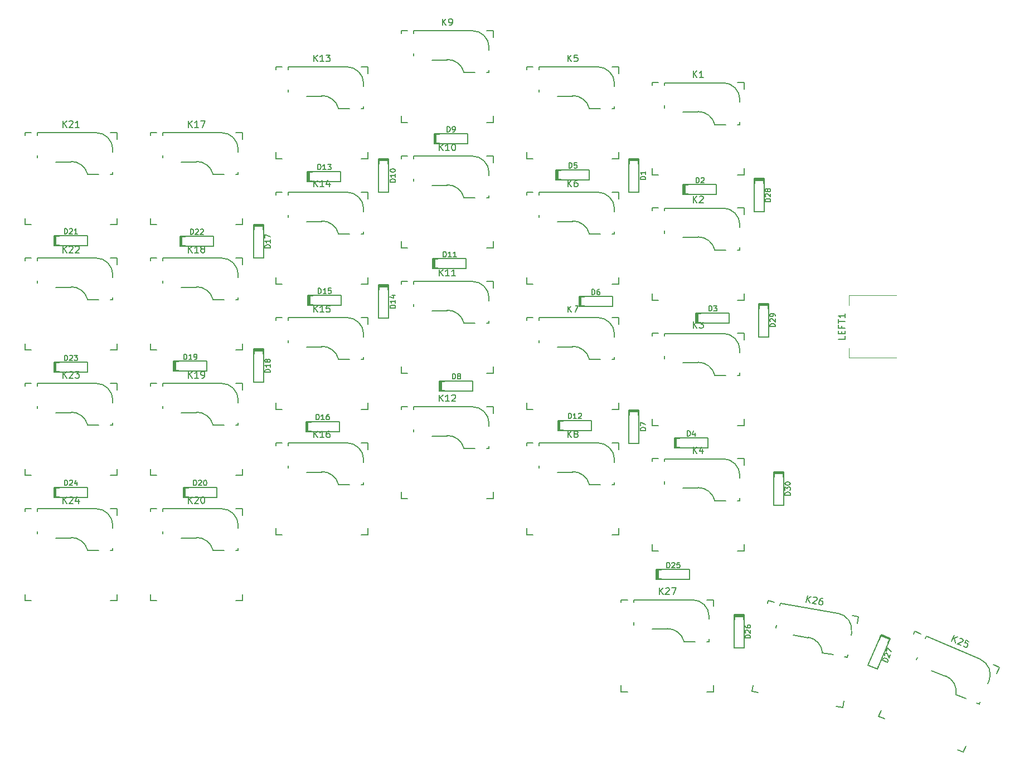
<source format=gto>
G04 #@! TF.GenerationSoftware,KiCad,Pcbnew,8.0.8*
G04 #@! TF.CreationDate,2025-01-28T12:57:42+10:00*
G04 #@! TF.ProjectId,wetsocks54k,77657473-6f63-46b7-9335-346b2e6b6963,2*
G04 #@! TF.SameCoordinates,Original*
G04 #@! TF.FileFunction,Legend,Top*
G04 #@! TF.FilePolarity,Positive*
%FSLAX46Y46*%
G04 Gerber Fmt 4.6, Leading zero omitted, Abs format (unit mm)*
G04 Created by KiCad (PCBNEW 8.0.8) date 2025-01-28 12:57:42*
%MOMM*%
%LPD*%
G01*
G04 APERTURE LIST*
G04 Aperture macros list*
%AMRotRect*
0 Rectangle, with rotation*
0 The origin of the aperture is its center*
0 $1 length*
0 $2 width*
0 $3 Rotation angle, in degrees counterclockwise*
0 Add horizontal line*
21,1,$1,$2,0,0,$3*%
G04 Aperture macros list end*
%ADD10C,0.150000*%
%ADD11C,0.120000*%
%ADD12R,1.600000X1.600000*%
%ADD13C,1.600000*%
%ADD14RotRect,1.600000X1.600000X67.000000*%
%ADD15C,0.000000*%
%ADD16R,1.600000X1.200000*%
%ADD17C,1.701800*%
%ADD18C,3.000000*%
%ADD19C,3.987800*%
%ADD20R,2.550000X2.500000*%
%ADD21C,2.286000*%
%ADD22R,1.200000X1.600000*%
%ADD23C,1.524000*%
%ADD24C,0.650000*%
%ADD25O,0.650000X0.950000*%
%ADD26R,0.700000X0.300000*%
%ADD27O,1.400000X0.800000*%
%ADD28RotRect,1.600000X1.200000X67.000000*%
%ADD29RotRect,2.550000X2.500000X350.000000*%
%ADD30RotRect,2.550000X2.500000X337.000000*%
%ADD31R,2.000000X2.000000*%
%ADD32C,2.000000*%
%ADD33R,2.000000X3.200000*%
G04 APERTURE END LIST*
D10*
X136462571Y-127997295D02*
X136462571Y-127197295D01*
X136462571Y-127197295D02*
X136653047Y-127197295D01*
X136653047Y-127197295D02*
X136767333Y-127235390D01*
X136767333Y-127235390D02*
X136843523Y-127311580D01*
X136843523Y-127311580D02*
X136881618Y-127387771D01*
X136881618Y-127387771D02*
X136919714Y-127540152D01*
X136919714Y-127540152D02*
X136919714Y-127654438D01*
X136919714Y-127654438D02*
X136881618Y-127806819D01*
X136881618Y-127806819D02*
X136843523Y-127883009D01*
X136843523Y-127883009D02*
X136767333Y-127959200D01*
X136767333Y-127959200D02*
X136653047Y-127997295D01*
X136653047Y-127997295D02*
X136462571Y-127997295D01*
X137224475Y-127273485D02*
X137262571Y-127235390D01*
X137262571Y-127235390D02*
X137338761Y-127197295D01*
X137338761Y-127197295D02*
X137529237Y-127197295D01*
X137529237Y-127197295D02*
X137605428Y-127235390D01*
X137605428Y-127235390D02*
X137643523Y-127273485D01*
X137643523Y-127273485D02*
X137681618Y-127349676D01*
X137681618Y-127349676D02*
X137681618Y-127425866D01*
X137681618Y-127425866D02*
X137643523Y-127540152D01*
X137643523Y-127540152D02*
X137186380Y-127997295D01*
X137186380Y-127997295D02*
X137681618Y-127997295D01*
X138405428Y-127197295D02*
X138024476Y-127197295D01*
X138024476Y-127197295D02*
X137986380Y-127578247D01*
X137986380Y-127578247D02*
X138024476Y-127540152D01*
X138024476Y-127540152D02*
X138100666Y-127502057D01*
X138100666Y-127502057D02*
X138291142Y-127502057D01*
X138291142Y-127502057D02*
X138367333Y-127540152D01*
X138367333Y-127540152D02*
X138405428Y-127578247D01*
X138405428Y-127578247D02*
X138443523Y-127654438D01*
X138443523Y-127654438D02*
X138443523Y-127844914D01*
X138443523Y-127844914D02*
X138405428Y-127921104D01*
X138405428Y-127921104D02*
X138367333Y-127959200D01*
X138367333Y-127959200D02*
X138291142Y-127997295D01*
X138291142Y-127997295D02*
X138100666Y-127997295D01*
X138100666Y-127997295D02*
X138024476Y-127959200D01*
X138024476Y-127959200D02*
X137986380Y-127921104D01*
X103093524Y-61747295D02*
X103093524Y-60947295D01*
X103093524Y-60947295D02*
X103284000Y-60947295D01*
X103284000Y-60947295D02*
X103398286Y-60985390D01*
X103398286Y-60985390D02*
X103474476Y-61061580D01*
X103474476Y-61061580D02*
X103512571Y-61137771D01*
X103512571Y-61137771D02*
X103550667Y-61290152D01*
X103550667Y-61290152D02*
X103550667Y-61404438D01*
X103550667Y-61404438D02*
X103512571Y-61556819D01*
X103512571Y-61556819D02*
X103474476Y-61633009D01*
X103474476Y-61633009D02*
X103398286Y-61709200D01*
X103398286Y-61709200D02*
X103284000Y-61747295D01*
X103284000Y-61747295D02*
X103093524Y-61747295D01*
X103931619Y-61747295D02*
X104084000Y-61747295D01*
X104084000Y-61747295D02*
X104160190Y-61709200D01*
X104160190Y-61709200D02*
X104198286Y-61671104D01*
X104198286Y-61671104D02*
X104274476Y-61556819D01*
X104274476Y-61556819D02*
X104312571Y-61404438D01*
X104312571Y-61404438D02*
X104312571Y-61099676D01*
X104312571Y-61099676D02*
X104274476Y-61023485D01*
X104274476Y-61023485D02*
X104236381Y-60985390D01*
X104236381Y-60985390D02*
X104160190Y-60947295D01*
X104160190Y-60947295D02*
X104007809Y-60947295D01*
X104007809Y-60947295D02*
X103931619Y-60985390D01*
X103931619Y-60985390D02*
X103893524Y-61023485D01*
X103893524Y-61023485D02*
X103855428Y-61099676D01*
X103855428Y-61099676D02*
X103855428Y-61290152D01*
X103855428Y-61290152D02*
X103893524Y-61366342D01*
X103893524Y-61366342D02*
X103931619Y-61404438D01*
X103931619Y-61404438D02*
X104007809Y-61442533D01*
X104007809Y-61442533D02*
X104160190Y-61442533D01*
X104160190Y-61442533D02*
X104236381Y-61404438D01*
X104236381Y-61404438D02*
X104274476Y-61366342D01*
X104274476Y-61366342D02*
X104312571Y-61290152D01*
X135320714Y-132064819D02*
X135320714Y-131064819D01*
X135892142Y-132064819D02*
X135463571Y-131493390D01*
X135892142Y-131064819D02*
X135320714Y-131636247D01*
X136273095Y-131160057D02*
X136320714Y-131112438D01*
X136320714Y-131112438D02*
X136415952Y-131064819D01*
X136415952Y-131064819D02*
X136654047Y-131064819D01*
X136654047Y-131064819D02*
X136749285Y-131112438D01*
X136749285Y-131112438D02*
X136796904Y-131160057D01*
X136796904Y-131160057D02*
X136844523Y-131255295D01*
X136844523Y-131255295D02*
X136844523Y-131350533D01*
X136844523Y-131350533D02*
X136796904Y-131493390D01*
X136796904Y-131493390D02*
X136225476Y-132064819D01*
X136225476Y-132064819D02*
X136844523Y-132064819D01*
X137177857Y-131064819D02*
X137844523Y-131064819D01*
X137844523Y-131064819D02*
X137415952Y-132064819D01*
X82844314Y-51064819D02*
X82844314Y-50064819D01*
X83415742Y-51064819D02*
X82987171Y-50493390D01*
X83415742Y-50064819D02*
X82844314Y-50636247D01*
X84368123Y-51064819D02*
X83796695Y-51064819D01*
X84082409Y-51064819D02*
X84082409Y-50064819D01*
X84082409Y-50064819D02*
X83987171Y-50207676D01*
X83987171Y-50207676D02*
X83891933Y-50302914D01*
X83891933Y-50302914D02*
X83796695Y-50350533D01*
X84701457Y-50064819D02*
X85320504Y-50064819D01*
X85320504Y-50064819D02*
X84987171Y-50445771D01*
X84987171Y-50445771D02*
X85130028Y-50445771D01*
X85130028Y-50445771D02*
X85225266Y-50493390D01*
X85225266Y-50493390D02*
X85272885Y-50541009D01*
X85272885Y-50541009D02*
X85320504Y-50636247D01*
X85320504Y-50636247D02*
X85320504Y-50874342D01*
X85320504Y-50874342D02*
X85272885Y-50969580D01*
X85272885Y-50969580D02*
X85225266Y-51017200D01*
X85225266Y-51017200D02*
X85130028Y-51064819D01*
X85130028Y-51064819D02*
X84844314Y-51064819D01*
X84844314Y-51064819D02*
X84749076Y-51017200D01*
X84749076Y-51017200D02*
X84701457Y-50969580D01*
X95220895Y-69361828D02*
X94420895Y-69361828D01*
X94420895Y-69361828D02*
X94420895Y-69171352D01*
X94420895Y-69171352D02*
X94458990Y-69057066D01*
X94458990Y-69057066D02*
X94535180Y-68980876D01*
X94535180Y-68980876D02*
X94611371Y-68942781D01*
X94611371Y-68942781D02*
X94763752Y-68904685D01*
X94763752Y-68904685D02*
X94878038Y-68904685D01*
X94878038Y-68904685D02*
X95030419Y-68942781D01*
X95030419Y-68942781D02*
X95106609Y-68980876D01*
X95106609Y-68980876D02*
X95182800Y-69057066D01*
X95182800Y-69057066D02*
X95220895Y-69171352D01*
X95220895Y-69171352D02*
X95220895Y-69361828D01*
X95220895Y-68142781D02*
X95220895Y-68599924D01*
X95220895Y-68371352D02*
X94420895Y-68371352D01*
X94420895Y-68371352D02*
X94535180Y-68447543D01*
X94535180Y-68447543D02*
X94611371Y-68523733D01*
X94611371Y-68523733D02*
X94649466Y-68599924D01*
X94420895Y-67647542D02*
X94420895Y-67571352D01*
X94420895Y-67571352D02*
X94458990Y-67495161D01*
X94458990Y-67495161D02*
X94497085Y-67457066D01*
X94497085Y-67457066D02*
X94573276Y-67418971D01*
X94573276Y-67418971D02*
X94725657Y-67380876D01*
X94725657Y-67380876D02*
X94916133Y-67380876D01*
X94916133Y-67380876D02*
X95068514Y-67418971D01*
X95068514Y-67418971D02*
X95144704Y-67457066D01*
X95144704Y-67457066D02*
X95182800Y-67495161D01*
X95182800Y-67495161D02*
X95220895Y-67571352D01*
X95220895Y-67571352D02*
X95220895Y-67647542D01*
X95220895Y-67647542D02*
X95182800Y-67723733D01*
X95182800Y-67723733D02*
X95144704Y-67761828D01*
X95144704Y-67761828D02*
X95068514Y-67799923D01*
X95068514Y-67799923D02*
X94916133Y-67838019D01*
X94916133Y-67838019D02*
X94725657Y-67838019D01*
X94725657Y-67838019D02*
X94573276Y-67799923D01*
X94573276Y-67799923D02*
X94497085Y-67761828D01*
X94497085Y-67761828D02*
X94458990Y-67723733D01*
X94458990Y-67723733D02*
X94420895Y-67647542D01*
X76220895Y-79361828D02*
X75420895Y-79361828D01*
X75420895Y-79361828D02*
X75420895Y-79171352D01*
X75420895Y-79171352D02*
X75458990Y-79057066D01*
X75458990Y-79057066D02*
X75535180Y-78980876D01*
X75535180Y-78980876D02*
X75611371Y-78942781D01*
X75611371Y-78942781D02*
X75763752Y-78904685D01*
X75763752Y-78904685D02*
X75878038Y-78904685D01*
X75878038Y-78904685D02*
X76030419Y-78942781D01*
X76030419Y-78942781D02*
X76106609Y-78980876D01*
X76106609Y-78980876D02*
X76182800Y-79057066D01*
X76182800Y-79057066D02*
X76220895Y-79171352D01*
X76220895Y-79171352D02*
X76220895Y-79361828D01*
X76220895Y-78142781D02*
X76220895Y-78599924D01*
X76220895Y-78371352D02*
X75420895Y-78371352D01*
X75420895Y-78371352D02*
X75535180Y-78447543D01*
X75535180Y-78447543D02*
X75611371Y-78523733D01*
X75611371Y-78523733D02*
X75649466Y-78599924D01*
X75420895Y-77876114D02*
X75420895Y-77342780D01*
X75420895Y-77342780D02*
X76220895Y-77685638D01*
X103893524Y-99327295D02*
X103893524Y-98527295D01*
X103893524Y-98527295D02*
X104084000Y-98527295D01*
X104084000Y-98527295D02*
X104198286Y-98565390D01*
X104198286Y-98565390D02*
X104274476Y-98641580D01*
X104274476Y-98641580D02*
X104312571Y-98717771D01*
X104312571Y-98717771D02*
X104350667Y-98870152D01*
X104350667Y-98870152D02*
X104350667Y-98984438D01*
X104350667Y-98984438D02*
X104312571Y-99136819D01*
X104312571Y-99136819D02*
X104274476Y-99213009D01*
X104274476Y-99213009D02*
X104198286Y-99289200D01*
X104198286Y-99289200D02*
X104084000Y-99327295D01*
X104084000Y-99327295D02*
X103893524Y-99327295D01*
X104807809Y-98870152D02*
X104731619Y-98832057D01*
X104731619Y-98832057D02*
X104693524Y-98793961D01*
X104693524Y-98793961D02*
X104655428Y-98717771D01*
X104655428Y-98717771D02*
X104655428Y-98679676D01*
X104655428Y-98679676D02*
X104693524Y-98603485D01*
X104693524Y-98603485D02*
X104731619Y-98565390D01*
X104731619Y-98565390D02*
X104807809Y-98527295D01*
X104807809Y-98527295D02*
X104960190Y-98527295D01*
X104960190Y-98527295D02*
X105036381Y-98565390D01*
X105036381Y-98565390D02*
X105074476Y-98603485D01*
X105074476Y-98603485D02*
X105112571Y-98679676D01*
X105112571Y-98679676D02*
X105112571Y-98717771D01*
X105112571Y-98717771D02*
X105074476Y-98793961D01*
X105074476Y-98793961D02*
X105036381Y-98832057D01*
X105036381Y-98832057D02*
X104960190Y-98870152D01*
X104960190Y-98870152D02*
X104807809Y-98870152D01*
X104807809Y-98870152D02*
X104731619Y-98908247D01*
X104731619Y-98908247D02*
X104693524Y-98946342D01*
X104693524Y-98946342D02*
X104655428Y-99022533D01*
X104655428Y-99022533D02*
X104655428Y-99174914D01*
X104655428Y-99174914D02*
X104693524Y-99251104D01*
X104693524Y-99251104D02*
X104731619Y-99289200D01*
X104731619Y-99289200D02*
X104807809Y-99327295D01*
X104807809Y-99327295D02*
X104960190Y-99327295D01*
X104960190Y-99327295D02*
X105036381Y-99289200D01*
X105036381Y-99289200D02*
X105074476Y-99251104D01*
X105074476Y-99251104D02*
X105112571Y-99174914D01*
X105112571Y-99174914D02*
X105112571Y-99022533D01*
X105112571Y-99022533D02*
X105074476Y-98946342D01*
X105074476Y-98946342D02*
X105036381Y-98908247D01*
X105036381Y-98908247D02*
X104960190Y-98870152D01*
X64112571Y-77327295D02*
X64112571Y-76527295D01*
X64112571Y-76527295D02*
X64303047Y-76527295D01*
X64303047Y-76527295D02*
X64417333Y-76565390D01*
X64417333Y-76565390D02*
X64493523Y-76641580D01*
X64493523Y-76641580D02*
X64531618Y-76717771D01*
X64531618Y-76717771D02*
X64569714Y-76870152D01*
X64569714Y-76870152D02*
X64569714Y-76984438D01*
X64569714Y-76984438D02*
X64531618Y-77136819D01*
X64531618Y-77136819D02*
X64493523Y-77213009D01*
X64493523Y-77213009D02*
X64417333Y-77289200D01*
X64417333Y-77289200D02*
X64303047Y-77327295D01*
X64303047Y-77327295D02*
X64112571Y-77327295D01*
X64874475Y-76603485D02*
X64912571Y-76565390D01*
X64912571Y-76565390D02*
X64988761Y-76527295D01*
X64988761Y-76527295D02*
X65179237Y-76527295D01*
X65179237Y-76527295D02*
X65255428Y-76565390D01*
X65255428Y-76565390D02*
X65293523Y-76603485D01*
X65293523Y-76603485D02*
X65331618Y-76679676D01*
X65331618Y-76679676D02*
X65331618Y-76755866D01*
X65331618Y-76755866D02*
X65293523Y-76870152D01*
X65293523Y-76870152D02*
X64836380Y-77327295D01*
X64836380Y-77327295D02*
X65331618Y-77327295D01*
X65636380Y-76603485D02*
X65674476Y-76565390D01*
X65674476Y-76565390D02*
X65750666Y-76527295D01*
X65750666Y-76527295D02*
X65941142Y-76527295D01*
X65941142Y-76527295D02*
X66017333Y-76565390D01*
X66017333Y-76565390D02*
X66055428Y-76603485D01*
X66055428Y-76603485D02*
X66093523Y-76679676D01*
X66093523Y-76679676D02*
X66093523Y-76755866D01*
X66093523Y-76755866D02*
X66055428Y-76870152D01*
X66055428Y-76870152D02*
X65598285Y-77327295D01*
X65598285Y-77327295D02*
X66093523Y-77327295D01*
X133220895Y-107150875D02*
X132420895Y-107150875D01*
X132420895Y-107150875D02*
X132420895Y-106960399D01*
X132420895Y-106960399D02*
X132458990Y-106846113D01*
X132458990Y-106846113D02*
X132535180Y-106769923D01*
X132535180Y-106769923D02*
X132611371Y-106731828D01*
X132611371Y-106731828D02*
X132763752Y-106693732D01*
X132763752Y-106693732D02*
X132878038Y-106693732D01*
X132878038Y-106693732D02*
X133030419Y-106731828D01*
X133030419Y-106731828D02*
X133106609Y-106769923D01*
X133106609Y-106769923D02*
X133182800Y-106846113D01*
X133182800Y-106846113D02*
X133220895Y-106960399D01*
X133220895Y-106960399D02*
X133220895Y-107150875D01*
X132420895Y-106427066D02*
X132420895Y-105893732D01*
X132420895Y-105893732D02*
X133220895Y-106236590D01*
X140470505Y-91584819D02*
X140470505Y-90584819D01*
X141041933Y-91584819D02*
X140613362Y-91013390D01*
X141041933Y-90584819D02*
X140470505Y-91156247D01*
X141375267Y-90584819D02*
X141994314Y-90584819D01*
X141994314Y-90584819D02*
X141660981Y-90965771D01*
X141660981Y-90965771D02*
X141803838Y-90965771D01*
X141803838Y-90965771D02*
X141899076Y-91013390D01*
X141899076Y-91013390D02*
X141946695Y-91061009D01*
X141946695Y-91061009D02*
X141994314Y-91156247D01*
X141994314Y-91156247D02*
X141994314Y-91394342D01*
X141994314Y-91394342D02*
X141946695Y-91489580D01*
X141946695Y-91489580D02*
X141899076Y-91537200D01*
X141899076Y-91537200D02*
X141803838Y-91584819D01*
X141803838Y-91584819D02*
X141518124Y-91584819D01*
X141518124Y-91584819D02*
X141422886Y-91537200D01*
X141422886Y-91537200D02*
X141375267Y-91489580D01*
X83212571Y-105497295D02*
X83212571Y-104697295D01*
X83212571Y-104697295D02*
X83403047Y-104697295D01*
X83403047Y-104697295D02*
X83517333Y-104735390D01*
X83517333Y-104735390D02*
X83593523Y-104811580D01*
X83593523Y-104811580D02*
X83631618Y-104887771D01*
X83631618Y-104887771D02*
X83669714Y-105040152D01*
X83669714Y-105040152D02*
X83669714Y-105154438D01*
X83669714Y-105154438D02*
X83631618Y-105306819D01*
X83631618Y-105306819D02*
X83593523Y-105383009D01*
X83593523Y-105383009D02*
X83517333Y-105459200D01*
X83517333Y-105459200D02*
X83403047Y-105497295D01*
X83403047Y-105497295D02*
X83212571Y-105497295D01*
X84431618Y-105497295D02*
X83974475Y-105497295D01*
X84203047Y-105497295D02*
X84203047Y-104697295D01*
X84203047Y-104697295D02*
X84126856Y-104811580D01*
X84126856Y-104811580D02*
X84050666Y-104887771D01*
X84050666Y-104887771D02*
X83974475Y-104925866D01*
X85117333Y-104697295D02*
X84964952Y-104697295D01*
X84964952Y-104697295D02*
X84888761Y-104735390D01*
X84888761Y-104735390D02*
X84850666Y-104773485D01*
X84850666Y-104773485D02*
X84774476Y-104887771D01*
X84774476Y-104887771D02*
X84736380Y-105040152D01*
X84736380Y-105040152D02*
X84736380Y-105344914D01*
X84736380Y-105344914D02*
X84774476Y-105421104D01*
X84774476Y-105421104D02*
X84812571Y-105459200D01*
X84812571Y-105459200D02*
X84888761Y-105497295D01*
X84888761Y-105497295D02*
X85041142Y-105497295D01*
X85041142Y-105497295D02*
X85117333Y-105459200D01*
X85117333Y-105459200D02*
X85155428Y-105421104D01*
X85155428Y-105421104D02*
X85193523Y-105344914D01*
X85193523Y-105344914D02*
X85193523Y-105154438D01*
X85193523Y-105154438D02*
X85155428Y-105078247D01*
X85155428Y-105078247D02*
X85117333Y-105040152D01*
X85117333Y-105040152D02*
X85041142Y-105002057D01*
X85041142Y-105002057D02*
X84888761Y-105002057D01*
X84888761Y-105002057D02*
X84812571Y-105040152D01*
X84812571Y-105040152D02*
X84774476Y-105078247D01*
X84774476Y-105078247D02*
X84736380Y-105154438D01*
X140470505Y-53484819D02*
X140470505Y-52484819D01*
X141041933Y-53484819D02*
X140613362Y-52913390D01*
X141041933Y-52484819D02*
X140470505Y-53056247D01*
X141994314Y-53484819D02*
X141422886Y-53484819D01*
X141708600Y-53484819D02*
X141708600Y-52484819D01*
X141708600Y-52484819D02*
X141613362Y-52627676D01*
X141613362Y-52627676D02*
X141518124Y-52722914D01*
X141518124Y-52722914D02*
X141422886Y-52770533D01*
X44962571Y-115497295D02*
X44962571Y-114697295D01*
X44962571Y-114697295D02*
X45153047Y-114697295D01*
X45153047Y-114697295D02*
X45267333Y-114735390D01*
X45267333Y-114735390D02*
X45343523Y-114811580D01*
X45343523Y-114811580D02*
X45381618Y-114887771D01*
X45381618Y-114887771D02*
X45419714Y-115040152D01*
X45419714Y-115040152D02*
X45419714Y-115154438D01*
X45419714Y-115154438D02*
X45381618Y-115306819D01*
X45381618Y-115306819D02*
X45343523Y-115383009D01*
X45343523Y-115383009D02*
X45267333Y-115459200D01*
X45267333Y-115459200D02*
X45153047Y-115497295D01*
X45153047Y-115497295D02*
X44962571Y-115497295D01*
X45724475Y-114773485D02*
X45762571Y-114735390D01*
X45762571Y-114735390D02*
X45838761Y-114697295D01*
X45838761Y-114697295D02*
X46029237Y-114697295D01*
X46029237Y-114697295D02*
X46105428Y-114735390D01*
X46105428Y-114735390D02*
X46143523Y-114773485D01*
X46143523Y-114773485D02*
X46181618Y-114849676D01*
X46181618Y-114849676D02*
X46181618Y-114925866D01*
X46181618Y-114925866D02*
X46143523Y-115040152D01*
X46143523Y-115040152D02*
X45686380Y-115497295D01*
X45686380Y-115497295D02*
X46181618Y-115497295D01*
X46867333Y-114963961D02*
X46867333Y-115497295D01*
X46676857Y-114659200D02*
X46486380Y-115230628D01*
X46486380Y-115230628D02*
X46981619Y-115230628D01*
X121420505Y-108214819D02*
X121420505Y-107214819D01*
X121991933Y-108214819D02*
X121563362Y-107643390D01*
X121991933Y-107214819D02*
X121420505Y-107786247D01*
X122563362Y-107643390D02*
X122468124Y-107595771D01*
X122468124Y-107595771D02*
X122420505Y-107548152D01*
X122420505Y-107548152D02*
X122372886Y-107452914D01*
X122372886Y-107452914D02*
X122372886Y-107405295D01*
X122372886Y-107405295D02*
X122420505Y-107310057D01*
X122420505Y-107310057D02*
X122468124Y-107262438D01*
X122468124Y-107262438D02*
X122563362Y-107214819D01*
X122563362Y-107214819D02*
X122753838Y-107214819D01*
X122753838Y-107214819D02*
X122849076Y-107262438D01*
X122849076Y-107262438D02*
X122896695Y-107310057D01*
X122896695Y-107310057D02*
X122944314Y-107405295D01*
X122944314Y-107405295D02*
X122944314Y-107452914D01*
X122944314Y-107452914D02*
X122896695Y-107548152D01*
X122896695Y-107548152D02*
X122849076Y-107595771D01*
X122849076Y-107595771D02*
X122753838Y-107643390D01*
X122753838Y-107643390D02*
X122563362Y-107643390D01*
X122563362Y-107643390D02*
X122468124Y-107691009D01*
X122468124Y-107691009D02*
X122420505Y-107738628D01*
X122420505Y-107738628D02*
X122372886Y-107833866D01*
X122372886Y-107833866D02*
X122372886Y-108024342D01*
X122372886Y-108024342D02*
X122420505Y-108119580D01*
X122420505Y-108119580D02*
X122468124Y-108167200D01*
X122468124Y-108167200D02*
X122563362Y-108214819D01*
X122563362Y-108214819D02*
X122753838Y-108214819D01*
X122753838Y-108214819D02*
X122849076Y-108167200D01*
X122849076Y-108167200D02*
X122896695Y-108119580D01*
X122896695Y-108119580D02*
X122944314Y-108024342D01*
X122944314Y-108024342D02*
X122944314Y-107833866D01*
X122944314Y-107833866D02*
X122896695Y-107738628D01*
X122896695Y-107738628D02*
X122849076Y-107691009D01*
X122849076Y-107691009D02*
X122753838Y-107643390D01*
X101894314Y-102714819D02*
X101894314Y-101714819D01*
X102465742Y-102714819D02*
X102037171Y-102143390D01*
X102465742Y-101714819D02*
X101894314Y-102286247D01*
X103418123Y-102714819D02*
X102846695Y-102714819D01*
X103132409Y-102714819D02*
X103132409Y-101714819D01*
X103132409Y-101714819D02*
X103037171Y-101857676D01*
X103037171Y-101857676D02*
X102941933Y-101952914D01*
X102941933Y-101952914D02*
X102846695Y-102000533D01*
X103799076Y-101810057D02*
X103846695Y-101762438D01*
X103846695Y-101762438D02*
X103941933Y-101714819D01*
X103941933Y-101714819D02*
X104180028Y-101714819D01*
X104180028Y-101714819D02*
X104275266Y-101762438D01*
X104275266Y-101762438D02*
X104322885Y-101810057D01*
X104322885Y-101810057D02*
X104370504Y-101905295D01*
X104370504Y-101905295D02*
X104370504Y-102000533D01*
X104370504Y-102000533D02*
X104322885Y-102143390D01*
X104322885Y-102143390D02*
X103751457Y-102714819D01*
X103751457Y-102714819D02*
X104370504Y-102714819D01*
X95220895Y-88531828D02*
X94420895Y-88531828D01*
X94420895Y-88531828D02*
X94420895Y-88341352D01*
X94420895Y-88341352D02*
X94458990Y-88227066D01*
X94458990Y-88227066D02*
X94535180Y-88150876D01*
X94535180Y-88150876D02*
X94611371Y-88112781D01*
X94611371Y-88112781D02*
X94763752Y-88074685D01*
X94763752Y-88074685D02*
X94878038Y-88074685D01*
X94878038Y-88074685D02*
X95030419Y-88112781D01*
X95030419Y-88112781D02*
X95106609Y-88150876D01*
X95106609Y-88150876D02*
X95182800Y-88227066D01*
X95182800Y-88227066D02*
X95220895Y-88341352D01*
X95220895Y-88341352D02*
X95220895Y-88531828D01*
X95220895Y-87312781D02*
X95220895Y-87769924D01*
X95220895Y-87541352D02*
X94420895Y-87541352D01*
X94420895Y-87541352D02*
X94535180Y-87617543D01*
X94535180Y-87617543D02*
X94611371Y-87693733D01*
X94611371Y-87693733D02*
X94649466Y-87769924D01*
X94687561Y-86627066D02*
X95220895Y-86627066D01*
X94382800Y-86817542D02*
X94954228Y-87008019D01*
X94954228Y-87008019D02*
X94954228Y-86512780D01*
X139593524Y-107997295D02*
X139593524Y-107197295D01*
X139593524Y-107197295D02*
X139784000Y-107197295D01*
X139784000Y-107197295D02*
X139898286Y-107235390D01*
X139898286Y-107235390D02*
X139974476Y-107311580D01*
X139974476Y-107311580D02*
X140012571Y-107387771D01*
X140012571Y-107387771D02*
X140050667Y-107540152D01*
X140050667Y-107540152D02*
X140050667Y-107654438D01*
X140050667Y-107654438D02*
X140012571Y-107806819D01*
X140012571Y-107806819D02*
X139974476Y-107883009D01*
X139974476Y-107883009D02*
X139898286Y-107959200D01*
X139898286Y-107959200D02*
X139784000Y-107997295D01*
X139784000Y-107997295D02*
X139593524Y-107997295D01*
X140736381Y-107463961D02*
X140736381Y-107997295D01*
X140545905Y-107159200D02*
X140355428Y-107730628D01*
X140355428Y-107730628D02*
X140850667Y-107730628D01*
X76220895Y-98281828D02*
X75420895Y-98281828D01*
X75420895Y-98281828D02*
X75420895Y-98091352D01*
X75420895Y-98091352D02*
X75458990Y-97977066D01*
X75458990Y-97977066D02*
X75535180Y-97900876D01*
X75535180Y-97900876D02*
X75611371Y-97862781D01*
X75611371Y-97862781D02*
X75763752Y-97824685D01*
X75763752Y-97824685D02*
X75878038Y-97824685D01*
X75878038Y-97824685D02*
X76030419Y-97862781D01*
X76030419Y-97862781D02*
X76106609Y-97900876D01*
X76106609Y-97900876D02*
X76182800Y-97977066D01*
X76182800Y-97977066D02*
X76220895Y-98091352D01*
X76220895Y-98091352D02*
X76220895Y-98281828D01*
X76220895Y-97062781D02*
X76220895Y-97519924D01*
X76220895Y-97291352D02*
X75420895Y-97291352D01*
X75420895Y-97291352D02*
X75535180Y-97367543D01*
X75535180Y-97367543D02*
X75611371Y-97443733D01*
X75611371Y-97443733D02*
X75649466Y-97519924D01*
X75763752Y-96605638D02*
X75725657Y-96681828D01*
X75725657Y-96681828D02*
X75687561Y-96719923D01*
X75687561Y-96719923D02*
X75611371Y-96758019D01*
X75611371Y-96758019D02*
X75573276Y-96758019D01*
X75573276Y-96758019D02*
X75497085Y-96719923D01*
X75497085Y-96719923D02*
X75458990Y-96681828D01*
X75458990Y-96681828D02*
X75420895Y-96605638D01*
X75420895Y-96605638D02*
X75420895Y-96453257D01*
X75420895Y-96453257D02*
X75458990Y-96377066D01*
X75458990Y-96377066D02*
X75497085Y-96338971D01*
X75497085Y-96338971D02*
X75573276Y-96300876D01*
X75573276Y-96300876D02*
X75611371Y-96300876D01*
X75611371Y-96300876D02*
X75687561Y-96338971D01*
X75687561Y-96338971D02*
X75725657Y-96377066D01*
X75725657Y-96377066D02*
X75763752Y-96453257D01*
X75763752Y-96453257D02*
X75763752Y-96605638D01*
X75763752Y-96605638D02*
X75801847Y-96681828D01*
X75801847Y-96681828D02*
X75839942Y-96719923D01*
X75839942Y-96719923D02*
X75916133Y-96758019D01*
X75916133Y-96758019D02*
X76068514Y-96758019D01*
X76068514Y-96758019D02*
X76144704Y-96719923D01*
X76144704Y-96719923D02*
X76182800Y-96681828D01*
X76182800Y-96681828D02*
X76220895Y-96605638D01*
X76220895Y-96605638D02*
X76220895Y-96453257D01*
X76220895Y-96453257D02*
X76182800Y-96377066D01*
X76182800Y-96377066D02*
X76144704Y-96338971D01*
X76144704Y-96338971D02*
X76068514Y-96300876D01*
X76068514Y-96300876D02*
X75916133Y-96300876D01*
X75916133Y-96300876D02*
X75839942Y-96338971D01*
X75839942Y-96338971D02*
X75801847Y-96377066D01*
X75801847Y-96377066D02*
X75763752Y-96453257D01*
X163553419Y-92793571D02*
X163553419Y-93269761D01*
X163553419Y-93269761D02*
X162553419Y-93269761D01*
X163029609Y-92460237D02*
X163029609Y-92126904D01*
X163553419Y-91984047D02*
X163553419Y-92460237D01*
X163553419Y-92460237D02*
X162553419Y-92460237D01*
X162553419Y-92460237D02*
X162553419Y-91984047D01*
X163029609Y-91222142D02*
X163029609Y-91555475D01*
X163553419Y-91555475D02*
X162553419Y-91555475D01*
X162553419Y-91555475D02*
X162553419Y-91079285D01*
X162553419Y-90841189D02*
X162553419Y-90269761D01*
X163553419Y-90555475D02*
X162553419Y-90555475D01*
X163553419Y-89412618D02*
X163553419Y-89984046D01*
X163553419Y-89698332D02*
X162553419Y-89698332D01*
X162553419Y-89698332D02*
X162696276Y-89793570D01*
X162696276Y-89793570D02*
X162791514Y-89888808D01*
X162791514Y-89888808D02*
X162839133Y-89984046D01*
X121593524Y-67247295D02*
X121593524Y-66447295D01*
X121593524Y-66447295D02*
X121784000Y-66447295D01*
X121784000Y-66447295D02*
X121898286Y-66485390D01*
X121898286Y-66485390D02*
X121974476Y-66561580D01*
X121974476Y-66561580D02*
X122012571Y-66637771D01*
X122012571Y-66637771D02*
X122050667Y-66790152D01*
X122050667Y-66790152D02*
X122050667Y-66904438D01*
X122050667Y-66904438D02*
X122012571Y-67056819D01*
X122012571Y-67056819D02*
X121974476Y-67133009D01*
X121974476Y-67133009D02*
X121898286Y-67209200D01*
X121898286Y-67209200D02*
X121784000Y-67247295D01*
X121784000Y-67247295D02*
X121593524Y-67247295D01*
X122774476Y-66447295D02*
X122393524Y-66447295D01*
X122393524Y-66447295D02*
X122355428Y-66828247D01*
X122355428Y-66828247D02*
X122393524Y-66790152D01*
X122393524Y-66790152D02*
X122469714Y-66752057D01*
X122469714Y-66752057D02*
X122660190Y-66752057D01*
X122660190Y-66752057D02*
X122736381Y-66790152D01*
X122736381Y-66790152D02*
X122774476Y-66828247D01*
X122774476Y-66828247D02*
X122812571Y-66904438D01*
X122812571Y-66904438D02*
X122812571Y-67094914D01*
X122812571Y-67094914D02*
X122774476Y-67171104D01*
X122774476Y-67171104D02*
X122736381Y-67209200D01*
X122736381Y-67209200D02*
X122660190Y-67247295D01*
X122660190Y-67247295D02*
X122469714Y-67247295D01*
X122469714Y-67247295D02*
X122393524Y-67209200D01*
X122393524Y-67209200D02*
X122355428Y-67171104D01*
X44962571Y-96497295D02*
X44962571Y-95697295D01*
X44962571Y-95697295D02*
X45153047Y-95697295D01*
X45153047Y-95697295D02*
X45267333Y-95735390D01*
X45267333Y-95735390D02*
X45343523Y-95811580D01*
X45343523Y-95811580D02*
X45381618Y-95887771D01*
X45381618Y-95887771D02*
X45419714Y-96040152D01*
X45419714Y-96040152D02*
X45419714Y-96154438D01*
X45419714Y-96154438D02*
X45381618Y-96306819D01*
X45381618Y-96306819D02*
X45343523Y-96383009D01*
X45343523Y-96383009D02*
X45267333Y-96459200D01*
X45267333Y-96459200D02*
X45153047Y-96497295D01*
X45153047Y-96497295D02*
X44962571Y-96497295D01*
X45724475Y-95773485D02*
X45762571Y-95735390D01*
X45762571Y-95735390D02*
X45838761Y-95697295D01*
X45838761Y-95697295D02*
X46029237Y-95697295D01*
X46029237Y-95697295D02*
X46105428Y-95735390D01*
X46105428Y-95735390D02*
X46143523Y-95773485D01*
X46143523Y-95773485D02*
X46181618Y-95849676D01*
X46181618Y-95849676D02*
X46181618Y-95925866D01*
X46181618Y-95925866D02*
X46143523Y-96040152D01*
X46143523Y-96040152D02*
X45686380Y-96497295D01*
X45686380Y-96497295D02*
X46181618Y-96497295D01*
X46448285Y-95697295D02*
X46943523Y-95697295D01*
X46943523Y-95697295D02*
X46676857Y-96002057D01*
X46676857Y-96002057D02*
X46791142Y-96002057D01*
X46791142Y-96002057D02*
X46867333Y-96040152D01*
X46867333Y-96040152D02*
X46905428Y-96078247D01*
X46905428Y-96078247D02*
X46943523Y-96154438D01*
X46943523Y-96154438D02*
X46943523Y-96344914D01*
X46943523Y-96344914D02*
X46905428Y-96421104D01*
X46905428Y-96421104D02*
X46867333Y-96459200D01*
X46867333Y-96459200D02*
X46791142Y-96497295D01*
X46791142Y-96497295D02*
X46562571Y-96497295D01*
X46562571Y-96497295D02*
X46486380Y-96459200D01*
X46486380Y-96459200D02*
X46448285Y-96421104D01*
X101894314Y-83664819D02*
X101894314Y-82664819D01*
X102465742Y-83664819D02*
X102037171Y-83093390D01*
X102465742Y-82664819D02*
X101894314Y-83236247D01*
X103418123Y-83664819D02*
X102846695Y-83664819D01*
X103132409Y-83664819D02*
X103132409Y-82664819D01*
X103132409Y-82664819D02*
X103037171Y-82807676D01*
X103037171Y-82807676D02*
X102941933Y-82902914D01*
X102941933Y-82902914D02*
X102846695Y-82950533D01*
X104370504Y-83664819D02*
X103799076Y-83664819D01*
X104084790Y-83664819D02*
X104084790Y-82664819D01*
X104084790Y-82664819D02*
X103989552Y-82807676D01*
X103989552Y-82807676D02*
X103894314Y-82902914D01*
X103894314Y-82902914D02*
X103799076Y-82950533D01*
X142843524Y-88997295D02*
X142843524Y-88197295D01*
X142843524Y-88197295D02*
X143034000Y-88197295D01*
X143034000Y-88197295D02*
X143148286Y-88235390D01*
X143148286Y-88235390D02*
X143224476Y-88311580D01*
X143224476Y-88311580D02*
X143262571Y-88387771D01*
X143262571Y-88387771D02*
X143300667Y-88540152D01*
X143300667Y-88540152D02*
X143300667Y-88654438D01*
X143300667Y-88654438D02*
X143262571Y-88806819D01*
X143262571Y-88806819D02*
X143224476Y-88883009D01*
X143224476Y-88883009D02*
X143148286Y-88959200D01*
X143148286Y-88959200D02*
X143034000Y-88997295D01*
X143034000Y-88997295D02*
X142843524Y-88997295D01*
X143567333Y-88197295D02*
X144062571Y-88197295D01*
X144062571Y-88197295D02*
X143795905Y-88502057D01*
X143795905Y-88502057D02*
X143910190Y-88502057D01*
X143910190Y-88502057D02*
X143986381Y-88540152D01*
X143986381Y-88540152D02*
X144024476Y-88578247D01*
X144024476Y-88578247D02*
X144062571Y-88654438D01*
X144062571Y-88654438D02*
X144062571Y-88844914D01*
X144062571Y-88844914D02*
X144024476Y-88921104D01*
X144024476Y-88921104D02*
X143986381Y-88959200D01*
X143986381Y-88959200D02*
X143910190Y-88997295D01*
X143910190Y-88997295D02*
X143681619Y-88997295D01*
X143681619Y-88997295D02*
X143605428Y-88959200D01*
X143605428Y-88959200D02*
X143567333Y-88921104D01*
X82844314Y-70114819D02*
X82844314Y-69114819D01*
X83415742Y-70114819D02*
X82987171Y-69543390D01*
X83415742Y-69114819D02*
X82844314Y-69686247D01*
X84368123Y-70114819D02*
X83796695Y-70114819D01*
X84082409Y-70114819D02*
X84082409Y-69114819D01*
X84082409Y-69114819D02*
X83987171Y-69257676D01*
X83987171Y-69257676D02*
X83891933Y-69352914D01*
X83891933Y-69352914D02*
X83796695Y-69400533D01*
X85225266Y-69448152D02*
X85225266Y-70114819D01*
X84987171Y-69067200D02*
X84749076Y-69781485D01*
X84749076Y-69781485D02*
X85368123Y-69781485D01*
X125093524Y-86497295D02*
X125093524Y-85697295D01*
X125093524Y-85697295D02*
X125284000Y-85697295D01*
X125284000Y-85697295D02*
X125398286Y-85735390D01*
X125398286Y-85735390D02*
X125474476Y-85811580D01*
X125474476Y-85811580D02*
X125512571Y-85887771D01*
X125512571Y-85887771D02*
X125550667Y-86040152D01*
X125550667Y-86040152D02*
X125550667Y-86154438D01*
X125550667Y-86154438D02*
X125512571Y-86306819D01*
X125512571Y-86306819D02*
X125474476Y-86383009D01*
X125474476Y-86383009D02*
X125398286Y-86459200D01*
X125398286Y-86459200D02*
X125284000Y-86497295D01*
X125284000Y-86497295D02*
X125093524Y-86497295D01*
X126236381Y-85697295D02*
X126084000Y-85697295D01*
X126084000Y-85697295D02*
X126007809Y-85735390D01*
X126007809Y-85735390D02*
X125969714Y-85773485D01*
X125969714Y-85773485D02*
X125893524Y-85887771D01*
X125893524Y-85887771D02*
X125855428Y-86040152D01*
X125855428Y-86040152D02*
X125855428Y-86344914D01*
X125855428Y-86344914D02*
X125893524Y-86421104D01*
X125893524Y-86421104D02*
X125931619Y-86459200D01*
X125931619Y-86459200D02*
X126007809Y-86497295D01*
X126007809Y-86497295D02*
X126160190Y-86497295D01*
X126160190Y-86497295D02*
X126236381Y-86459200D01*
X126236381Y-86459200D02*
X126274476Y-86421104D01*
X126274476Y-86421104D02*
X126312571Y-86344914D01*
X126312571Y-86344914D02*
X126312571Y-86154438D01*
X126312571Y-86154438D02*
X126274476Y-86078247D01*
X126274476Y-86078247D02*
X126236381Y-86040152D01*
X126236381Y-86040152D02*
X126160190Y-86002057D01*
X126160190Y-86002057D02*
X126007809Y-86002057D01*
X126007809Y-86002057D02*
X125931619Y-86040152D01*
X125931619Y-86040152D02*
X125893524Y-86078247D01*
X125893524Y-86078247D02*
X125855428Y-86154438D01*
X44744314Y-118214819D02*
X44744314Y-117214819D01*
X45315742Y-118214819D02*
X44887171Y-117643390D01*
X45315742Y-117214819D02*
X44744314Y-117786247D01*
X45696695Y-117310057D02*
X45744314Y-117262438D01*
X45744314Y-117262438D02*
X45839552Y-117214819D01*
X45839552Y-117214819D02*
X46077647Y-117214819D01*
X46077647Y-117214819D02*
X46172885Y-117262438D01*
X46172885Y-117262438D02*
X46220504Y-117310057D01*
X46220504Y-117310057D02*
X46268123Y-117405295D01*
X46268123Y-117405295D02*
X46268123Y-117500533D01*
X46268123Y-117500533D02*
X46220504Y-117643390D01*
X46220504Y-117643390D02*
X45649076Y-118214819D01*
X45649076Y-118214819D02*
X46268123Y-118214819D01*
X47125266Y-117548152D02*
X47125266Y-118214819D01*
X46887171Y-117167200D02*
X46649076Y-117881485D01*
X46649076Y-117881485D02*
X47268123Y-117881485D01*
X121420505Y-51064819D02*
X121420505Y-50064819D01*
X121991933Y-51064819D02*
X121563362Y-50493390D01*
X121991933Y-50064819D02*
X121420505Y-50636247D01*
X122896695Y-50064819D02*
X122420505Y-50064819D01*
X122420505Y-50064819D02*
X122372886Y-50541009D01*
X122372886Y-50541009D02*
X122420505Y-50493390D01*
X122420505Y-50493390D02*
X122515743Y-50445771D01*
X122515743Y-50445771D02*
X122753838Y-50445771D01*
X122753838Y-50445771D02*
X122849076Y-50493390D01*
X122849076Y-50493390D02*
X122896695Y-50541009D01*
X122896695Y-50541009D02*
X122944314Y-50636247D01*
X122944314Y-50636247D02*
X122944314Y-50874342D01*
X122944314Y-50874342D02*
X122896695Y-50969580D01*
X122896695Y-50969580D02*
X122849076Y-51017200D01*
X122849076Y-51017200D02*
X122753838Y-51064819D01*
X122753838Y-51064819D02*
X122515743Y-51064819D01*
X122515743Y-51064819D02*
X122420505Y-51017200D01*
X122420505Y-51017200D02*
X122372886Y-50969580D01*
X44744314Y-80114819D02*
X44744314Y-79114819D01*
X45315742Y-80114819D02*
X44887171Y-79543390D01*
X45315742Y-79114819D02*
X44744314Y-79686247D01*
X45696695Y-79210057D02*
X45744314Y-79162438D01*
X45744314Y-79162438D02*
X45839552Y-79114819D01*
X45839552Y-79114819D02*
X46077647Y-79114819D01*
X46077647Y-79114819D02*
X46172885Y-79162438D01*
X46172885Y-79162438D02*
X46220504Y-79210057D01*
X46220504Y-79210057D02*
X46268123Y-79305295D01*
X46268123Y-79305295D02*
X46268123Y-79400533D01*
X46268123Y-79400533D02*
X46220504Y-79543390D01*
X46220504Y-79543390D02*
X45649076Y-80114819D01*
X45649076Y-80114819D02*
X46268123Y-80114819D01*
X46649076Y-79210057D02*
X46696695Y-79162438D01*
X46696695Y-79162438D02*
X46791933Y-79114819D01*
X46791933Y-79114819D02*
X47030028Y-79114819D01*
X47030028Y-79114819D02*
X47125266Y-79162438D01*
X47125266Y-79162438D02*
X47172885Y-79210057D01*
X47172885Y-79210057D02*
X47220504Y-79305295D01*
X47220504Y-79305295D02*
X47220504Y-79400533D01*
X47220504Y-79400533D02*
X47172885Y-79543390D01*
X47172885Y-79543390D02*
X46601457Y-80114819D01*
X46601457Y-80114819D02*
X47220504Y-80114819D01*
X140470505Y-110634819D02*
X140470505Y-109634819D01*
X141041933Y-110634819D02*
X140613362Y-110063390D01*
X141041933Y-109634819D02*
X140470505Y-110206247D01*
X141899076Y-109968152D02*
X141899076Y-110634819D01*
X141660981Y-109587200D02*
X141422886Y-110301485D01*
X141422886Y-110301485D02*
X142041933Y-110301485D01*
X44962571Y-77247295D02*
X44962571Y-76447295D01*
X44962571Y-76447295D02*
X45153047Y-76447295D01*
X45153047Y-76447295D02*
X45267333Y-76485390D01*
X45267333Y-76485390D02*
X45343523Y-76561580D01*
X45343523Y-76561580D02*
X45381618Y-76637771D01*
X45381618Y-76637771D02*
X45419714Y-76790152D01*
X45419714Y-76790152D02*
X45419714Y-76904438D01*
X45419714Y-76904438D02*
X45381618Y-77056819D01*
X45381618Y-77056819D02*
X45343523Y-77133009D01*
X45343523Y-77133009D02*
X45267333Y-77209200D01*
X45267333Y-77209200D02*
X45153047Y-77247295D01*
X45153047Y-77247295D02*
X44962571Y-77247295D01*
X45724475Y-76523485D02*
X45762571Y-76485390D01*
X45762571Y-76485390D02*
X45838761Y-76447295D01*
X45838761Y-76447295D02*
X46029237Y-76447295D01*
X46029237Y-76447295D02*
X46105428Y-76485390D01*
X46105428Y-76485390D02*
X46143523Y-76523485D01*
X46143523Y-76523485D02*
X46181618Y-76599676D01*
X46181618Y-76599676D02*
X46181618Y-76675866D01*
X46181618Y-76675866D02*
X46143523Y-76790152D01*
X46143523Y-76790152D02*
X45686380Y-77247295D01*
X45686380Y-77247295D02*
X46181618Y-77247295D01*
X46943523Y-77247295D02*
X46486380Y-77247295D01*
X46714952Y-77247295D02*
X46714952Y-76447295D01*
X46714952Y-76447295D02*
X46638761Y-76561580D01*
X46638761Y-76561580D02*
X46562571Y-76637771D01*
X46562571Y-76637771D02*
X46486380Y-76675866D01*
X63794314Y-99164819D02*
X63794314Y-98164819D01*
X64365742Y-99164819D02*
X63937171Y-98593390D01*
X64365742Y-98164819D02*
X63794314Y-98736247D01*
X65318123Y-99164819D02*
X64746695Y-99164819D01*
X65032409Y-99164819D02*
X65032409Y-98164819D01*
X65032409Y-98164819D02*
X64937171Y-98307676D01*
X64937171Y-98307676D02*
X64841933Y-98402914D01*
X64841933Y-98402914D02*
X64746695Y-98450533D01*
X65794314Y-99164819D02*
X65984790Y-99164819D01*
X65984790Y-99164819D02*
X66080028Y-99117200D01*
X66080028Y-99117200D02*
X66127647Y-99069580D01*
X66127647Y-99069580D02*
X66222885Y-98926723D01*
X66222885Y-98926723D02*
X66270504Y-98736247D01*
X66270504Y-98736247D02*
X66270504Y-98355295D01*
X66270504Y-98355295D02*
X66222885Y-98260057D01*
X66222885Y-98260057D02*
X66175266Y-98212438D01*
X66175266Y-98212438D02*
X66080028Y-98164819D01*
X66080028Y-98164819D02*
X65889552Y-98164819D01*
X65889552Y-98164819D02*
X65794314Y-98212438D01*
X65794314Y-98212438D02*
X65746695Y-98260057D01*
X65746695Y-98260057D02*
X65699076Y-98355295D01*
X65699076Y-98355295D02*
X65699076Y-98593390D01*
X65699076Y-98593390D02*
X65746695Y-98688628D01*
X65746695Y-98688628D02*
X65794314Y-98736247D01*
X65794314Y-98736247D02*
X65889552Y-98783866D01*
X65889552Y-98783866D02*
X66080028Y-98783866D01*
X66080028Y-98783866D02*
X66175266Y-98736247D01*
X66175266Y-98736247D02*
X66222885Y-98688628D01*
X66222885Y-98688628D02*
X66270504Y-98593390D01*
X44744314Y-61064819D02*
X44744314Y-60064819D01*
X45315742Y-61064819D02*
X44887171Y-60493390D01*
X45315742Y-60064819D02*
X44744314Y-60636247D01*
X45696695Y-60160057D02*
X45744314Y-60112438D01*
X45744314Y-60112438D02*
X45839552Y-60064819D01*
X45839552Y-60064819D02*
X46077647Y-60064819D01*
X46077647Y-60064819D02*
X46172885Y-60112438D01*
X46172885Y-60112438D02*
X46220504Y-60160057D01*
X46220504Y-60160057D02*
X46268123Y-60255295D01*
X46268123Y-60255295D02*
X46268123Y-60350533D01*
X46268123Y-60350533D02*
X46220504Y-60493390D01*
X46220504Y-60493390D02*
X45649076Y-61064819D01*
X45649076Y-61064819D02*
X46268123Y-61064819D01*
X47220504Y-61064819D02*
X46649076Y-61064819D01*
X46934790Y-61064819D02*
X46934790Y-60064819D01*
X46934790Y-60064819D02*
X46839552Y-60207676D01*
X46839552Y-60207676D02*
X46744314Y-60302914D01*
X46744314Y-60302914D02*
X46649076Y-60350533D01*
X82844314Y-89164819D02*
X82844314Y-88164819D01*
X83415742Y-89164819D02*
X82987171Y-88593390D01*
X83415742Y-88164819D02*
X82844314Y-88736247D01*
X84368123Y-89164819D02*
X83796695Y-89164819D01*
X84082409Y-89164819D02*
X84082409Y-88164819D01*
X84082409Y-88164819D02*
X83987171Y-88307676D01*
X83987171Y-88307676D02*
X83891933Y-88402914D01*
X83891933Y-88402914D02*
X83796695Y-88450533D01*
X85272885Y-88164819D02*
X84796695Y-88164819D01*
X84796695Y-88164819D02*
X84749076Y-88641009D01*
X84749076Y-88641009D02*
X84796695Y-88593390D01*
X84796695Y-88593390D02*
X84891933Y-88545771D01*
X84891933Y-88545771D02*
X85130028Y-88545771D01*
X85130028Y-88545771D02*
X85225266Y-88593390D01*
X85225266Y-88593390D02*
X85272885Y-88641009D01*
X85272885Y-88641009D02*
X85320504Y-88736247D01*
X85320504Y-88736247D02*
X85320504Y-88974342D01*
X85320504Y-88974342D02*
X85272885Y-89069580D01*
X85272885Y-89069580D02*
X85225266Y-89117200D01*
X85225266Y-89117200D02*
X85130028Y-89164819D01*
X85130028Y-89164819D02*
X84891933Y-89164819D01*
X84891933Y-89164819D02*
X84796695Y-89117200D01*
X84796695Y-89117200D02*
X84749076Y-89069580D01*
X63794315Y-61064819D02*
X63794315Y-60064819D01*
X64365743Y-61064819D02*
X63937172Y-60493390D01*
X64365743Y-60064819D02*
X63794315Y-60636247D01*
X65318124Y-61064819D02*
X64746696Y-61064819D01*
X65032410Y-61064819D02*
X65032410Y-60064819D01*
X65032410Y-60064819D02*
X64937172Y-60207676D01*
X64937172Y-60207676D02*
X64841934Y-60302914D01*
X64841934Y-60302914D02*
X64746696Y-60350533D01*
X65651458Y-60064819D02*
X66318124Y-60064819D01*
X66318124Y-60064819D02*
X65889553Y-61064819D01*
X83512571Y-86327295D02*
X83512571Y-85527295D01*
X83512571Y-85527295D02*
X83703047Y-85527295D01*
X83703047Y-85527295D02*
X83817333Y-85565390D01*
X83817333Y-85565390D02*
X83893523Y-85641580D01*
X83893523Y-85641580D02*
X83931618Y-85717771D01*
X83931618Y-85717771D02*
X83969714Y-85870152D01*
X83969714Y-85870152D02*
X83969714Y-85984438D01*
X83969714Y-85984438D02*
X83931618Y-86136819D01*
X83931618Y-86136819D02*
X83893523Y-86213009D01*
X83893523Y-86213009D02*
X83817333Y-86289200D01*
X83817333Y-86289200D02*
X83703047Y-86327295D01*
X83703047Y-86327295D02*
X83512571Y-86327295D01*
X84731618Y-86327295D02*
X84274475Y-86327295D01*
X84503047Y-86327295D02*
X84503047Y-85527295D01*
X84503047Y-85527295D02*
X84426856Y-85641580D01*
X84426856Y-85641580D02*
X84350666Y-85717771D01*
X84350666Y-85717771D02*
X84274475Y-85755866D01*
X85455428Y-85527295D02*
X85074476Y-85527295D01*
X85074476Y-85527295D02*
X85036380Y-85908247D01*
X85036380Y-85908247D02*
X85074476Y-85870152D01*
X85074476Y-85870152D02*
X85150666Y-85832057D01*
X85150666Y-85832057D02*
X85341142Y-85832057D01*
X85341142Y-85832057D02*
X85417333Y-85870152D01*
X85417333Y-85870152D02*
X85455428Y-85908247D01*
X85455428Y-85908247D02*
X85493523Y-85984438D01*
X85493523Y-85984438D02*
X85493523Y-86174914D01*
X85493523Y-86174914D02*
X85455428Y-86251104D01*
X85455428Y-86251104D02*
X85417333Y-86289200D01*
X85417333Y-86289200D02*
X85341142Y-86327295D01*
X85341142Y-86327295D02*
X85150666Y-86327295D01*
X85150666Y-86327295D02*
X85074476Y-86289200D01*
X85074476Y-86289200D02*
X85036380Y-86251104D01*
X149170895Y-138681828D02*
X148370895Y-138681828D01*
X148370895Y-138681828D02*
X148370895Y-138491352D01*
X148370895Y-138491352D02*
X148408990Y-138377066D01*
X148408990Y-138377066D02*
X148485180Y-138300876D01*
X148485180Y-138300876D02*
X148561371Y-138262781D01*
X148561371Y-138262781D02*
X148713752Y-138224685D01*
X148713752Y-138224685D02*
X148828038Y-138224685D01*
X148828038Y-138224685D02*
X148980419Y-138262781D01*
X148980419Y-138262781D02*
X149056609Y-138300876D01*
X149056609Y-138300876D02*
X149132800Y-138377066D01*
X149132800Y-138377066D02*
X149170895Y-138491352D01*
X149170895Y-138491352D02*
X149170895Y-138681828D01*
X148447085Y-137919924D02*
X148408990Y-137881828D01*
X148408990Y-137881828D02*
X148370895Y-137805638D01*
X148370895Y-137805638D02*
X148370895Y-137615162D01*
X148370895Y-137615162D02*
X148408990Y-137538971D01*
X148408990Y-137538971D02*
X148447085Y-137500876D01*
X148447085Y-137500876D02*
X148523276Y-137462781D01*
X148523276Y-137462781D02*
X148599466Y-137462781D01*
X148599466Y-137462781D02*
X148713752Y-137500876D01*
X148713752Y-137500876D02*
X149170895Y-137958019D01*
X149170895Y-137958019D02*
X149170895Y-137462781D01*
X148370895Y-136777066D02*
X148370895Y-136929447D01*
X148370895Y-136929447D02*
X148408990Y-137005638D01*
X148408990Y-137005638D02*
X148447085Y-137043733D01*
X148447085Y-137043733D02*
X148561371Y-137119923D01*
X148561371Y-137119923D02*
X148713752Y-137158019D01*
X148713752Y-137158019D02*
X149018514Y-137158019D01*
X149018514Y-137158019D02*
X149094704Y-137119923D01*
X149094704Y-137119923D02*
X149132800Y-137081828D01*
X149132800Y-137081828D02*
X149170895Y-137005638D01*
X149170895Y-137005638D02*
X149170895Y-136853257D01*
X149170895Y-136853257D02*
X149132800Y-136777066D01*
X149132800Y-136777066D02*
X149094704Y-136738971D01*
X149094704Y-136738971D02*
X149018514Y-136700876D01*
X149018514Y-136700876D02*
X148828038Y-136700876D01*
X148828038Y-136700876D02*
X148751847Y-136738971D01*
X148751847Y-136738971D02*
X148713752Y-136777066D01*
X148713752Y-136777066D02*
X148675657Y-136853257D01*
X148675657Y-136853257D02*
X148675657Y-137005638D01*
X148675657Y-137005638D02*
X148713752Y-137081828D01*
X148713752Y-137081828D02*
X148751847Y-137119923D01*
X148751847Y-137119923D02*
X148828038Y-137158019D01*
X169938333Y-142352461D02*
X169201929Y-142039877D01*
X169201929Y-142039877D02*
X169276354Y-141864542D01*
X169276354Y-141864542D02*
X169356075Y-141774227D01*
X169356075Y-141774227D02*
X169455979Y-141733863D01*
X169455979Y-141733863D02*
X169540998Y-141728566D01*
X169540998Y-141728566D02*
X169696150Y-141753039D01*
X169696150Y-141753039D02*
X169801351Y-141797694D01*
X169801351Y-141797694D02*
X169926733Y-141892301D01*
X169926733Y-141892301D02*
X169981982Y-141957138D01*
X169981982Y-141957138D02*
X170022346Y-142057042D01*
X170022346Y-142057042D02*
X170012758Y-142177127D01*
X170012758Y-142177127D02*
X169938333Y-142352461D01*
X169569762Y-141368310D02*
X169549580Y-141318358D01*
X169549580Y-141318358D02*
X169544284Y-141233339D01*
X169544284Y-141233339D02*
X169618709Y-141058005D01*
X169618709Y-141058005D02*
X169683545Y-141002756D01*
X169683545Y-141002756D02*
X169733497Y-140982574D01*
X169733497Y-140982574D02*
X169818516Y-140977277D01*
X169818516Y-140977277D02*
X169888650Y-141007047D01*
X169888650Y-141007047D02*
X169978965Y-141086769D01*
X169978965Y-141086769D02*
X170221147Y-141686191D01*
X170221147Y-141686191D02*
X170414652Y-141230322D01*
X169782444Y-140672269D02*
X169990834Y-140181333D01*
X169990834Y-140181333D02*
X170593272Y-140809520D01*
X152220895Y-72361828D02*
X151420895Y-72361828D01*
X151420895Y-72361828D02*
X151420895Y-72171352D01*
X151420895Y-72171352D02*
X151458990Y-72057066D01*
X151458990Y-72057066D02*
X151535180Y-71980876D01*
X151535180Y-71980876D02*
X151611371Y-71942781D01*
X151611371Y-71942781D02*
X151763752Y-71904685D01*
X151763752Y-71904685D02*
X151878038Y-71904685D01*
X151878038Y-71904685D02*
X152030419Y-71942781D01*
X152030419Y-71942781D02*
X152106609Y-71980876D01*
X152106609Y-71980876D02*
X152182800Y-72057066D01*
X152182800Y-72057066D02*
X152220895Y-72171352D01*
X152220895Y-72171352D02*
X152220895Y-72361828D01*
X151497085Y-71599924D02*
X151458990Y-71561828D01*
X151458990Y-71561828D02*
X151420895Y-71485638D01*
X151420895Y-71485638D02*
X151420895Y-71295162D01*
X151420895Y-71295162D02*
X151458990Y-71218971D01*
X151458990Y-71218971D02*
X151497085Y-71180876D01*
X151497085Y-71180876D02*
X151573276Y-71142781D01*
X151573276Y-71142781D02*
X151649466Y-71142781D01*
X151649466Y-71142781D02*
X151763752Y-71180876D01*
X151763752Y-71180876D02*
X152220895Y-71638019D01*
X152220895Y-71638019D02*
X152220895Y-71142781D01*
X151763752Y-70685638D02*
X151725657Y-70761828D01*
X151725657Y-70761828D02*
X151687561Y-70799923D01*
X151687561Y-70799923D02*
X151611371Y-70838019D01*
X151611371Y-70838019D02*
X151573276Y-70838019D01*
X151573276Y-70838019D02*
X151497085Y-70799923D01*
X151497085Y-70799923D02*
X151458990Y-70761828D01*
X151458990Y-70761828D02*
X151420895Y-70685638D01*
X151420895Y-70685638D02*
X151420895Y-70533257D01*
X151420895Y-70533257D02*
X151458990Y-70457066D01*
X151458990Y-70457066D02*
X151497085Y-70418971D01*
X151497085Y-70418971D02*
X151573276Y-70380876D01*
X151573276Y-70380876D02*
X151611371Y-70380876D01*
X151611371Y-70380876D02*
X151687561Y-70418971D01*
X151687561Y-70418971D02*
X151725657Y-70457066D01*
X151725657Y-70457066D02*
X151763752Y-70533257D01*
X151763752Y-70533257D02*
X151763752Y-70685638D01*
X151763752Y-70685638D02*
X151801847Y-70761828D01*
X151801847Y-70761828D02*
X151839942Y-70799923D01*
X151839942Y-70799923D02*
X151916133Y-70838019D01*
X151916133Y-70838019D02*
X152068514Y-70838019D01*
X152068514Y-70838019D02*
X152144704Y-70799923D01*
X152144704Y-70799923D02*
X152182800Y-70761828D01*
X152182800Y-70761828D02*
X152220895Y-70685638D01*
X152220895Y-70685638D02*
X152220895Y-70533257D01*
X152220895Y-70533257D02*
X152182800Y-70457066D01*
X152182800Y-70457066D02*
X152144704Y-70418971D01*
X152144704Y-70418971D02*
X152068514Y-70380876D01*
X152068514Y-70380876D02*
X151916133Y-70380876D01*
X151916133Y-70380876D02*
X151839942Y-70418971D01*
X151839942Y-70418971D02*
X151801847Y-70457066D01*
X151801847Y-70457066D02*
X151763752Y-70533257D01*
X63794314Y-80114819D02*
X63794314Y-79114819D01*
X64365742Y-80114819D02*
X63937171Y-79543390D01*
X64365742Y-79114819D02*
X63794314Y-79686247D01*
X65318123Y-80114819D02*
X64746695Y-80114819D01*
X65032409Y-80114819D02*
X65032409Y-79114819D01*
X65032409Y-79114819D02*
X64937171Y-79257676D01*
X64937171Y-79257676D02*
X64841933Y-79352914D01*
X64841933Y-79352914D02*
X64746695Y-79400533D01*
X65889552Y-79543390D02*
X65794314Y-79495771D01*
X65794314Y-79495771D02*
X65746695Y-79448152D01*
X65746695Y-79448152D02*
X65699076Y-79352914D01*
X65699076Y-79352914D02*
X65699076Y-79305295D01*
X65699076Y-79305295D02*
X65746695Y-79210057D01*
X65746695Y-79210057D02*
X65794314Y-79162438D01*
X65794314Y-79162438D02*
X65889552Y-79114819D01*
X65889552Y-79114819D02*
X66080028Y-79114819D01*
X66080028Y-79114819D02*
X66175266Y-79162438D01*
X66175266Y-79162438D02*
X66222885Y-79210057D01*
X66222885Y-79210057D02*
X66270504Y-79305295D01*
X66270504Y-79305295D02*
X66270504Y-79352914D01*
X66270504Y-79352914D02*
X66222885Y-79448152D01*
X66222885Y-79448152D02*
X66175266Y-79495771D01*
X66175266Y-79495771D02*
X66080028Y-79543390D01*
X66080028Y-79543390D02*
X65889552Y-79543390D01*
X65889552Y-79543390D02*
X65794314Y-79591009D01*
X65794314Y-79591009D02*
X65746695Y-79638628D01*
X65746695Y-79638628D02*
X65699076Y-79733866D01*
X65699076Y-79733866D02*
X65699076Y-79924342D01*
X65699076Y-79924342D02*
X65746695Y-80019580D01*
X65746695Y-80019580D02*
X65794314Y-80067200D01*
X65794314Y-80067200D02*
X65889552Y-80114819D01*
X65889552Y-80114819D02*
X66080028Y-80114819D01*
X66080028Y-80114819D02*
X66175266Y-80067200D01*
X66175266Y-80067200D02*
X66222885Y-80019580D01*
X66222885Y-80019580D02*
X66270504Y-79924342D01*
X66270504Y-79924342D02*
X66270504Y-79733866D01*
X66270504Y-79733866D02*
X66222885Y-79638628D01*
X66222885Y-79638628D02*
X66175266Y-79591009D01*
X66175266Y-79591009D02*
X66080028Y-79543390D01*
X157647689Y-133242462D02*
X157821337Y-132257655D01*
X158210436Y-133341690D02*
X157887603Y-132704522D01*
X158384084Y-132356882D02*
X157722110Y-132820402D01*
X158742711Y-132516825D02*
X158797876Y-132478198D01*
X158797876Y-132478198D02*
X158899936Y-132447841D01*
X158899936Y-132447841D02*
X159134414Y-132489185D01*
X159134414Y-132489185D02*
X159219936Y-132552619D01*
X159219936Y-132552619D02*
X159258563Y-132607784D01*
X159258563Y-132607784D02*
X159288921Y-132709844D01*
X159288921Y-132709844D02*
X159272383Y-132803635D01*
X159272383Y-132803635D02*
X159200680Y-132936053D01*
X159200680Y-132936053D02*
X158538706Y-133399573D01*
X158538706Y-133399573D02*
X159148348Y-133507069D01*
X160166118Y-132671103D02*
X159978535Y-132638027D01*
X159978535Y-132638027D02*
X159876475Y-132668384D01*
X159876475Y-132668384D02*
X159821310Y-132707011D01*
X159821310Y-132707011D02*
X159702712Y-132831160D01*
X159702712Y-132831160D02*
X159622741Y-133010473D01*
X159622741Y-133010473D02*
X159556589Y-133385638D01*
X159556589Y-133385638D02*
X159586947Y-133487699D01*
X159586947Y-133487699D02*
X159625573Y-133542863D01*
X159625573Y-133542863D02*
X159711096Y-133606297D01*
X159711096Y-133606297D02*
X159898678Y-133639372D01*
X159898678Y-133639372D02*
X160000738Y-133609015D01*
X160000738Y-133609015D02*
X160055903Y-133570388D01*
X160055903Y-133570388D02*
X160119336Y-133484866D01*
X160119336Y-133484866D02*
X160160681Y-133250388D01*
X160160681Y-133250388D02*
X160130324Y-133148328D01*
X160130324Y-133148328D02*
X160091697Y-133093163D01*
X160091697Y-133093163D02*
X160006175Y-133029730D01*
X160006175Y-133029730D02*
X159818592Y-132996654D01*
X159818592Y-132996654D02*
X159716532Y-133027011D01*
X159716532Y-133027011D02*
X159661367Y-133065638D01*
X159661367Y-133065638D02*
X159597934Y-133151160D01*
X152920895Y-91361828D02*
X152120895Y-91361828D01*
X152120895Y-91361828D02*
X152120895Y-91171352D01*
X152120895Y-91171352D02*
X152158990Y-91057066D01*
X152158990Y-91057066D02*
X152235180Y-90980876D01*
X152235180Y-90980876D02*
X152311371Y-90942781D01*
X152311371Y-90942781D02*
X152463752Y-90904685D01*
X152463752Y-90904685D02*
X152578038Y-90904685D01*
X152578038Y-90904685D02*
X152730419Y-90942781D01*
X152730419Y-90942781D02*
X152806609Y-90980876D01*
X152806609Y-90980876D02*
X152882800Y-91057066D01*
X152882800Y-91057066D02*
X152920895Y-91171352D01*
X152920895Y-91171352D02*
X152920895Y-91361828D01*
X152197085Y-90599924D02*
X152158990Y-90561828D01*
X152158990Y-90561828D02*
X152120895Y-90485638D01*
X152120895Y-90485638D02*
X152120895Y-90295162D01*
X152120895Y-90295162D02*
X152158990Y-90218971D01*
X152158990Y-90218971D02*
X152197085Y-90180876D01*
X152197085Y-90180876D02*
X152273276Y-90142781D01*
X152273276Y-90142781D02*
X152349466Y-90142781D01*
X152349466Y-90142781D02*
X152463752Y-90180876D01*
X152463752Y-90180876D02*
X152920895Y-90638019D01*
X152920895Y-90638019D02*
X152920895Y-90142781D01*
X152920895Y-89761828D02*
X152920895Y-89609447D01*
X152920895Y-89609447D02*
X152882800Y-89533257D01*
X152882800Y-89533257D02*
X152844704Y-89495161D01*
X152844704Y-89495161D02*
X152730419Y-89418971D01*
X152730419Y-89418971D02*
X152578038Y-89380876D01*
X152578038Y-89380876D02*
X152273276Y-89380876D01*
X152273276Y-89380876D02*
X152197085Y-89418971D01*
X152197085Y-89418971D02*
X152158990Y-89457066D01*
X152158990Y-89457066D02*
X152120895Y-89533257D01*
X152120895Y-89533257D02*
X152120895Y-89685638D01*
X152120895Y-89685638D02*
X152158990Y-89761828D01*
X152158990Y-89761828D02*
X152197085Y-89799923D01*
X152197085Y-89799923D02*
X152273276Y-89838019D01*
X152273276Y-89838019D02*
X152463752Y-89838019D01*
X152463752Y-89838019D02*
X152539942Y-89799923D01*
X152539942Y-89799923D02*
X152578038Y-89761828D01*
X152578038Y-89761828D02*
X152616133Y-89685638D01*
X152616133Y-89685638D02*
X152616133Y-89533257D01*
X152616133Y-89533257D02*
X152578038Y-89457066D01*
X152578038Y-89457066D02*
X152539942Y-89418971D01*
X152539942Y-89418971D02*
X152463752Y-89380876D01*
X63794314Y-118214819D02*
X63794314Y-117214819D01*
X64365742Y-118214819D02*
X63937171Y-117643390D01*
X64365742Y-117214819D02*
X63794314Y-117786247D01*
X64746695Y-117310057D02*
X64794314Y-117262438D01*
X64794314Y-117262438D02*
X64889552Y-117214819D01*
X64889552Y-117214819D02*
X65127647Y-117214819D01*
X65127647Y-117214819D02*
X65222885Y-117262438D01*
X65222885Y-117262438D02*
X65270504Y-117310057D01*
X65270504Y-117310057D02*
X65318123Y-117405295D01*
X65318123Y-117405295D02*
X65318123Y-117500533D01*
X65318123Y-117500533D02*
X65270504Y-117643390D01*
X65270504Y-117643390D02*
X64699076Y-118214819D01*
X64699076Y-118214819D02*
X65318123Y-118214819D01*
X65937171Y-117214819D02*
X66032409Y-117214819D01*
X66032409Y-117214819D02*
X66127647Y-117262438D01*
X66127647Y-117262438D02*
X66175266Y-117310057D01*
X66175266Y-117310057D02*
X66222885Y-117405295D01*
X66222885Y-117405295D02*
X66270504Y-117595771D01*
X66270504Y-117595771D02*
X66270504Y-117833866D01*
X66270504Y-117833866D02*
X66222885Y-118024342D01*
X66222885Y-118024342D02*
X66175266Y-118119580D01*
X66175266Y-118119580D02*
X66127647Y-118167200D01*
X66127647Y-118167200D02*
X66032409Y-118214819D01*
X66032409Y-118214819D02*
X65937171Y-118214819D01*
X65937171Y-118214819D02*
X65841933Y-118167200D01*
X65841933Y-118167200D02*
X65794314Y-118119580D01*
X65794314Y-118119580D02*
X65746695Y-118024342D01*
X65746695Y-118024342D02*
X65699076Y-117833866D01*
X65699076Y-117833866D02*
X65699076Y-117595771D01*
X65699076Y-117595771D02*
X65746695Y-117405295D01*
X65746695Y-117405295D02*
X65794314Y-117310057D01*
X65794314Y-117310057D02*
X65841933Y-117262438D01*
X65841933Y-117262438D02*
X65937171Y-117214819D01*
X101894314Y-64614819D02*
X101894314Y-63614819D01*
X102465742Y-64614819D02*
X102037171Y-64043390D01*
X102465742Y-63614819D02*
X101894314Y-64186247D01*
X103418123Y-64614819D02*
X102846695Y-64614819D01*
X103132409Y-64614819D02*
X103132409Y-63614819D01*
X103132409Y-63614819D02*
X103037171Y-63757676D01*
X103037171Y-63757676D02*
X102941933Y-63852914D01*
X102941933Y-63852914D02*
X102846695Y-63900533D01*
X104037171Y-63614819D02*
X104132409Y-63614819D01*
X104132409Y-63614819D02*
X104227647Y-63662438D01*
X104227647Y-63662438D02*
X104275266Y-63710057D01*
X104275266Y-63710057D02*
X104322885Y-63805295D01*
X104322885Y-63805295D02*
X104370504Y-63995771D01*
X104370504Y-63995771D02*
X104370504Y-64233866D01*
X104370504Y-64233866D02*
X104322885Y-64424342D01*
X104322885Y-64424342D02*
X104275266Y-64519580D01*
X104275266Y-64519580D02*
X104227647Y-64567200D01*
X104227647Y-64567200D02*
X104132409Y-64614819D01*
X104132409Y-64614819D02*
X104037171Y-64614819D01*
X104037171Y-64614819D02*
X103941933Y-64567200D01*
X103941933Y-64567200D02*
X103894314Y-64519580D01*
X103894314Y-64519580D02*
X103846695Y-64424342D01*
X103846695Y-64424342D02*
X103799076Y-64233866D01*
X103799076Y-64233866D02*
X103799076Y-63995771D01*
X103799076Y-63995771D02*
X103846695Y-63805295D01*
X103846695Y-63805295D02*
X103894314Y-63710057D01*
X103894314Y-63710057D02*
X103941933Y-63662438D01*
X103941933Y-63662438D02*
X104037171Y-63614819D01*
X140470505Y-72534819D02*
X140470505Y-71534819D01*
X141041933Y-72534819D02*
X140613362Y-71963390D01*
X141041933Y-71534819D02*
X140470505Y-72106247D01*
X141422886Y-71630057D02*
X141470505Y-71582438D01*
X141470505Y-71582438D02*
X141565743Y-71534819D01*
X141565743Y-71534819D02*
X141803838Y-71534819D01*
X141803838Y-71534819D02*
X141899076Y-71582438D01*
X141899076Y-71582438D02*
X141946695Y-71630057D01*
X141946695Y-71630057D02*
X141994314Y-71725295D01*
X141994314Y-71725295D02*
X141994314Y-71820533D01*
X141994314Y-71820533D02*
X141946695Y-71963390D01*
X141946695Y-71963390D02*
X141375267Y-72534819D01*
X141375267Y-72534819D02*
X141994314Y-72534819D01*
X102512571Y-80747295D02*
X102512571Y-79947295D01*
X102512571Y-79947295D02*
X102703047Y-79947295D01*
X102703047Y-79947295D02*
X102817333Y-79985390D01*
X102817333Y-79985390D02*
X102893523Y-80061580D01*
X102893523Y-80061580D02*
X102931618Y-80137771D01*
X102931618Y-80137771D02*
X102969714Y-80290152D01*
X102969714Y-80290152D02*
X102969714Y-80404438D01*
X102969714Y-80404438D02*
X102931618Y-80556819D01*
X102931618Y-80556819D02*
X102893523Y-80633009D01*
X102893523Y-80633009D02*
X102817333Y-80709200D01*
X102817333Y-80709200D02*
X102703047Y-80747295D01*
X102703047Y-80747295D02*
X102512571Y-80747295D01*
X103731618Y-80747295D02*
X103274475Y-80747295D01*
X103503047Y-80747295D02*
X103503047Y-79947295D01*
X103503047Y-79947295D02*
X103426856Y-80061580D01*
X103426856Y-80061580D02*
X103350666Y-80137771D01*
X103350666Y-80137771D02*
X103274475Y-80175866D01*
X104493523Y-80747295D02*
X104036380Y-80747295D01*
X104264952Y-80747295D02*
X104264952Y-79947295D01*
X104264952Y-79947295D02*
X104188761Y-80061580D01*
X104188761Y-80061580D02*
X104112571Y-80137771D01*
X104112571Y-80137771D02*
X104036380Y-80175866D01*
X121420505Y-89164819D02*
X121420505Y-88164819D01*
X121991933Y-89164819D02*
X121563362Y-88593390D01*
X121991933Y-88164819D02*
X121420505Y-88736247D01*
X122325267Y-88164819D02*
X122991933Y-88164819D01*
X122991933Y-88164819D02*
X122563362Y-89164819D01*
X179740017Y-139196143D02*
X180130748Y-138275639D01*
X180266019Y-139419418D02*
X180094792Y-138725959D01*
X180656751Y-138498913D02*
X179907473Y-138801641D01*
X180970207Y-138735431D02*
X181032646Y-138710203D01*
X181032646Y-138710203D02*
X181138920Y-138703582D01*
X181138920Y-138703582D02*
X181358088Y-138796613D01*
X181358088Y-138796613D02*
X181427148Y-138877659D01*
X181427148Y-138877659D02*
X181452376Y-138940099D01*
X181452376Y-138940099D02*
X181458997Y-139046373D01*
X181458997Y-139046373D02*
X181421784Y-139134040D01*
X181421784Y-139134040D02*
X181322132Y-139246934D01*
X181322132Y-139246934D02*
X180572854Y-139549662D01*
X180572854Y-139549662D02*
X181142691Y-139791543D01*
X182366260Y-139224557D02*
X181927924Y-139038495D01*
X181927924Y-139038495D02*
X181698028Y-139458224D01*
X181698028Y-139458224D02*
X181760468Y-139432997D01*
X181760468Y-139432997D02*
X181866741Y-139426376D01*
X181866741Y-139426376D02*
X182085909Y-139519407D01*
X182085909Y-139519407D02*
X182154970Y-139600453D01*
X182154970Y-139600453D02*
X182180197Y-139662893D01*
X182180197Y-139662893D02*
X182186818Y-139769166D01*
X182186818Y-139769166D02*
X182093787Y-139988334D01*
X182093787Y-139988334D02*
X182012741Y-140057395D01*
X182012741Y-140057395D02*
X181950301Y-140082622D01*
X181950301Y-140082622D02*
X181844028Y-140089243D01*
X181844028Y-140089243D02*
X181624860Y-139996212D01*
X181624860Y-139996212D02*
X181555799Y-139915166D01*
X181555799Y-139915166D02*
X181530572Y-139852726D01*
X82844313Y-108214819D02*
X82844313Y-107214819D01*
X83415741Y-108214819D02*
X82987170Y-107643390D01*
X83415741Y-107214819D02*
X82844313Y-107786247D01*
X84368122Y-108214819D02*
X83796694Y-108214819D01*
X84082408Y-108214819D02*
X84082408Y-107214819D01*
X84082408Y-107214819D02*
X83987170Y-107357676D01*
X83987170Y-107357676D02*
X83891932Y-107452914D01*
X83891932Y-107452914D02*
X83796694Y-107500533D01*
X85225265Y-107214819D02*
X85034789Y-107214819D01*
X85034789Y-107214819D02*
X84939551Y-107262438D01*
X84939551Y-107262438D02*
X84891932Y-107310057D01*
X84891932Y-107310057D02*
X84796694Y-107452914D01*
X84796694Y-107452914D02*
X84749075Y-107643390D01*
X84749075Y-107643390D02*
X84749075Y-108024342D01*
X84749075Y-108024342D02*
X84796694Y-108119580D01*
X84796694Y-108119580D02*
X84844313Y-108167200D01*
X84844313Y-108167200D02*
X84939551Y-108214819D01*
X84939551Y-108214819D02*
X85130027Y-108214819D01*
X85130027Y-108214819D02*
X85225265Y-108167200D01*
X85225265Y-108167200D02*
X85272884Y-108119580D01*
X85272884Y-108119580D02*
X85320503Y-108024342D01*
X85320503Y-108024342D02*
X85320503Y-107786247D01*
X85320503Y-107786247D02*
X85272884Y-107691009D01*
X85272884Y-107691009D02*
X85225265Y-107643390D01*
X85225265Y-107643390D02*
X85130027Y-107595771D01*
X85130027Y-107595771D02*
X84939551Y-107595771D01*
X84939551Y-107595771D02*
X84844313Y-107643390D01*
X84844313Y-107643390D02*
X84796694Y-107691009D01*
X84796694Y-107691009D02*
X84749075Y-107786247D01*
X44744314Y-99164819D02*
X44744314Y-98164819D01*
X45315742Y-99164819D02*
X44887171Y-98593390D01*
X45315742Y-98164819D02*
X44744314Y-98736247D01*
X45696695Y-98260057D02*
X45744314Y-98212438D01*
X45744314Y-98212438D02*
X45839552Y-98164819D01*
X45839552Y-98164819D02*
X46077647Y-98164819D01*
X46077647Y-98164819D02*
X46172885Y-98212438D01*
X46172885Y-98212438D02*
X46220504Y-98260057D01*
X46220504Y-98260057D02*
X46268123Y-98355295D01*
X46268123Y-98355295D02*
X46268123Y-98450533D01*
X46268123Y-98450533D02*
X46220504Y-98593390D01*
X46220504Y-98593390D02*
X45649076Y-99164819D01*
X45649076Y-99164819D02*
X46268123Y-99164819D01*
X46601457Y-98164819D02*
X47220504Y-98164819D01*
X47220504Y-98164819D02*
X46887171Y-98545771D01*
X46887171Y-98545771D02*
X47030028Y-98545771D01*
X47030028Y-98545771D02*
X47125266Y-98593390D01*
X47125266Y-98593390D02*
X47172885Y-98641009D01*
X47172885Y-98641009D02*
X47220504Y-98736247D01*
X47220504Y-98736247D02*
X47220504Y-98974342D01*
X47220504Y-98974342D02*
X47172885Y-99069580D01*
X47172885Y-99069580D02*
X47125266Y-99117200D01*
X47125266Y-99117200D02*
X47030028Y-99164819D01*
X47030028Y-99164819D02*
X46744314Y-99164819D01*
X46744314Y-99164819D02*
X46649076Y-99117200D01*
X46649076Y-99117200D02*
X46601457Y-99069580D01*
X140893524Y-69497295D02*
X140893524Y-68697295D01*
X140893524Y-68697295D02*
X141084000Y-68697295D01*
X141084000Y-68697295D02*
X141198286Y-68735390D01*
X141198286Y-68735390D02*
X141274476Y-68811580D01*
X141274476Y-68811580D02*
X141312571Y-68887771D01*
X141312571Y-68887771D02*
X141350667Y-69040152D01*
X141350667Y-69040152D02*
X141350667Y-69154438D01*
X141350667Y-69154438D02*
X141312571Y-69306819D01*
X141312571Y-69306819D02*
X141274476Y-69383009D01*
X141274476Y-69383009D02*
X141198286Y-69459200D01*
X141198286Y-69459200D02*
X141084000Y-69497295D01*
X141084000Y-69497295D02*
X140893524Y-69497295D01*
X141655428Y-68773485D02*
X141693524Y-68735390D01*
X141693524Y-68735390D02*
X141769714Y-68697295D01*
X141769714Y-68697295D02*
X141960190Y-68697295D01*
X141960190Y-68697295D02*
X142036381Y-68735390D01*
X142036381Y-68735390D02*
X142074476Y-68773485D01*
X142074476Y-68773485D02*
X142112571Y-68849676D01*
X142112571Y-68849676D02*
X142112571Y-68925866D01*
X142112571Y-68925866D02*
X142074476Y-69040152D01*
X142074476Y-69040152D02*
X141617333Y-69497295D01*
X141617333Y-69497295D02*
X142112571Y-69497295D01*
X102370505Y-45564819D02*
X102370505Y-44564819D01*
X102941933Y-45564819D02*
X102513362Y-44993390D01*
X102941933Y-44564819D02*
X102370505Y-45136247D01*
X103418124Y-45564819D02*
X103608600Y-45564819D01*
X103608600Y-45564819D02*
X103703838Y-45517200D01*
X103703838Y-45517200D02*
X103751457Y-45469580D01*
X103751457Y-45469580D02*
X103846695Y-45326723D01*
X103846695Y-45326723D02*
X103894314Y-45136247D01*
X103894314Y-45136247D02*
X103894314Y-44755295D01*
X103894314Y-44755295D02*
X103846695Y-44660057D01*
X103846695Y-44660057D02*
X103799076Y-44612438D01*
X103799076Y-44612438D02*
X103703838Y-44564819D01*
X103703838Y-44564819D02*
X103513362Y-44564819D01*
X103513362Y-44564819D02*
X103418124Y-44612438D01*
X103418124Y-44612438D02*
X103370505Y-44660057D01*
X103370505Y-44660057D02*
X103322886Y-44755295D01*
X103322886Y-44755295D02*
X103322886Y-44993390D01*
X103322886Y-44993390D02*
X103370505Y-45088628D01*
X103370505Y-45088628D02*
X103418124Y-45136247D01*
X103418124Y-45136247D02*
X103513362Y-45183866D01*
X103513362Y-45183866D02*
X103703838Y-45183866D01*
X103703838Y-45183866D02*
X103799076Y-45136247D01*
X103799076Y-45136247D02*
X103846695Y-45088628D01*
X103846695Y-45088628D02*
X103894314Y-44993390D01*
X121420505Y-70114819D02*
X121420505Y-69114819D01*
X121991933Y-70114819D02*
X121563362Y-69543390D01*
X121991933Y-69114819D02*
X121420505Y-69686247D01*
X122849076Y-69114819D02*
X122658600Y-69114819D01*
X122658600Y-69114819D02*
X122563362Y-69162438D01*
X122563362Y-69162438D02*
X122515743Y-69210057D01*
X122515743Y-69210057D02*
X122420505Y-69352914D01*
X122420505Y-69352914D02*
X122372886Y-69543390D01*
X122372886Y-69543390D02*
X122372886Y-69924342D01*
X122372886Y-69924342D02*
X122420505Y-70019580D01*
X122420505Y-70019580D02*
X122468124Y-70067200D01*
X122468124Y-70067200D02*
X122563362Y-70114819D01*
X122563362Y-70114819D02*
X122753838Y-70114819D01*
X122753838Y-70114819D02*
X122849076Y-70067200D01*
X122849076Y-70067200D02*
X122896695Y-70019580D01*
X122896695Y-70019580D02*
X122944314Y-69924342D01*
X122944314Y-69924342D02*
X122944314Y-69686247D01*
X122944314Y-69686247D02*
X122896695Y-69591009D01*
X122896695Y-69591009D02*
X122849076Y-69543390D01*
X122849076Y-69543390D02*
X122753838Y-69495771D01*
X122753838Y-69495771D02*
X122563362Y-69495771D01*
X122563362Y-69495771D02*
X122468124Y-69543390D01*
X122468124Y-69543390D02*
X122420505Y-69591009D01*
X122420505Y-69591009D02*
X122372886Y-69686247D01*
X121512571Y-105327295D02*
X121512571Y-104527295D01*
X121512571Y-104527295D02*
X121703047Y-104527295D01*
X121703047Y-104527295D02*
X121817333Y-104565390D01*
X121817333Y-104565390D02*
X121893523Y-104641580D01*
X121893523Y-104641580D02*
X121931618Y-104717771D01*
X121931618Y-104717771D02*
X121969714Y-104870152D01*
X121969714Y-104870152D02*
X121969714Y-104984438D01*
X121969714Y-104984438D02*
X121931618Y-105136819D01*
X121931618Y-105136819D02*
X121893523Y-105213009D01*
X121893523Y-105213009D02*
X121817333Y-105289200D01*
X121817333Y-105289200D02*
X121703047Y-105327295D01*
X121703047Y-105327295D02*
X121512571Y-105327295D01*
X122731618Y-105327295D02*
X122274475Y-105327295D01*
X122503047Y-105327295D02*
X122503047Y-104527295D01*
X122503047Y-104527295D02*
X122426856Y-104641580D01*
X122426856Y-104641580D02*
X122350666Y-104717771D01*
X122350666Y-104717771D02*
X122274475Y-104755866D01*
X123036380Y-104603485D02*
X123074476Y-104565390D01*
X123074476Y-104565390D02*
X123150666Y-104527295D01*
X123150666Y-104527295D02*
X123341142Y-104527295D01*
X123341142Y-104527295D02*
X123417333Y-104565390D01*
X123417333Y-104565390D02*
X123455428Y-104603485D01*
X123455428Y-104603485D02*
X123493523Y-104679676D01*
X123493523Y-104679676D02*
X123493523Y-104755866D01*
X123493523Y-104755866D02*
X123455428Y-104870152D01*
X123455428Y-104870152D02*
X122998285Y-105327295D01*
X122998285Y-105327295D02*
X123493523Y-105327295D01*
X63112571Y-96327295D02*
X63112571Y-95527295D01*
X63112571Y-95527295D02*
X63303047Y-95527295D01*
X63303047Y-95527295D02*
X63417333Y-95565390D01*
X63417333Y-95565390D02*
X63493523Y-95641580D01*
X63493523Y-95641580D02*
X63531618Y-95717771D01*
X63531618Y-95717771D02*
X63569714Y-95870152D01*
X63569714Y-95870152D02*
X63569714Y-95984438D01*
X63569714Y-95984438D02*
X63531618Y-96136819D01*
X63531618Y-96136819D02*
X63493523Y-96213009D01*
X63493523Y-96213009D02*
X63417333Y-96289200D01*
X63417333Y-96289200D02*
X63303047Y-96327295D01*
X63303047Y-96327295D02*
X63112571Y-96327295D01*
X64331618Y-96327295D02*
X63874475Y-96327295D01*
X64103047Y-96327295D02*
X64103047Y-95527295D01*
X64103047Y-95527295D02*
X64026856Y-95641580D01*
X64026856Y-95641580D02*
X63950666Y-95717771D01*
X63950666Y-95717771D02*
X63874475Y-95755866D01*
X64712571Y-96327295D02*
X64864952Y-96327295D01*
X64864952Y-96327295D02*
X64941142Y-96289200D01*
X64941142Y-96289200D02*
X64979238Y-96251104D01*
X64979238Y-96251104D02*
X65055428Y-96136819D01*
X65055428Y-96136819D02*
X65093523Y-95984438D01*
X65093523Y-95984438D02*
X65093523Y-95679676D01*
X65093523Y-95679676D02*
X65055428Y-95603485D01*
X65055428Y-95603485D02*
X65017333Y-95565390D01*
X65017333Y-95565390D02*
X64941142Y-95527295D01*
X64941142Y-95527295D02*
X64788761Y-95527295D01*
X64788761Y-95527295D02*
X64712571Y-95565390D01*
X64712571Y-95565390D02*
X64674476Y-95603485D01*
X64674476Y-95603485D02*
X64636380Y-95679676D01*
X64636380Y-95679676D02*
X64636380Y-95870152D01*
X64636380Y-95870152D02*
X64674476Y-95946342D01*
X64674476Y-95946342D02*
X64712571Y-95984438D01*
X64712571Y-95984438D02*
X64788761Y-96022533D01*
X64788761Y-96022533D02*
X64941142Y-96022533D01*
X64941142Y-96022533D02*
X65017333Y-95984438D01*
X65017333Y-95984438D02*
X65055428Y-95946342D01*
X65055428Y-95946342D02*
X65093523Y-95870152D01*
X83462571Y-67497295D02*
X83462571Y-66697295D01*
X83462571Y-66697295D02*
X83653047Y-66697295D01*
X83653047Y-66697295D02*
X83767333Y-66735390D01*
X83767333Y-66735390D02*
X83843523Y-66811580D01*
X83843523Y-66811580D02*
X83881618Y-66887771D01*
X83881618Y-66887771D02*
X83919714Y-67040152D01*
X83919714Y-67040152D02*
X83919714Y-67154438D01*
X83919714Y-67154438D02*
X83881618Y-67306819D01*
X83881618Y-67306819D02*
X83843523Y-67383009D01*
X83843523Y-67383009D02*
X83767333Y-67459200D01*
X83767333Y-67459200D02*
X83653047Y-67497295D01*
X83653047Y-67497295D02*
X83462571Y-67497295D01*
X84681618Y-67497295D02*
X84224475Y-67497295D01*
X84453047Y-67497295D02*
X84453047Y-66697295D01*
X84453047Y-66697295D02*
X84376856Y-66811580D01*
X84376856Y-66811580D02*
X84300666Y-66887771D01*
X84300666Y-66887771D02*
X84224475Y-66925866D01*
X84948285Y-66697295D02*
X85443523Y-66697295D01*
X85443523Y-66697295D02*
X85176857Y-67002057D01*
X85176857Y-67002057D02*
X85291142Y-67002057D01*
X85291142Y-67002057D02*
X85367333Y-67040152D01*
X85367333Y-67040152D02*
X85405428Y-67078247D01*
X85405428Y-67078247D02*
X85443523Y-67154438D01*
X85443523Y-67154438D02*
X85443523Y-67344914D01*
X85443523Y-67344914D02*
X85405428Y-67421104D01*
X85405428Y-67421104D02*
X85367333Y-67459200D01*
X85367333Y-67459200D02*
X85291142Y-67497295D01*
X85291142Y-67497295D02*
X85062571Y-67497295D01*
X85062571Y-67497295D02*
X84986380Y-67459200D01*
X84986380Y-67459200D02*
X84948285Y-67421104D01*
X64587235Y-115497295D02*
X64587235Y-114697295D01*
X64587235Y-114697295D02*
X64777711Y-114697295D01*
X64777711Y-114697295D02*
X64891997Y-114735390D01*
X64891997Y-114735390D02*
X64968187Y-114811580D01*
X64968187Y-114811580D02*
X65006282Y-114887771D01*
X65006282Y-114887771D02*
X65044378Y-115040152D01*
X65044378Y-115040152D02*
X65044378Y-115154438D01*
X65044378Y-115154438D02*
X65006282Y-115306819D01*
X65006282Y-115306819D02*
X64968187Y-115383009D01*
X64968187Y-115383009D02*
X64891997Y-115459200D01*
X64891997Y-115459200D02*
X64777711Y-115497295D01*
X64777711Y-115497295D02*
X64587235Y-115497295D01*
X65349139Y-114773485D02*
X65387235Y-114735390D01*
X65387235Y-114735390D02*
X65463425Y-114697295D01*
X65463425Y-114697295D02*
X65653901Y-114697295D01*
X65653901Y-114697295D02*
X65730092Y-114735390D01*
X65730092Y-114735390D02*
X65768187Y-114773485D01*
X65768187Y-114773485D02*
X65806282Y-114849676D01*
X65806282Y-114849676D02*
X65806282Y-114925866D01*
X65806282Y-114925866D02*
X65768187Y-115040152D01*
X65768187Y-115040152D02*
X65311044Y-115497295D01*
X65311044Y-115497295D02*
X65806282Y-115497295D01*
X66301521Y-114697295D02*
X66377711Y-114697295D01*
X66377711Y-114697295D02*
X66453902Y-114735390D01*
X66453902Y-114735390D02*
X66491997Y-114773485D01*
X66491997Y-114773485D02*
X66530092Y-114849676D01*
X66530092Y-114849676D02*
X66568187Y-115002057D01*
X66568187Y-115002057D02*
X66568187Y-115192533D01*
X66568187Y-115192533D02*
X66530092Y-115344914D01*
X66530092Y-115344914D02*
X66491997Y-115421104D01*
X66491997Y-115421104D02*
X66453902Y-115459200D01*
X66453902Y-115459200D02*
X66377711Y-115497295D01*
X66377711Y-115497295D02*
X66301521Y-115497295D01*
X66301521Y-115497295D02*
X66225330Y-115459200D01*
X66225330Y-115459200D02*
X66187235Y-115421104D01*
X66187235Y-115421104D02*
X66149140Y-115344914D01*
X66149140Y-115344914D02*
X66111044Y-115192533D01*
X66111044Y-115192533D02*
X66111044Y-115002057D01*
X66111044Y-115002057D02*
X66149140Y-114849676D01*
X66149140Y-114849676D02*
X66187235Y-114773485D01*
X66187235Y-114773485D02*
X66225330Y-114735390D01*
X66225330Y-114735390D02*
X66301521Y-114697295D01*
X133220895Y-68980875D02*
X132420895Y-68980875D01*
X132420895Y-68980875D02*
X132420895Y-68790399D01*
X132420895Y-68790399D02*
X132458990Y-68676113D01*
X132458990Y-68676113D02*
X132535180Y-68599923D01*
X132535180Y-68599923D02*
X132611371Y-68561828D01*
X132611371Y-68561828D02*
X132763752Y-68523732D01*
X132763752Y-68523732D02*
X132878038Y-68523732D01*
X132878038Y-68523732D02*
X133030419Y-68561828D01*
X133030419Y-68561828D02*
X133106609Y-68599923D01*
X133106609Y-68599923D02*
X133182800Y-68676113D01*
X133182800Y-68676113D02*
X133220895Y-68790399D01*
X133220895Y-68790399D02*
X133220895Y-68980875D01*
X133220895Y-67761828D02*
X133220895Y-68218971D01*
X133220895Y-67990399D02*
X132420895Y-67990399D01*
X132420895Y-67990399D02*
X132535180Y-68066590D01*
X132535180Y-68066590D02*
X132611371Y-68142780D01*
X132611371Y-68142780D02*
X132649466Y-68218971D01*
X155220895Y-116961828D02*
X154420895Y-116961828D01*
X154420895Y-116961828D02*
X154420895Y-116771352D01*
X154420895Y-116771352D02*
X154458990Y-116657066D01*
X154458990Y-116657066D02*
X154535180Y-116580876D01*
X154535180Y-116580876D02*
X154611371Y-116542781D01*
X154611371Y-116542781D02*
X154763752Y-116504685D01*
X154763752Y-116504685D02*
X154878038Y-116504685D01*
X154878038Y-116504685D02*
X155030419Y-116542781D01*
X155030419Y-116542781D02*
X155106609Y-116580876D01*
X155106609Y-116580876D02*
X155182800Y-116657066D01*
X155182800Y-116657066D02*
X155220895Y-116771352D01*
X155220895Y-116771352D02*
X155220895Y-116961828D01*
X154420895Y-116238019D02*
X154420895Y-115742781D01*
X154420895Y-115742781D02*
X154725657Y-116009447D01*
X154725657Y-116009447D02*
X154725657Y-115895162D01*
X154725657Y-115895162D02*
X154763752Y-115818971D01*
X154763752Y-115818971D02*
X154801847Y-115780876D01*
X154801847Y-115780876D02*
X154878038Y-115742781D01*
X154878038Y-115742781D02*
X155068514Y-115742781D01*
X155068514Y-115742781D02*
X155144704Y-115780876D01*
X155144704Y-115780876D02*
X155182800Y-115818971D01*
X155182800Y-115818971D02*
X155220895Y-115895162D01*
X155220895Y-115895162D02*
X155220895Y-116123733D01*
X155220895Y-116123733D02*
X155182800Y-116199924D01*
X155182800Y-116199924D02*
X155144704Y-116238019D01*
X154420895Y-115247542D02*
X154420895Y-115171352D01*
X154420895Y-115171352D02*
X154458990Y-115095161D01*
X154458990Y-115095161D02*
X154497085Y-115057066D01*
X154497085Y-115057066D02*
X154573276Y-115018971D01*
X154573276Y-115018971D02*
X154725657Y-114980876D01*
X154725657Y-114980876D02*
X154916133Y-114980876D01*
X154916133Y-114980876D02*
X155068514Y-115018971D01*
X155068514Y-115018971D02*
X155144704Y-115057066D01*
X155144704Y-115057066D02*
X155182800Y-115095161D01*
X155182800Y-115095161D02*
X155220895Y-115171352D01*
X155220895Y-115171352D02*
X155220895Y-115247542D01*
X155220895Y-115247542D02*
X155182800Y-115323733D01*
X155182800Y-115323733D02*
X155144704Y-115361828D01*
X155144704Y-115361828D02*
X155068514Y-115399923D01*
X155068514Y-115399923D02*
X154916133Y-115438019D01*
X154916133Y-115438019D02*
X154725657Y-115438019D01*
X154725657Y-115438019D02*
X154573276Y-115399923D01*
X154573276Y-115399923D02*
X154497085Y-115361828D01*
X154497085Y-115361828D02*
X154458990Y-115323733D01*
X154458990Y-115323733D02*
X154420895Y-115247542D01*
X134868600Y-128273000D02*
X134868600Y-129797000D01*
X134868600Y-129797000D02*
X139948600Y-129797000D01*
X134995600Y-128273000D02*
X134995600Y-129797000D01*
X135122600Y-129797000D02*
X135122600Y-128273000D01*
X135249600Y-128273000D02*
X135249600Y-129797000D01*
X135376600Y-129797000D02*
X135376600Y-128273000D01*
X135503600Y-128273000D02*
X135503600Y-129797000D01*
X135630600Y-128273000D02*
X135630600Y-129797000D01*
X139948600Y-128273000D02*
X134868600Y-128273000D01*
X139948600Y-128273000D02*
X139440600Y-128273000D01*
X139948600Y-129797000D02*
X139948600Y-128273000D01*
X101118600Y-62023000D02*
X101118600Y-63547000D01*
X101118600Y-63547000D02*
X106198600Y-63547000D01*
X101245600Y-62023000D02*
X101245600Y-63547000D01*
X101372600Y-63547000D02*
X101372600Y-62023000D01*
X101499600Y-62023000D02*
X101499600Y-63547000D01*
X101626600Y-63547000D02*
X101626600Y-62023000D01*
X101753600Y-62023000D02*
X101753600Y-63547000D01*
X101880600Y-62023000D02*
X101880600Y-63547000D01*
X106198600Y-62023000D02*
X101118600Y-62023000D01*
X106198600Y-62023000D02*
X105690600Y-62023000D01*
X106198600Y-63547000D02*
X106198600Y-62023000D01*
X129535000Y-132865000D02*
X130535000Y-132865000D01*
X129535000Y-133261000D02*
X129535000Y-132865000D01*
X129535000Y-146865000D02*
X129535000Y-145865000D01*
X130535000Y-146865000D02*
X129535000Y-146865000D01*
X131455000Y-132880000D02*
X131455000Y-133261000D01*
X131455000Y-136309000D02*
X131455000Y-136690000D01*
X134249000Y-137325000D02*
X136535000Y-137325000D01*
X139075000Y-139230000D02*
X140726000Y-139230000D01*
X140345000Y-132880000D02*
X131455000Y-132880000D01*
X142504000Y-139230000D02*
X142885000Y-139230000D01*
X142535000Y-132865000D02*
X143535000Y-132865000D01*
X142885000Y-135420000D02*
X142885000Y-135801000D01*
X142885000Y-139230000D02*
X142885000Y-138849000D01*
X143535000Y-132865000D02*
X143535000Y-133865000D01*
X143535000Y-145865000D02*
X143535000Y-146865000D01*
X143535000Y-146865000D02*
X142535000Y-146865000D01*
X136535001Y-137246829D02*
G75*
G02*
X139074999Y-139230001I-1J-2618171D01*
G01*
X140345000Y-132880000D02*
G75*
G02*
X142885000Y-135420000I0J-2540000D01*
G01*
X77058600Y-51865000D02*
X78058600Y-51865000D01*
X77058600Y-52261000D02*
X77058600Y-51865000D01*
X77058600Y-65865000D02*
X77058600Y-64865000D01*
X78058600Y-65865000D02*
X77058600Y-65865000D01*
X78978600Y-51880000D02*
X78978600Y-52261000D01*
X78978600Y-55309000D02*
X78978600Y-55690000D01*
X81772600Y-56325000D02*
X84058600Y-56325000D01*
X86598600Y-58230000D02*
X88249600Y-58230000D01*
X87868600Y-51880000D02*
X78978600Y-51880000D01*
X90027600Y-58230000D02*
X90408600Y-58230000D01*
X90058600Y-51865000D02*
X91058600Y-51865000D01*
X90408600Y-54420000D02*
X90408600Y-54801000D01*
X90408600Y-58230000D02*
X90408600Y-57849000D01*
X91058600Y-51865000D02*
X91058600Y-52865000D01*
X91058600Y-64865000D02*
X91058600Y-65865000D01*
X91058600Y-65865000D02*
X90058600Y-65865000D01*
X84058601Y-56246829D02*
G75*
G02*
X86598599Y-58230001I-1J-2618171D01*
G01*
X87868600Y-51880000D02*
G75*
G02*
X90408600Y-54420000I0J-2540000D01*
G01*
X92696600Y-65825000D02*
X92696600Y-70905000D01*
X92696600Y-66079000D02*
X94220600Y-66079000D01*
X92696600Y-66333000D02*
X94220600Y-66333000D01*
X92696600Y-70905000D02*
X94220600Y-70905000D01*
X94220600Y-65825000D02*
X92696600Y-65825000D01*
X94220600Y-65952000D02*
X92696600Y-65952000D01*
X94220600Y-66206000D02*
X92696600Y-66206000D01*
X94220600Y-66460000D02*
X92696600Y-66460000D01*
X94220600Y-66587000D02*
X92696600Y-66587000D01*
X94220600Y-70905000D02*
X94220600Y-65825000D01*
X94220600Y-70905000D02*
X94220600Y-70397000D01*
X73696600Y-75825000D02*
X73696600Y-80905000D01*
X73696600Y-76079000D02*
X75220600Y-76079000D01*
X73696600Y-76333000D02*
X75220600Y-76333000D01*
X73696600Y-80905000D02*
X75220600Y-80905000D01*
X75220600Y-75825000D02*
X73696600Y-75825000D01*
X75220600Y-75952000D02*
X73696600Y-75952000D01*
X75220600Y-76206000D02*
X73696600Y-76206000D01*
X75220600Y-76460000D02*
X73696600Y-76460000D01*
X75220600Y-76587000D02*
X73696600Y-76587000D01*
X75220600Y-80905000D02*
X75220600Y-75825000D01*
X75220600Y-80905000D02*
X75220600Y-80397000D01*
X101918600Y-99603000D02*
X101918600Y-101127000D01*
X101918600Y-101127000D02*
X106998600Y-101127000D01*
X102045600Y-99603000D02*
X102045600Y-101127000D01*
X102172600Y-101127000D02*
X102172600Y-99603000D01*
X102299600Y-99603000D02*
X102299600Y-101127000D01*
X102426600Y-101127000D02*
X102426600Y-99603000D01*
X102553600Y-99603000D02*
X102553600Y-101127000D01*
X102680600Y-99603000D02*
X102680600Y-101127000D01*
X106998600Y-99603000D02*
X101918600Y-99603000D01*
X106998600Y-99603000D02*
X106490600Y-99603000D01*
X106998600Y-101127000D02*
X106998600Y-99603000D01*
X62518600Y-77603000D02*
X62518600Y-79127000D01*
X62518600Y-79127000D02*
X67598600Y-79127000D01*
X62645600Y-77603000D02*
X62645600Y-79127000D01*
X62772600Y-79127000D02*
X62772600Y-77603000D01*
X62899600Y-77603000D02*
X62899600Y-79127000D01*
X63026600Y-79127000D02*
X63026600Y-77603000D01*
X63153600Y-77603000D02*
X63153600Y-79127000D01*
X63280600Y-77603000D02*
X63280600Y-79127000D01*
X67598600Y-77603000D02*
X62518600Y-77603000D01*
X67598600Y-77603000D02*
X67090600Y-77603000D01*
X67598600Y-79127000D02*
X67598600Y-77603000D01*
X130696600Y-103995000D02*
X130696600Y-109075000D01*
X130696600Y-104249000D02*
X132220600Y-104249000D01*
X130696600Y-104503000D02*
X132220600Y-104503000D01*
X130696600Y-109075000D02*
X132220600Y-109075000D01*
X132220600Y-103995000D02*
X130696600Y-103995000D01*
X132220600Y-104122000D02*
X130696600Y-104122000D01*
X132220600Y-104376000D02*
X130696600Y-104376000D01*
X132220600Y-104630000D02*
X130696600Y-104630000D01*
X132220600Y-104757000D02*
X130696600Y-104757000D01*
X132220600Y-109075000D02*
X132220600Y-103995000D01*
X132220600Y-109075000D02*
X132220600Y-108567000D01*
X134208600Y-92385000D02*
X135208600Y-92385000D01*
X134208600Y-92781000D02*
X134208600Y-92385000D01*
X134208600Y-106385000D02*
X134208600Y-105385000D01*
X135208600Y-106385000D02*
X134208600Y-106385000D01*
X136128600Y-92400000D02*
X136128600Y-92781000D01*
X136128600Y-95829000D02*
X136128600Y-96210000D01*
X138922600Y-96845000D02*
X141208600Y-96845000D01*
X143748600Y-98750000D02*
X145399600Y-98750000D01*
X145018600Y-92400000D02*
X136128600Y-92400000D01*
X147177600Y-98750000D02*
X147558600Y-98750000D01*
X147208600Y-92385000D02*
X148208600Y-92385000D01*
X147558600Y-94940000D02*
X147558600Y-95321000D01*
X147558600Y-98750000D02*
X147558600Y-98369000D01*
X148208600Y-92385000D02*
X148208600Y-93385000D01*
X148208600Y-105385000D02*
X148208600Y-106385000D01*
X148208600Y-106385000D02*
X147208600Y-106385000D01*
X141208601Y-96766829D02*
G75*
G02*
X143748599Y-98750001I-1J-2618171D01*
G01*
X145018600Y-92400000D02*
G75*
G02*
X147558600Y-94940000I0J-2540000D01*
G01*
X81618600Y-105773000D02*
X81618600Y-107297000D01*
X81618600Y-107297000D02*
X86698600Y-107297000D01*
X81745600Y-105773000D02*
X81745600Y-107297000D01*
X81872600Y-107297000D02*
X81872600Y-105773000D01*
X81999600Y-105773000D02*
X81999600Y-107297000D01*
X82126600Y-107297000D02*
X82126600Y-105773000D01*
X82253600Y-105773000D02*
X82253600Y-107297000D01*
X82380600Y-105773000D02*
X82380600Y-107297000D01*
X86698600Y-105773000D02*
X81618600Y-105773000D01*
X86698600Y-105773000D02*
X86190600Y-105773000D01*
X86698600Y-107297000D02*
X86698600Y-105773000D01*
X134208600Y-54285000D02*
X135208600Y-54285000D01*
X134208600Y-54681000D02*
X134208600Y-54285000D01*
X134208600Y-68285000D02*
X134208600Y-67285000D01*
X135208600Y-68285000D02*
X134208600Y-68285000D01*
X136128600Y-54300000D02*
X136128600Y-54681000D01*
X136128600Y-57729000D02*
X136128600Y-58110000D01*
X138922600Y-58745000D02*
X141208600Y-58745000D01*
X143748600Y-60650000D02*
X145399600Y-60650000D01*
X145018600Y-54300000D02*
X136128600Y-54300000D01*
X147177600Y-60650000D02*
X147558600Y-60650000D01*
X147208600Y-54285000D02*
X148208600Y-54285000D01*
X147558600Y-56840000D02*
X147558600Y-57221000D01*
X147558600Y-60650000D02*
X147558600Y-60269000D01*
X148208600Y-54285000D02*
X148208600Y-55285000D01*
X148208600Y-67285000D02*
X148208600Y-68285000D01*
X148208600Y-68285000D02*
X147208600Y-68285000D01*
X141208601Y-58666829D02*
G75*
G02*
X143748599Y-60650001I-1J-2618171D01*
G01*
X145018600Y-54300000D02*
G75*
G02*
X147558600Y-56840000I0J-2540000D01*
G01*
X43368600Y-115773000D02*
X43368600Y-117297000D01*
X43368600Y-117297000D02*
X48448600Y-117297000D01*
X43495600Y-115773000D02*
X43495600Y-117297000D01*
X43622600Y-117297000D02*
X43622600Y-115773000D01*
X43749600Y-115773000D02*
X43749600Y-117297000D01*
X43876600Y-117297000D02*
X43876600Y-115773000D01*
X44003600Y-115773000D02*
X44003600Y-117297000D01*
X44130600Y-115773000D02*
X44130600Y-117297000D01*
X48448600Y-115773000D02*
X43368600Y-115773000D01*
X48448600Y-115773000D02*
X47940600Y-115773000D01*
X48448600Y-117297000D02*
X48448600Y-115773000D01*
X115158600Y-109015000D02*
X116158600Y-109015000D01*
X115158600Y-109411000D02*
X115158600Y-109015000D01*
X115158600Y-123015000D02*
X115158600Y-122015000D01*
X116158600Y-123015000D02*
X115158600Y-123015000D01*
X117078600Y-109030000D02*
X117078600Y-109411000D01*
X117078600Y-112459000D02*
X117078600Y-112840000D01*
X119872600Y-113475000D02*
X122158600Y-113475000D01*
X124698600Y-115380000D02*
X126349600Y-115380000D01*
X125968600Y-109030000D02*
X117078600Y-109030000D01*
X128127600Y-115380000D02*
X128508600Y-115380000D01*
X128158600Y-109015000D02*
X129158600Y-109015000D01*
X128508600Y-111570000D02*
X128508600Y-111951000D01*
X128508600Y-115380000D02*
X128508600Y-114999000D01*
X129158600Y-109015000D02*
X129158600Y-110015000D01*
X129158600Y-122015000D02*
X129158600Y-123015000D01*
X129158600Y-123015000D02*
X128158600Y-123015000D01*
X122158601Y-113396829D02*
G75*
G02*
X124698599Y-115380001I-1J-2618171D01*
G01*
X125968600Y-109030000D02*
G75*
G02*
X128508600Y-111570000I0J-2540000D01*
G01*
X96108600Y-103515000D02*
X97108600Y-103515000D01*
X96108600Y-103911000D02*
X96108600Y-103515000D01*
X96108600Y-117515000D02*
X96108600Y-116515000D01*
X97108600Y-117515000D02*
X96108600Y-117515000D01*
X98028600Y-103530000D02*
X98028600Y-103911000D01*
X98028600Y-106959000D02*
X98028600Y-107340000D01*
X100822600Y-107975000D02*
X103108600Y-107975000D01*
X105648600Y-109880000D02*
X107299600Y-109880000D01*
X106918600Y-103530000D02*
X98028600Y-103530000D01*
X109077600Y-109880000D02*
X109458600Y-109880000D01*
X109108600Y-103515000D02*
X110108600Y-103515000D01*
X109458600Y-106070000D02*
X109458600Y-106451000D01*
X109458600Y-109880000D02*
X109458600Y-109499000D01*
X110108600Y-103515000D02*
X110108600Y-104515000D01*
X110108600Y-116515000D02*
X110108600Y-117515000D01*
X110108600Y-117515000D02*
X109108600Y-117515000D01*
X103108601Y-107896829D02*
G75*
G02*
X105648599Y-109880001I-1J-2618171D01*
G01*
X106918600Y-103530000D02*
G75*
G02*
X109458600Y-106070000I0J-2540000D01*
G01*
X92696600Y-84995000D02*
X92696600Y-90075000D01*
X92696600Y-85249000D02*
X94220600Y-85249000D01*
X92696600Y-85503000D02*
X94220600Y-85503000D01*
X92696600Y-90075000D02*
X94220600Y-90075000D01*
X94220600Y-84995000D02*
X92696600Y-84995000D01*
X94220600Y-85122000D02*
X92696600Y-85122000D01*
X94220600Y-85376000D02*
X92696600Y-85376000D01*
X94220600Y-85630000D02*
X92696600Y-85630000D01*
X94220600Y-85757000D02*
X92696600Y-85757000D01*
X94220600Y-90075000D02*
X94220600Y-84995000D01*
X94220600Y-90075000D02*
X94220600Y-89567000D01*
X137618600Y-108273000D02*
X137618600Y-109797000D01*
X137618600Y-109797000D02*
X142698600Y-109797000D01*
X137745600Y-108273000D02*
X137745600Y-109797000D01*
X137872600Y-109797000D02*
X137872600Y-108273000D01*
X137999600Y-108273000D02*
X137999600Y-109797000D01*
X138126600Y-109797000D02*
X138126600Y-108273000D01*
X138253600Y-108273000D02*
X138253600Y-109797000D01*
X138380600Y-108273000D02*
X138380600Y-109797000D01*
X142698600Y-108273000D02*
X137618600Y-108273000D01*
X142698600Y-108273000D02*
X142190600Y-108273000D01*
X142698600Y-109797000D02*
X142698600Y-108273000D01*
X73696600Y-94745000D02*
X73696600Y-99825000D01*
X73696600Y-94999000D02*
X75220600Y-94999000D01*
X73696600Y-95253000D02*
X75220600Y-95253000D01*
X73696600Y-99825000D02*
X75220600Y-99825000D01*
X75220600Y-94745000D02*
X73696600Y-94745000D01*
X75220600Y-94872000D02*
X73696600Y-94872000D01*
X75220600Y-95126000D02*
X73696600Y-95126000D01*
X75220600Y-95380000D02*
X73696600Y-95380000D01*
X75220600Y-95507000D02*
X73696600Y-95507000D01*
X75220600Y-99825000D02*
X75220600Y-94745000D01*
X75220600Y-99825000D02*
X75220600Y-99317000D01*
D11*
X164088600Y-86615000D02*
X171348600Y-86615000D01*
X164088600Y-88115000D02*
X164088600Y-86615000D01*
X164088600Y-96115000D02*
X164088600Y-94615000D01*
X164088600Y-96115000D02*
X171348600Y-96115000D01*
D10*
X119618600Y-67523000D02*
X119618600Y-69047000D01*
X119618600Y-69047000D02*
X124698600Y-69047000D01*
X119745600Y-67523000D02*
X119745600Y-69047000D01*
X119872600Y-69047000D02*
X119872600Y-67523000D01*
X119999600Y-67523000D02*
X119999600Y-69047000D01*
X120126600Y-69047000D02*
X120126600Y-67523000D01*
X120253600Y-67523000D02*
X120253600Y-69047000D01*
X120380600Y-67523000D02*
X120380600Y-69047000D01*
X124698600Y-67523000D02*
X119618600Y-67523000D01*
X124698600Y-67523000D02*
X124190600Y-67523000D01*
X124698600Y-69047000D02*
X124698600Y-67523000D01*
X43368600Y-96773000D02*
X43368600Y-98297000D01*
X43368600Y-98297000D02*
X48448600Y-98297000D01*
X43495600Y-96773000D02*
X43495600Y-98297000D01*
X43622600Y-98297000D02*
X43622600Y-96773000D01*
X43749600Y-96773000D02*
X43749600Y-98297000D01*
X43876600Y-98297000D02*
X43876600Y-96773000D01*
X44003600Y-96773000D02*
X44003600Y-98297000D01*
X44130600Y-96773000D02*
X44130600Y-98297000D01*
X48448600Y-96773000D02*
X43368600Y-96773000D01*
X48448600Y-96773000D02*
X47940600Y-96773000D01*
X48448600Y-98297000D02*
X48448600Y-96773000D01*
X96108600Y-84465000D02*
X97108600Y-84465000D01*
X96108600Y-84861000D02*
X96108600Y-84465000D01*
X96108600Y-98465000D02*
X96108600Y-97465000D01*
X97108600Y-98465000D02*
X96108600Y-98465000D01*
X98028600Y-84480000D02*
X98028600Y-84861000D01*
X98028600Y-87909000D02*
X98028600Y-88290000D01*
X100822600Y-88925000D02*
X103108600Y-88925000D01*
X105648600Y-90830000D02*
X107299600Y-90830000D01*
X106918600Y-84480000D02*
X98028600Y-84480000D01*
X109077600Y-90830000D02*
X109458600Y-90830000D01*
X109108600Y-84465000D02*
X110108600Y-84465000D01*
X109458600Y-87020000D02*
X109458600Y-87401000D01*
X109458600Y-90830000D02*
X109458600Y-90449000D01*
X110108600Y-84465000D02*
X110108600Y-85465000D01*
X110108600Y-97465000D02*
X110108600Y-98465000D01*
X110108600Y-98465000D02*
X109108600Y-98465000D01*
X103108601Y-88846829D02*
G75*
G02*
X105648599Y-90830001I-1J-2618171D01*
G01*
X106918600Y-84480000D02*
G75*
G02*
X109458600Y-87020000I0J-2540000D01*
G01*
X140868600Y-89273000D02*
X140868600Y-90797000D01*
X140868600Y-90797000D02*
X145948600Y-90797000D01*
X140995600Y-89273000D02*
X140995600Y-90797000D01*
X141122600Y-90797000D02*
X141122600Y-89273000D01*
X141249600Y-89273000D02*
X141249600Y-90797000D01*
X141376600Y-90797000D02*
X141376600Y-89273000D01*
X141503600Y-89273000D02*
X141503600Y-90797000D01*
X141630600Y-89273000D02*
X141630600Y-90797000D01*
X145948600Y-89273000D02*
X140868600Y-89273000D01*
X145948600Y-89273000D02*
X145440600Y-89273000D01*
X145948600Y-90797000D02*
X145948600Y-89273000D01*
X77058600Y-70915000D02*
X78058600Y-70915000D01*
X77058600Y-71311000D02*
X77058600Y-70915000D01*
X77058600Y-84915000D02*
X77058600Y-83915000D01*
X78058600Y-84915000D02*
X77058600Y-84915000D01*
X78978600Y-70930000D02*
X78978600Y-71311000D01*
X78978600Y-74359000D02*
X78978600Y-74740000D01*
X81772600Y-75375000D02*
X84058600Y-75375000D01*
X86598600Y-77280000D02*
X88249600Y-77280000D01*
X87868600Y-70930000D02*
X78978600Y-70930000D01*
X90027600Y-77280000D02*
X90408600Y-77280000D01*
X90058600Y-70915000D02*
X91058600Y-70915000D01*
X90408600Y-73470000D02*
X90408600Y-73851000D01*
X90408600Y-77280000D02*
X90408600Y-76899000D01*
X91058600Y-70915000D02*
X91058600Y-71915000D01*
X91058600Y-83915000D02*
X91058600Y-84915000D01*
X91058600Y-84915000D02*
X90058600Y-84915000D01*
X84058601Y-75296829D02*
G75*
G02*
X86598599Y-77280001I-1J-2618171D01*
G01*
X87868600Y-70930000D02*
G75*
G02*
X90408600Y-73470000I0J-2540000D01*
G01*
X123118600Y-86773000D02*
X123118600Y-88297000D01*
X123118600Y-88297000D02*
X128198600Y-88297000D01*
X123245600Y-86773000D02*
X123245600Y-88297000D01*
X123372600Y-88297000D02*
X123372600Y-86773000D01*
X123499600Y-86773000D02*
X123499600Y-88297000D01*
X123626600Y-88297000D02*
X123626600Y-86773000D01*
X123753600Y-86773000D02*
X123753600Y-88297000D01*
X123880600Y-86773000D02*
X123880600Y-88297000D01*
X128198600Y-86773000D02*
X123118600Y-86773000D01*
X128198600Y-86773000D02*
X127690600Y-86773000D01*
X128198600Y-88297000D02*
X128198600Y-86773000D01*
X38958600Y-119015000D02*
X39958600Y-119015000D01*
X38958600Y-119411000D02*
X38958600Y-119015000D01*
X38958600Y-133015000D02*
X38958600Y-132015000D01*
X39958600Y-133015000D02*
X38958600Y-133015000D01*
X40878600Y-119030000D02*
X40878600Y-119411000D01*
X40878600Y-122459000D02*
X40878600Y-122840000D01*
X43672600Y-123475000D02*
X45958600Y-123475000D01*
X48498600Y-125380000D02*
X50149600Y-125380000D01*
X49768600Y-119030000D02*
X40878600Y-119030000D01*
X51927600Y-125380000D02*
X52308600Y-125380000D01*
X51958600Y-119015000D02*
X52958600Y-119015000D01*
X52308600Y-121570000D02*
X52308600Y-121951000D01*
X52308600Y-125380000D02*
X52308600Y-124999000D01*
X52958600Y-119015000D02*
X52958600Y-120015000D01*
X52958600Y-132015000D02*
X52958600Y-133015000D01*
X52958600Y-133015000D02*
X51958600Y-133015000D01*
X45958601Y-123396829D02*
G75*
G02*
X48498599Y-125380001I-1J-2618171D01*
G01*
X49768600Y-119030000D02*
G75*
G02*
X52308600Y-121570000I0J-2540000D01*
G01*
X115158600Y-51865000D02*
X116158600Y-51865000D01*
X115158600Y-52261000D02*
X115158600Y-51865000D01*
X115158600Y-65865000D02*
X115158600Y-64865000D01*
X116158600Y-65865000D02*
X115158600Y-65865000D01*
X117078600Y-51880000D02*
X117078600Y-52261000D01*
X117078600Y-55309000D02*
X117078600Y-55690000D01*
X119872600Y-56325000D02*
X122158600Y-56325000D01*
X124698600Y-58230000D02*
X126349600Y-58230000D01*
X125968600Y-51880000D02*
X117078600Y-51880000D01*
X128127600Y-58230000D02*
X128508600Y-58230000D01*
X128158600Y-51865000D02*
X129158600Y-51865000D01*
X128508600Y-54420000D02*
X128508600Y-54801000D01*
X128508600Y-58230000D02*
X128508600Y-57849000D01*
X129158600Y-51865000D02*
X129158600Y-52865000D01*
X129158600Y-64865000D02*
X129158600Y-65865000D01*
X129158600Y-65865000D02*
X128158600Y-65865000D01*
X122158601Y-56246829D02*
G75*
G02*
X124698599Y-58230001I-1J-2618171D01*
G01*
X125968600Y-51880000D02*
G75*
G02*
X128508600Y-54420000I0J-2540000D01*
G01*
X38958600Y-80915000D02*
X39958600Y-80915000D01*
X38958600Y-81311000D02*
X38958600Y-80915000D01*
X38958600Y-94915000D02*
X38958600Y-93915000D01*
X39958600Y-94915000D02*
X38958600Y-94915000D01*
X40878600Y-80930000D02*
X40878600Y-81311000D01*
X40878600Y-84359000D02*
X40878600Y-84740000D01*
X43672600Y-85375000D02*
X45958600Y-85375000D01*
X48498600Y-87280000D02*
X50149600Y-87280000D01*
X49768600Y-80930000D02*
X40878600Y-80930000D01*
X51927600Y-87280000D02*
X52308600Y-87280000D01*
X51958600Y-80915000D02*
X52958600Y-80915000D01*
X52308600Y-83470000D02*
X52308600Y-83851000D01*
X52308600Y-87280000D02*
X52308600Y-86899000D01*
X52958600Y-80915000D02*
X52958600Y-81915000D01*
X52958600Y-93915000D02*
X52958600Y-94915000D01*
X52958600Y-94915000D02*
X51958600Y-94915000D01*
X45958601Y-85296829D02*
G75*
G02*
X48498599Y-87280001I-1J-2618171D01*
G01*
X49768600Y-80930000D02*
G75*
G02*
X52308600Y-83470000I0J-2540000D01*
G01*
X134208600Y-111435000D02*
X135208600Y-111435000D01*
X134208600Y-111831000D02*
X134208600Y-111435000D01*
X134208600Y-125435000D02*
X134208600Y-124435000D01*
X135208600Y-125435000D02*
X134208600Y-125435000D01*
X136128600Y-111450000D02*
X136128600Y-111831000D01*
X136128600Y-114879000D02*
X136128600Y-115260000D01*
X138922600Y-115895000D02*
X141208600Y-115895000D01*
X143748600Y-117800000D02*
X145399600Y-117800000D01*
X145018600Y-111450000D02*
X136128600Y-111450000D01*
X147177600Y-117800000D02*
X147558600Y-117800000D01*
X147208600Y-111435000D02*
X148208600Y-111435000D01*
X147558600Y-113990000D02*
X147558600Y-114371000D01*
X147558600Y-117800000D02*
X147558600Y-117419000D01*
X148208600Y-111435000D02*
X148208600Y-112435000D01*
X148208600Y-124435000D02*
X148208600Y-125435000D01*
X148208600Y-125435000D02*
X147208600Y-125435000D01*
X141208601Y-115816829D02*
G75*
G02*
X143748599Y-117800001I-1J-2618171D01*
G01*
X145018600Y-111450000D02*
G75*
G02*
X147558600Y-113990000I0J-2540000D01*
G01*
X43368600Y-77523000D02*
X43368600Y-79047000D01*
X43368600Y-79047000D02*
X48448600Y-79047000D01*
X43495600Y-77523000D02*
X43495600Y-79047000D01*
X43622600Y-79047000D02*
X43622600Y-77523000D01*
X43749600Y-77523000D02*
X43749600Y-79047000D01*
X43876600Y-79047000D02*
X43876600Y-77523000D01*
X44003600Y-77523000D02*
X44003600Y-79047000D01*
X44130600Y-77523000D02*
X44130600Y-79047000D01*
X48448600Y-77523000D02*
X43368600Y-77523000D01*
X48448600Y-77523000D02*
X47940600Y-77523000D01*
X48448600Y-79047000D02*
X48448600Y-77523000D01*
X58008600Y-99965000D02*
X59008600Y-99965000D01*
X58008600Y-100361000D02*
X58008600Y-99965000D01*
X58008600Y-113965000D02*
X58008600Y-112965000D01*
X59008600Y-113965000D02*
X58008600Y-113965000D01*
X59928600Y-99980000D02*
X59928600Y-100361000D01*
X59928600Y-103409000D02*
X59928600Y-103790000D01*
X62722600Y-104425000D02*
X65008600Y-104425000D01*
X67548600Y-106330000D02*
X69199600Y-106330000D01*
X68818600Y-99980000D02*
X59928600Y-99980000D01*
X70977600Y-106330000D02*
X71358600Y-106330000D01*
X71008600Y-99965000D02*
X72008600Y-99965000D01*
X71358600Y-102520000D02*
X71358600Y-102901000D01*
X71358600Y-106330000D02*
X71358600Y-105949000D01*
X72008600Y-99965000D02*
X72008600Y-100965000D01*
X72008600Y-112965000D02*
X72008600Y-113965000D01*
X72008600Y-113965000D02*
X71008600Y-113965000D01*
X65008601Y-104346829D02*
G75*
G02*
X67548599Y-106330001I-1J-2618171D01*
G01*
X68818600Y-99980000D02*
G75*
G02*
X71358600Y-102520000I0J-2540000D01*
G01*
X38958600Y-61865000D02*
X39958600Y-61865000D01*
X38958600Y-62261000D02*
X38958600Y-61865000D01*
X38958600Y-75865000D02*
X38958600Y-74865000D01*
X39958600Y-75865000D02*
X38958600Y-75865000D01*
X40878600Y-61880000D02*
X40878600Y-62261000D01*
X40878600Y-65309000D02*
X40878600Y-65690000D01*
X43672600Y-66325000D02*
X45958600Y-66325000D01*
X48498600Y-68230000D02*
X50149600Y-68230000D01*
X49768600Y-61880000D02*
X40878600Y-61880000D01*
X51927600Y-68230000D02*
X52308600Y-68230000D01*
X51958600Y-61865000D02*
X52958600Y-61865000D01*
X52308600Y-64420000D02*
X52308600Y-64801000D01*
X52308600Y-68230000D02*
X52308600Y-67849000D01*
X52958600Y-61865000D02*
X52958600Y-62865000D01*
X52958600Y-74865000D02*
X52958600Y-75865000D01*
X52958600Y-75865000D02*
X51958600Y-75865000D01*
X45958601Y-66246829D02*
G75*
G02*
X48498599Y-68230001I-1J-2618171D01*
G01*
X49768600Y-61880000D02*
G75*
G02*
X52308600Y-64420000I0J-2540000D01*
G01*
X77058600Y-89965000D02*
X78058600Y-89965000D01*
X77058600Y-90361000D02*
X77058600Y-89965000D01*
X77058600Y-103965000D02*
X77058600Y-102965000D01*
X78058600Y-103965000D02*
X77058600Y-103965000D01*
X78978600Y-89980000D02*
X78978600Y-90361000D01*
X78978600Y-93409000D02*
X78978600Y-93790000D01*
X81772600Y-94425000D02*
X84058600Y-94425000D01*
X86598600Y-96330000D02*
X88249600Y-96330000D01*
X87868600Y-89980000D02*
X78978600Y-89980000D01*
X90027600Y-96330000D02*
X90408600Y-96330000D01*
X90058600Y-89965000D02*
X91058600Y-89965000D01*
X90408600Y-92520000D02*
X90408600Y-92901000D01*
X90408600Y-96330000D02*
X90408600Y-95949000D01*
X91058600Y-89965000D02*
X91058600Y-90965000D01*
X91058600Y-102965000D02*
X91058600Y-103965000D01*
X91058600Y-103965000D02*
X90058600Y-103965000D01*
X84058601Y-94346829D02*
G75*
G02*
X86598599Y-96330001I-1J-2618171D01*
G01*
X87868600Y-89980000D02*
G75*
G02*
X90408600Y-92520000I0J-2540000D01*
G01*
X58008601Y-61865000D02*
X59008601Y-61865000D01*
X58008601Y-62261000D02*
X58008601Y-61865000D01*
X58008601Y-75865000D02*
X58008601Y-74865000D01*
X59008601Y-75865000D02*
X58008601Y-75865000D01*
X59928601Y-61880000D02*
X59928601Y-62261000D01*
X59928601Y-65309000D02*
X59928601Y-65690000D01*
X62722601Y-66325000D02*
X65008601Y-66325000D01*
X67548601Y-68230000D02*
X69199601Y-68230000D01*
X68818601Y-61880000D02*
X59928601Y-61880000D01*
X70977601Y-68230000D02*
X71358601Y-68230000D01*
X71008601Y-61865000D02*
X72008601Y-61865000D01*
X71358601Y-64420000D02*
X71358601Y-64801000D01*
X71358601Y-68230000D02*
X71358601Y-67849000D01*
X72008601Y-61865000D02*
X72008601Y-62865000D01*
X72008601Y-74865000D02*
X72008601Y-75865000D01*
X72008601Y-75865000D02*
X71008601Y-75865000D01*
X65008602Y-66246829D02*
G75*
G02*
X67548600Y-68230001I-1J-2618171D01*
G01*
X68818601Y-61880000D02*
G75*
G02*
X71358601Y-64420000I0J-2540000D01*
G01*
X81918600Y-86603000D02*
X81918600Y-88127000D01*
X81918600Y-88127000D02*
X86998600Y-88127000D01*
X82045600Y-86603000D02*
X82045600Y-88127000D01*
X82172600Y-88127000D02*
X82172600Y-86603000D01*
X82299600Y-86603000D02*
X82299600Y-88127000D01*
X82426600Y-88127000D02*
X82426600Y-86603000D01*
X82553600Y-86603000D02*
X82553600Y-88127000D01*
X82680600Y-86603000D02*
X82680600Y-88127000D01*
X86998600Y-86603000D02*
X81918600Y-86603000D01*
X86998600Y-86603000D02*
X86490600Y-86603000D01*
X86998600Y-88127000D02*
X86998600Y-86603000D01*
X146646600Y-135145000D02*
X146646600Y-140225000D01*
X146646600Y-135399000D02*
X148170600Y-135399000D01*
X146646600Y-135653000D02*
X148170600Y-135653000D01*
X146646600Y-140225000D02*
X148170600Y-140225000D01*
X148170600Y-135145000D02*
X146646600Y-135145000D01*
X148170600Y-135272000D02*
X146646600Y-135272000D01*
X148170600Y-135526000D02*
X146646600Y-135526000D01*
X148170600Y-135780000D02*
X146646600Y-135780000D01*
X148170600Y-135907000D02*
X146646600Y-135907000D01*
X148170600Y-140225000D02*
X148170600Y-135145000D01*
X148170600Y-140225000D02*
X148170600Y-139717000D01*
X167011742Y-142786638D02*
X168414592Y-143382112D01*
X168414592Y-143382112D02*
X168613083Y-142914496D01*
X168414592Y-143382112D02*
X170399506Y-138705948D01*
X168798165Y-138578090D02*
X170201014Y-139173564D01*
X168897411Y-138344282D02*
X170300260Y-138939756D01*
X168996656Y-138110474D02*
X167011742Y-142786638D01*
X170101769Y-139407372D02*
X168698919Y-138811898D01*
X170151391Y-139290468D02*
X168748542Y-138694994D01*
X170250637Y-139056660D02*
X168847788Y-138461186D01*
X170349883Y-138822852D02*
X168947034Y-138227378D01*
X170399506Y-138705948D02*
X168996656Y-138110474D01*
X149696600Y-68825001D02*
X149696600Y-73905000D01*
X149696600Y-69079000D02*
X151220600Y-69079000D01*
X149696600Y-69333000D02*
X151220600Y-69333000D01*
X149696600Y-73905000D02*
X151220600Y-73904999D01*
X151220599Y-69460000D02*
X149696600Y-69460000D01*
X151220600Y-68825000D02*
X149696600Y-68825001D01*
X151220600Y-68952000D02*
X149696601Y-68952000D01*
X151220600Y-69206000D02*
X149696600Y-69206000D01*
X151220600Y-69586999D02*
X149696600Y-69587000D01*
X151220600Y-73904999D02*
X151220600Y-68825000D01*
X151220600Y-73904999D02*
X151220600Y-73397000D01*
X58008600Y-80915000D02*
X59008600Y-80915000D01*
X58008600Y-81311000D02*
X58008600Y-80915000D01*
X58008600Y-94915000D02*
X58008600Y-93915000D01*
X59008600Y-94915000D02*
X58008600Y-94915000D01*
X59928600Y-80930000D02*
X59928600Y-81311000D01*
X59928600Y-84359000D02*
X59928600Y-84740000D01*
X62722600Y-85375000D02*
X65008600Y-85375000D01*
X67548600Y-87280000D02*
X69199600Y-87280000D01*
X68818600Y-80930000D02*
X59928600Y-80930000D01*
X70977600Y-87280000D02*
X71358600Y-87280000D01*
X71008600Y-80915000D02*
X72008600Y-80915000D01*
X71358600Y-83470000D02*
X71358600Y-83851000D01*
X71358600Y-87280000D02*
X71358600Y-86899000D01*
X72008600Y-80915000D02*
X72008600Y-81915000D01*
X72008600Y-93915000D02*
X72008600Y-94915000D01*
X72008600Y-94915000D02*
X71008600Y-94915000D01*
X65008601Y-85296829D02*
G75*
G02*
X67548599Y-87280001I-1J-2618171D01*
G01*
X68818600Y-80930000D02*
G75*
G02*
X71358600Y-83470000I0J-2540000D01*
G01*
X149379848Y-146813117D02*
X149553497Y-145828309D01*
X150364656Y-146986765D02*
X149379848Y-146813117D01*
X151742158Y-133415792D02*
X151810923Y-133025808D01*
X151810923Y-133025808D02*
X152795731Y-133199457D01*
X153103710Y-136750891D02*
X153037550Y-137126103D01*
X153699149Y-133373985D02*
X153632989Y-133749197D01*
X155678836Y-138236629D02*
X157930106Y-138633588D01*
X160100718Y-140950713D02*
X161726636Y-141237407D01*
X162454090Y-134917717D02*
X153699149Y-133373985D01*
X163167157Y-149244192D02*
X162182349Y-149070543D01*
X163340805Y-148259384D02*
X163167157Y-149244192D01*
X163477624Y-141546153D02*
X163852836Y-141612313D01*
X163852836Y-141612313D02*
X163918996Y-141237101D01*
X164514435Y-137860195D02*
X164448275Y-138235407D01*
X164613424Y-135283235D02*
X165598232Y-135456883D01*
X165598232Y-135456883D02*
X165424583Y-136441691D01*
X157943682Y-138556605D02*
G75*
G02*
X160100717Y-140950714I-454642J-2578395D01*
G01*
X162454090Y-134917717D02*
G75*
G02*
X164514436Y-137860195I-441066J-2501412D01*
G01*
X150396600Y-87825000D02*
X150396600Y-92905000D01*
X150396600Y-88079000D02*
X151920600Y-88079000D01*
X150396600Y-88333000D02*
X151920600Y-88333000D01*
X150396600Y-92905000D02*
X151920600Y-92905000D01*
X151920600Y-87825000D02*
X150396600Y-87825000D01*
X151920600Y-87952000D02*
X150396600Y-87952000D01*
X151920600Y-88206000D02*
X150396600Y-88206000D01*
X151920600Y-88460000D02*
X150396600Y-88460000D01*
X151920600Y-88587000D02*
X150396600Y-88587000D01*
X151920600Y-92905000D02*
X151920600Y-87825000D01*
X151920600Y-92905000D02*
X151920600Y-92397000D01*
X58008600Y-119015000D02*
X59008600Y-119015000D01*
X58008600Y-119411000D02*
X58008600Y-119015000D01*
X58008600Y-133015000D02*
X58008600Y-132015000D01*
X59008600Y-133015000D02*
X58008600Y-133015000D01*
X59928600Y-119030000D02*
X59928600Y-119411000D01*
X59928600Y-122459000D02*
X59928600Y-122840000D01*
X62722600Y-123475000D02*
X65008600Y-123475000D01*
X67548600Y-125380000D02*
X69199600Y-125380000D01*
X68818600Y-119030000D02*
X59928600Y-119030000D01*
X70977600Y-125380000D02*
X71358600Y-125380000D01*
X71008600Y-119015000D02*
X72008600Y-119015000D01*
X71358600Y-121570000D02*
X71358600Y-121951000D01*
X71358600Y-125380000D02*
X71358600Y-124999000D01*
X72008600Y-119015000D02*
X72008600Y-120015000D01*
X72008600Y-132015000D02*
X72008600Y-133015000D01*
X72008600Y-133015000D02*
X71008600Y-133015000D01*
X65008601Y-123396829D02*
G75*
G02*
X67548599Y-125380001I-1J-2618171D01*
G01*
X68818600Y-119030000D02*
G75*
G02*
X71358600Y-121570000I0J-2540000D01*
G01*
X96108600Y-65415000D02*
X97108600Y-65415000D01*
X96108600Y-65811000D02*
X96108600Y-65415000D01*
X96108600Y-79415000D02*
X96108600Y-78415000D01*
X97108600Y-79415000D02*
X96108600Y-79415000D01*
X98028600Y-65430000D02*
X98028600Y-65811000D01*
X98028600Y-68859000D02*
X98028600Y-69240000D01*
X100822600Y-69875000D02*
X103108600Y-69875000D01*
X105648600Y-71780000D02*
X107299600Y-71780000D01*
X106918600Y-65430000D02*
X98028600Y-65430000D01*
X109077600Y-71780000D02*
X109458600Y-71780000D01*
X109108600Y-65415000D02*
X110108600Y-65415000D01*
X109458600Y-67970000D02*
X109458600Y-68351000D01*
X109458600Y-71780000D02*
X109458600Y-71399000D01*
X110108600Y-65415000D02*
X110108600Y-66415000D01*
X110108600Y-78415000D02*
X110108600Y-79415000D01*
X110108600Y-79415000D02*
X109108600Y-79415000D01*
X103108601Y-69796829D02*
G75*
G02*
X105648599Y-71780001I-1J-2618171D01*
G01*
X106918600Y-65430000D02*
G75*
G02*
X109458600Y-67970000I0J-2540000D01*
G01*
X134208600Y-73335000D02*
X135208600Y-73335000D01*
X134208600Y-73731000D02*
X134208600Y-73335000D01*
X134208600Y-87335000D02*
X134208600Y-86335000D01*
X135208600Y-87335000D02*
X134208600Y-87335000D01*
X136128600Y-73350000D02*
X136128600Y-73731000D01*
X136128600Y-76779000D02*
X136128600Y-77160000D01*
X138922600Y-77795000D02*
X141208600Y-77795000D01*
X143748600Y-79700000D02*
X145399600Y-79700000D01*
X145018600Y-73350000D02*
X136128600Y-73350000D01*
X147177600Y-79700000D02*
X147558600Y-79700000D01*
X147208600Y-73335000D02*
X148208600Y-73335000D01*
X147558600Y-75890000D02*
X147558600Y-76271000D01*
X147558600Y-79700000D02*
X147558600Y-79319000D01*
X148208600Y-73335000D02*
X148208600Y-74335000D01*
X148208600Y-86335000D02*
X148208600Y-87335000D01*
X148208600Y-87335000D02*
X147208600Y-87335000D01*
X141208601Y-77716829D02*
G75*
G02*
X143748599Y-79700001I-1J-2618171D01*
G01*
X145018600Y-73350000D02*
G75*
G02*
X147558600Y-75890000I0J-2540000D01*
G01*
X100918600Y-81023000D02*
X100918600Y-82547000D01*
X100918600Y-82547000D02*
X105998600Y-82547000D01*
X101045600Y-81023000D02*
X101045600Y-82547000D01*
X101172600Y-82547000D02*
X101172600Y-81023000D01*
X101299600Y-81023000D02*
X101299600Y-82547000D01*
X101426600Y-82547000D02*
X101426600Y-81023000D01*
X101553600Y-81023000D02*
X101553600Y-82547000D01*
X101680600Y-81023000D02*
X101680600Y-82547000D01*
X105998600Y-81023000D02*
X100918600Y-81023000D01*
X105998600Y-81023000D02*
X105490600Y-81023000D01*
X105998600Y-82547000D02*
X105998600Y-81023000D01*
X115158600Y-89965000D02*
X116158600Y-89965000D01*
X115158600Y-90361000D02*
X115158600Y-89965000D01*
X115158600Y-103965000D02*
X115158600Y-102965000D01*
X116158600Y-103965000D02*
X115158600Y-103965000D01*
X117078600Y-89980000D02*
X117078600Y-90361000D01*
X117078600Y-93409000D02*
X117078600Y-93790000D01*
X119872600Y-94425000D02*
X122158600Y-94425000D01*
X124698600Y-96330000D02*
X126349600Y-96330000D01*
X125968600Y-89980000D02*
X117078600Y-89980000D01*
X128127600Y-96330000D02*
X128508600Y-96330000D01*
X128158600Y-89965000D02*
X129158600Y-89965000D01*
X128508600Y-92520000D02*
X128508600Y-92901000D01*
X128508600Y-96330000D02*
X128508600Y-95949000D01*
X129158600Y-89965000D02*
X129158600Y-90965000D01*
X129158600Y-102965000D02*
X129158600Y-103965000D01*
X129158600Y-103965000D02*
X128158600Y-103965000D01*
X122158601Y-94346829D02*
G75*
G02*
X124698599Y-96330001I-1J-2618171D01*
G01*
X125968600Y-89980000D02*
G75*
G02*
X128508600Y-92520000I0J-2540000D01*
G01*
X168631348Y-150559124D02*
X169022079Y-149638619D01*
X169551853Y-150949855D02*
X168631348Y-150559124D01*
X173946854Y-138036576D02*
X174101584Y-137672056D01*
X174101584Y-137672056D02*
X175022089Y-138062787D01*
X174523275Y-141592479D02*
X174374407Y-141943191D01*
X175863092Y-138436067D02*
X175714224Y-138786780D01*
X176698183Y-143619414D02*
X178802457Y-144512626D01*
X180396197Y-147258644D02*
X181915950Y-147903742D01*
X181518416Y-156029360D02*
X180597911Y-155638629D01*
X181909147Y-155108855D02*
X181518416Y-156029360D01*
X183552608Y-148598462D02*
X183903320Y-148747330D01*
X183903320Y-148747330D02*
X184052189Y-148396618D01*
X184046380Y-141909667D02*
X175863092Y-138436067D01*
X185392006Y-145240207D02*
X185243137Y-145590919D01*
X186068147Y-142751561D02*
X186988652Y-143142292D01*
X186988652Y-143142292D02*
X186597921Y-144062797D01*
X178833002Y-144440669D02*
G75*
G02*
X180396196Y-147258645I-1023002J-2410039D01*
G01*
X184046380Y-141909667D02*
G75*
G02*
X185392006Y-145240207I-992457J-2338083D01*
G01*
X77058600Y-109015000D02*
X78058600Y-109015000D01*
X77058600Y-109411000D02*
X77058600Y-109015000D01*
X77058600Y-123015000D02*
X77058600Y-122015000D01*
X78058600Y-123015000D02*
X77058600Y-123015000D01*
X78978600Y-109030000D02*
X78978600Y-109411000D01*
X78978600Y-112459000D02*
X78978600Y-112840000D01*
X81772600Y-113475000D02*
X84058600Y-113475000D01*
X86598600Y-115379999D02*
X88249600Y-115380000D01*
X87868600Y-109030000D02*
X78978600Y-109030000D01*
X90027600Y-115380000D02*
X90408600Y-115380000D01*
X90058600Y-109015000D02*
X91058600Y-109015000D01*
X90408600Y-111570000D02*
X90408600Y-111951000D01*
X90408600Y-115380000D02*
X90408600Y-114999000D01*
X91058600Y-109015000D02*
X91058600Y-110015000D01*
X91058600Y-122015000D02*
X91058600Y-123015000D01*
X91058600Y-123015000D02*
X90058600Y-123015000D01*
X84058601Y-113396829D02*
G75*
G02*
X86598599Y-115380001I-1J-2618171D01*
G01*
X87868600Y-109030000D02*
G75*
G02*
X90408600Y-111570000I0J-2540000D01*
G01*
X38958600Y-99965000D02*
X39958600Y-99965000D01*
X38958600Y-100361000D02*
X38958600Y-99965000D01*
X38958600Y-113965000D02*
X38958600Y-112965000D01*
X39958600Y-113965000D02*
X38958600Y-113965000D01*
X40878600Y-99980000D02*
X40878600Y-100361000D01*
X40878600Y-103409000D02*
X40878600Y-103790000D01*
X43672600Y-104425000D02*
X45958600Y-104425000D01*
X48498600Y-106330000D02*
X50149600Y-106330000D01*
X49768600Y-99980000D02*
X40878600Y-99980000D01*
X51927600Y-106330000D02*
X52308600Y-106330000D01*
X51958600Y-99965000D02*
X52958600Y-99965000D01*
X52308600Y-102520000D02*
X52308600Y-102901000D01*
X52308600Y-106330000D02*
X52308600Y-105949000D01*
X52958600Y-99965000D02*
X52958600Y-100965000D01*
X52958600Y-112965000D02*
X52958600Y-113965000D01*
X52958600Y-113965000D02*
X51958600Y-113965000D01*
X45958601Y-104346829D02*
G75*
G02*
X48498599Y-106330001I-1J-2618171D01*
G01*
X49768600Y-99980000D02*
G75*
G02*
X52308600Y-102520000I0J-2540000D01*
G01*
X138918600Y-69773000D02*
X138918600Y-71297000D01*
X138918600Y-71297000D02*
X143998600Y-71297000D01*
X139045600Y-69773000D02*
X139045600Y-71297000D01*
X139172600Y-71297000D02*
X139172600Y-69773000D01*
X139299600Y-69773000D02*
X139299600Y-71297000D01*
X139426600Y-71297000D02*
X139426600Y-69773000D01*
X139553600Y-69773000D02*
X139553600Y-71297000D01*
X139680600Y-69773000D02*
X139680600Y-71297000D01*
X143998600Y-69773000D02*
X138918600Y-69773000D01*
X143998600Y-69773000D02*
X143490600Y-69773000D01*
X143998600Y-71297000D02*
X143998600Y-69773000D01*
X96108600Y-46365000D02*
X97108600Y-46365000D01*
X96108600Y-46761000D02*
X96108600Y-46365000D01*
X96108600Y-60365000D02*
X96108600Y-59365000D01*
X97108600Y-60365000D02*
X96108600Y-60365000D01*
X98028600Y-46380000D02*
X98028600Y-46761000D01*
X98028600Y-49809000D02*
X98028600Y-50190000D01*
X100822600Y-50825000D02*
X103108600Y-50825000D01*
X105648600Y-52730000D02*
X107299600Y-52730000D01*
X106918600Y-46380000D02*
X98028600Y-46380000D01*
X109077600Y-52730000D02*
X109458600Y-52730000D01*
X109108600Y-46365000D02*
X110108600Y-46365000D01*
X109458600Y-48920000D02*
X109458600Y-49301000D01*
X109458600Y-52730000D02*
X109458600Y-52349000D01*
X110108600Y-46365000D02*
X110108600Y-47365000D01*
X110108600Y-59365000D02*
X110108600Y-60365000D01*
X110108600Y-60365000D02*
X109108600Y-60365000D01*
X103108601Y-50746829D02*
G75*
G02*
X105648599Y-52730001I-1J-2618171D01*
G01*
X106918600Y-46380000D02*
G75*
G02*
X109458600Y-48920000I0J-2540000D01*
G01*
X115158600Y-70915000D02*
X116158600Y-70915000D01*
X115158600Y-71311000D02*
X115158600Y-70915000D01*
X115158600Y-84915000D02*
X115158600Y-83915000D01*
X116158600Y-84915000D02*
X115158600Y-84915000D01*
X117078600Y-70930000D02*
X117078600Y-71311000D01*
X117078600Y-74359000D02*
X117078600Y-74740000D01*
X119872600Y-75375000D02*
X122158600Y-75375000D01*
X124698600Y-77280000D02*
X126349600Y-77280000D01*
X125968600Y-70930000D02*
X117078600Y-70930000D01*
X128127600Y-77280000D02*
X128508600Y-77280000D01*
X128158600Y-70915000D02*
X129158600Y-70915000D01*
X128508600Y-73470000D02*
X128508600Y-73851000D01*
X128508600Y-77280000D02*
X128508600Y-76899000D01*
X129158600Y-70915000D02*
X129158600Y-71915000D01*
X129158600Y-83915000D02*
X129158600Y-84915000D01*
X129158600Y-84915000D02*
X128158600Y-84915000D01*
X122158601Y-75296829D02*
G75*
G02*
X124698599Y-77280001I-1J-2618171D01*
G01*
X125968600Y-70930000D02*
G75*
G02*
X128508600Y-73470000I0J-2540000D01*
G01*
X119918600Y-105603000D02*
X119918600Y-107127000D01*
X119918600Y-107127000D02*
X124998600Y-107127000D01*
X120045600Y-105603000D02*
X120045600Y-107127000D01*
X120172600Y-107127000D02*
X120172600Y-105603000D01*
X120299600Y-105603000D02*
X120299600Y-107127000D01*
X120426600Y-107127000D02*
X120426600Y-105603000D01*
X120553600Y-105603000D02*
X120553600Y-107127000D01*
X120680600Y-105603000D02*
X120680600Y-107127000D01*
X124998600Y-105603000D02*
X119918600Y-105603000D01*
X124998600Y-105603000D02*
X124490600Y-105603000D01*
X124998600Y-107127000D02*
X124998600Y-105603000D01*
X61518600Y-96603000D02*
X61518600Y-98127000D01*
X61518600Y-98127000D02*
X66598600Y-98127000D01*
X61645600Y-96603000D02*
X61645600Y-98127000D01*
X61772600Y-98127000D02*
X61772600Y-96603000D01*
X61899600Y-96603000D02*
X61899600Y-98127000D01*
X62026600Y-98127000D02*
X62026600Y-96603000D01*
X62153600Y-96603000D02*
X62153600Y-98127000D01*
X62280600Y-96603000D02*
X62280600Y-98127000D01*
X66598600Y-96603000D02*
X61518600Y-96603000D01*
X66598600Y-96603000D02*
X66090600Y-96603000D01*
X66598600Y-98127000D02*
X66598600Y-96603000D01*
X81868600Y-67773000D02*
X81868600Y-69297000D01*
X81868600Y-69297000D02*
X86948600Y-69297000D01*
X81995600Y-67773000D02*
X81995600Y-69297000D01*
X82122600Y-69297000D02*
X82122600Y-67773000D01*
X82249600Y-67773000D02*
X82249600Y-69297000D01*
X82376600Y-69297000D02*
X82376600Y-67773000D01*
X82503600Y-67773000D02*
X82503600Y-69297000D01*
X82630600Y-67773000D02*
X82630600Y-69297000D01*
X86948600Y-67773000D02*
X81868600Y-67773000D01*
X86948600Y-67773000D02*
X86440600Y-67773000D01*
X86948600Y-69297000D02*
X86948600Y-67773000D01*
X62993264Y-115773000D02*
X62993264Y-117297000D01*
X62993264Y-117297000D02*
X68073264Y-117297000D01*
X63120264Y-115773000D02*
X63120264Y-117297000D01*
X63247264Y-117297000D02*
X63247264Y-115773000D01*
X63374264Y-115773000D02*
X63374264Y-117297000D01*
X63501264Y-117297000D02*
X63501264Y-115773000D01*
X63628264Y-115773000D02*
X63628264Y-117297000D01*
X63755264Y-115773000D02*
X63755264Y-117297000D01*
X68073264Y-115773000D02*
X62993264Y-115773000D01*
X68073264Y-115773000D02*
X67565264Y-115773000D01*
X68073264Y-117297000D02*
X68073264Y-115773000D01*
X130696600Y-65825000D02*
X130696600Y-70905000D01*
X130696600Y-66079000D02*
X132220600Y-66079000D01*
X130696600Y-66333000D02*
X132220600Y-66333000D01*
X130696600Y-70905000D02*
X132220600Y-70905000D01*
X132220600Y-65825000D02*
X130696600Y-65825000D01*
X132220600Y-65952000D02*
X130696600Y-65952000D01*
X132220600Y-66206000D02*
X130696600Y-66206000D01*
X132220600Y-66460000D02*
X130696600Y-66460000D01*
X132220600Y-66587000D02*
X130696600Y-66587000D01*
X132220600Y-70905000D02*
X132220600Y-65825000D01*
X132220600Y-70905000D02*
X132220600Y-70397000D01*
X152696600Y-113425000D02*
X152696600Y-118505000D01*
X152696600Y-113679000D02*
X154220600Y-113679000D01*
X152696600Y-113933000D02*
X154220600Y-113933000D01*
X152696600Y-118505000D02*
X154220600Y-118505000D01*
X154220600Y-113425000D02*
X152696600Y-113425000D01*
X154220600Y-113552000D02*
X152696600Y-113552000D01*
X154220600Y-113806000D02*
X152696600Y-113806000D01*
X154220600Y-114060000D02*
X152696600Y-114060000D01*
X154220600Y-114187000D02*
X152696600Y-114187000D01*
X154220600Y-118505000D02*
X154220600Y-113425000D01*
X154220600Y-118505000D02*
X154220600Y-117997000D01*
D12*
X133508600Y-129035000D03*
D13*
X141308600Y-129035000D03*
D12*
X99758600Y-62785000D03*
D13*
X107558600Y-62785000D03*
D12*
X93458600Y-64465000D03*
D13*
X93458600Y-72265000D03*
D12*
X74458600Y-74465000D03*
D13*
X74458600Y-82265000D03*
D12*
X100558600Y-100365000D03*
D13*
X108358600Y-100365000D03*
D12*
X61158600Y-78365000D03*
D13*
X68958600Y-78365000D03*
D12*
X131458600Y-102635000D03*
D13*
X131458600Y-110435000D03*
D12*
X80258600Y-106535000D03*
D13*
X88058600Y-106535000D03*
D12*
X42008600Y-116535000D03*
D13*
X49808600Y-116535000D03*
D12*
X93458600Y-83635000D03*
D13*
X93458600Y-91435000D03*
D12*
X136258600Y-109035000D03*
D13*
X144058600Y-109035000D03*
D12*
X74458600Y-93385000D03*
D13*
X74458600Y-101185000D03*
D12*
X118258600Y-68285000D03*
D13*
X126058600Y-68285000D03*
D12*
X42008600Y-97535000D03*
D13*
X49808600Y-97535000D03*
D12*
X139508600Y-90035000D03*
D13*
X147308600Y-90035000D03*
D12*
X121758600Y-87535000D03*
D13*
X129558600Y-87535000D03*
D12*
X42008600Y-78285000D03*
D13*
X49808600Y-78285000D03*
D12*
X80558600Y-87365000D03*
D13*
X88358600Y-87365000D03*
D12*
X147408600Y-133785000D03*
D13*
X147408600Y-141585000D03*
D14*
X170229475Y-137156324D03*
D13*
X167181773Y-144336262D03*
D12*
X150458600Y-67465000D03*
D13*
X150458600Y-75265000D03*
D12*
X151158600Y-86465000D03*
D13*
X151158600Y-94265000D03*
D12*
X99558600Y-81785000D03*
D13*
X107358600Y-81785000D03*
D12*
X137558600Y-70535000D03*
D13*
X145358600Y-70535000D03*
D12*
X118558600Y-106365000D03*
D13*
X126358600Y-106365000D03*
D12*
X60158600Y-97365000D03*
D13*
X67958600Y-97365000D03*
D12*
X80508600Y-68535000D03*
D13*
X88308600Y-68535000D03*
D12*
X61633264Y-116535000D03*
D13*
X69433264Y-116535000D03*
D12*
X131458600Y-64465000D03*
D13*
X131458600Y-72265000D03*
D12*
X153458600Y-112065000D03*
D13*
X153458600Y-119865000D03*
%LPC*%
D10*
G36*
X156231290Y-113090000D02*
G01*
X156239716Y-111917634D01*
X156476387Y-111917634D01*
X156467961Y-112559138D01*
X156464532Y-112637722D01*
X156458862Y-112715279D01*
X156457336Y-112732428D01*
X156450314Y-112807141D01*
X156442729Y-112882402D01*
X156442315Y-112886301D01*
X156459930Y-112812037D01*
X156476920Y-112738146D01*
X156478219Y-112732428D01*
X156496512Y-112659466D01*
X156518511Y-112584814D01*
X156526946Y-112559138D01*
X156737971Y-111917634D01*
X156978306Y-111917634D01*
X156987099Y-112559138D01*
X156987159Y-112632548D01*
X156984134Y-112710446D01*
X156982703Y-112733527D01*
X156977604Y-112808991D01*
X156972355Y-112884599D01*
X156972078Y-112888499D01*
X156987357Y-112813925D01*
X157002423Y-112739313D01*
X157003586Y-112733527D01*
X157020153Y-112659853D01*
X157040429Y-112584840D01*
X157048282Y-112559138D01*
X157242089Y-111917634D01*
X157484988Y-111917634D01*
X157124119Y-113090000D01*
X156807581Y-113090000D01*
X156816007Y-112438604D01*
X156816934Y-112362882D01*
X156818938Y-112293890D01*
X156822510Y-112217045D01*
X156826632Y-112155038D01*
X156810548Y-112227266D01*
X156806482Y-112243332D01*
X156787150Y-112315022D01*
X156777905Y-112347379D01*
X156756954Y-112417927D01*
X156750428Y-112438604D01*
X156550027Y-113090000D01*
X156231290Y-113090000D01*
G37*
G36*
X158208458Y-111898215D02*
G01*
X158282486Y-111910299D01*
X158356718Y-111933176D01*
X158384046Y-111945111D01*
X158450718Y-111984632D01*
X158508343Y-112038608D01*
X158541216Y-112086528D01*
X158569346Y-112158621D01*
X158577934Y-112232130D01*
X158572724Y-112297554D01*
X158555036Y-112372676D01*
X158521448Y-112444318D01*
X158473191Y-112503508D01*
X158455854Y-112518838D01*
X158390602Y-112560376D01*
X158314832Y-112586529D01*
X158237645Y-112596914D01*
X158210023Y-112597606D01*
X157813251Y-112597606D01*
X157802626Y-112647431D01*
X157796366Y-112725691D01*
X157818874Y-112795781D01*
X157826806Y-112805701D01*
X157891411Y-112844578D01*
X157969149Y-112855478D01*
X157975550Y-112855526D01*
X158050998Y-112848164D01*
X158096817Y-112834644D01*
X158156786Y-112791573D01*
X158167525Y-112771995D01*
X158477835Y-112771995D01*
X158448032Y-112839530D01*
X158404183Y-112908212D01*
X158349893Y-112967826D01*
X158285161Y-113018373D01*
X158276335Y-113024054D01*
X158211320Y-113058886D01*
X158140975Y-113085162D01*
X158065301Y-113102884D01*
X157984297Y-113112050D01*
X157935616Y-113113447D01*
X157853774Y-113108723D01*
X157779292Y-113094552D01*
X157705167Y-113067726D01*
X157678062Y-113053729D01*
X157617769Y-113011598D01*
X157564506Y-112954674D01*
X157524922Y-112886667D01*
X157502253Y-112816908D01*
X157493323Y-112741352D01*
X157498132Y-112660001D01*
X157500742Y-112643035D01*
X157541572Y-112386580D01*
X157842560Y-112386580D01*
X158165693Y-112386580D01*
X158224678Y-112367163D01*
X158255644Y-112299629D01*
X158256185Y-112296454D01*
X158251832Y-112220823D01*
X158222479Y-112174822D01*
X158157500Y-112137495D01*
X158089489Y-112128660D01*
X158012499Y-112138818D01*
X157945140Y-112172477D01*
X157924992Y-112190209D01*
X157879942Y-112252650D01*
X157853305Y-112326579D01*
X157846956Y-112359103D01*
X157842560Y-112386580D01*
X157541572Y-112386580D01*
X157545072Y-112364598D01*
X157563353Y-112283961D01*
X157589620Y-112210485D01*
X157623872Y-112144170D01*
X157673926Y-112075854D01*
X157734849Y-112017285D01*
X157805609Y-111969320D01*
X157873014Y-111937584D01*
X157946654Y-111914503D01*
X158026527Y-111900077D01*
X158112634Y-111894307D01*
X158127591Y-111894187D01*
X158208458Y-111898215D01*
G37*
G36*
X159312413Y-113090000D02*
G01*
X159229706Y-113083542D01*
X159158540Y-113064171D01*
X159092273Y-113026941D01*
X159050829Y-112986685D01*
X159012270Y-112922220D01*
X158991388Y-112845469D01*
X158987667Y-112766929D01*
X158994043Y-112701653D01*
X159072078Y-112194972D01*
X158759569Y-112194972D01*
X158803900Y-111917634D01*
X159116408Y-111917634D01*
X159169165Y-111589371D01*
X159485703Y-111589371D01*
X159432947Y-111917634D01*
X159886506Y-111917634D01*
X159842176Y-112194972D01*
X159388617Y-112194972D01*
X159310581Y-112702386D01*
X159319691Y-112775897D01*
X159323038Y-112781887D01*
X159388617Y-112812662D01*
X159736663Y-112812662D01*
X159692333Y-113090000D01*
X159312413Y-113090000D01*
G37*
G36*
X160402713Y-113113447D02*
G01*
X160325420Y-113109982D01*
X160244069Y-113097182D01*
X160172219Y-113074950D01*
X160101739Y-113037993D01*
X160071154Y-113014895D01*
X160017042Y-112954649D01*
X159985360Y-112884781D01*
X159976109Y-112805292D01*
X159980662Y-112756974D01*
X160290606Y-112756974D01*
X160304551Y-112831438D01*
X160321014Y-112848565D01*
X160390137Y-112875381D01*
X160440449Y-112878974D01*
X160533505Y-112878974D01*
X160610167Y-112871188D01*
X160671625Y-112847833D01*
X160724204Y-112793947D01*
X160733907Y-112762470D01*
X160715554Y-112690302D01*
X160707528Y-112683702D01*
X160636110Y-112656217D01*
X160596520Y-112649996D01*
X160337134Y-112617756D01*
X160259339Y-112600603D01*
X160188127Y-112566929D01*
X160132943Y-112517871D01*
X160119514Y-112500153D01*
X160086040Y-112433835D01*
X160069883Y-112358072D01*
X160070147Y-112281810D01*
X160073352Y-112254689D01*
X160093799Y-112170196D01*
X160126566Y-112096969D01*
X160171652Y-112035008D01*
X160229057Y-111984312D01*
X160298780Y-111944882D01*
X160380823Y-111916718D01*
X160475185Y-111899819D01*
X160554040Y-111894539D01*
X160581865Y-111894187D01*
X160681150Y-111894187D01*
X160755152Y-111897722D01*
X160830171Y-111909944D01*
X160903931Y-111933471D01*
X160916356Y-111938883D01*
X160982834Y-111976819D01*
X161038689Y-112028497D01*
X161061803Y-112060882D01*
X161091135Y-112133050D01*
X161096269Y-112207598D01*
X161092577Y-112238203D01*
X160782267Y-112238203D01*
X160764144Y-112166651D01*
X160753690Y-112157236D01*
X160681720Y-112130920D01*
X160643048Y-112128660D01*
X160543763Y-112128660D01*
X160470773Y-112137585D01*
X160427626Y-112156870D01*
X160381413Y-112216385D01*
X160377068Y-112234173D01*
X160403446Y-112300851D01*
X160476611Y-112322264D01*
X160503830Y-112326496D01*
X160752957Y-112358736D01*
X160831245Y-112374513D01*
X160904593Y-112404140D01*
X160967805Y-112451810D01*
X160992193Y-112481468D01*
X161026833Y-112550770D01*
X161041674Y-112623970D01*
X161041875Y-112697649D01*
X161035791Y-112747815D01*
X161014845Y-112833510D01*
X160980584Y-112907779D01*
X160933008Y-112970622D01*
X160872117Y-113022039D01*
X160797912Y-113062030D01*
X160710391Y-113090595D01*
X160636012Y-113104520D01*
X160554143Y-113112019D01*
X160495403Y-113113447D01*
X160402713Y-113113447D01*
G37*
G36*
X161975881Y-111897942D02*
G01*
X162051693Y-111911144D01*
X162126683Y-111936961D01*
X162160529Y-111954270D01*
X162225430Y-112000781D01*
X162276565Y-112058200D01*
X162311105Y-112119867D01*
X162334868Y-112196555D01*
X162342195Y-112273034D01*
X162337165Y-112347371D01*
X162334552Y-112364598D01*
X162290222Y-112643035D01*
X162272714Y-112723685D01*
X162247117Y-112797200D01*
X162213431Y-112863579D01*
X162163909Y-112932003D01*
X162103376Y-112990715D01*
X162032956Y-113038537D01*
X161965620Y-113070179D01*
X161891843Y-113093191D01*
X161811626Y-113107574D01*
X161724970Y-113113327D01*
X161709901Y-113113447D01*
X161628058Y-113108723D01*
X161553576Y-113094552D01*
X161479452Y-113067726D01*
X161452347Y-113053729D01*
X161392269Y-113011705D01*
X161339737Y-112955147D01*
X161301405Y-112887766D01*
X161278217Y-112811078D01*
X161270660Y-112734600D01*
X161271464Y-112720412D01*
X161592502Y-112720412D01*
X161621241Y-112785917D01*
X161684057Y-112826502D01*
X161754231Y-112836109D01*
X161829597Y-112826870D01*
X161896968Y-112793686D01*
X161944327Y-112736367D01*
X161969348Y-112666415D01*
X161973683Y-112643035D01*
X162018013Y-112364598D01*
X162020177Y-112290587D01*
X161991635Y-112220983D01*
X161929013Y-112180991D01*
X161857546Y-112171524D01*
X161782180Y-112180763D01*
X161714809Y-112213948D01*
X161667450Y-112271267D01*
X161642428Y-112341218D01*
X161638094Y-112364598D01*
X161593763Y-112643035D01*
X161592502Y-112720412D01*
X161271464Y-112720412D01*
X161274872Y-112660263D01*
X161277225Y-112643035D01*
X161321555Y-112364598D01*
X161339063Y-112283961D01*
X161364660Y-112210485D01*
X161398345Y-112144170D01*
X161447868Y-112075854D01*
X161508401Y-112017285D01*
X161578821Y-111969320D01*
X161646157Y-111937584D01*
X161719934Y-111914503D01*
X161800150Y-111900077D01*
X161886807Y-111894307D01*
X161901876Y-111894187D01*
X161975881Y-111897942D01*
G37*
G36*
X162987780Y-113113447D02*
G01*
X162914598Y-113109783D01*
X162839057Y-113096903D01*
X162763552Y-113071716D01*
X162729126Y-113054829D01*
X162668254Y-113013276D01*
X162614601Y-112956742D01*
X162574887Y-112888866D01*
X162552039Y-112818891D01*
X162542573Y-112742692D01*
X162545493Y-112668790D01*
X162548875Y-112643035D01*
X162593205Y-112364598D01*
X162610778Y-112283961D01*
X162636568Y-112210485D01*
X162670575Y-112144170D01*
X162720637Y-112075854D01*
X162781883Y-112017285D01*
X162842530Y-111975451D01*
X162909618Y-111942272D01*
X162983146Y-111917748D01*
X163063113Y-111901880D01*
X163149521Y-111894667D01*
X163179754Y-111894187D01*
X163260675Y-111898360D01*
X163334177Y-111910879D01*
X163410552Y-111936034D01*
X163476830Y-111972548D01*
X163525602Y-112012889D01*
X163576893Y-112077369D01*
X163610232Y-112152107D01*
X163624678Y-112225918D01*
X163625379Y-112307583D01*
X163623055Y-112332358D01*
X163314943Y-112332358D01*
X163304214Y-112258066D01*
X163271345Y-112214389D01*
X163203996Y-112179729D01*
X163135424Y-112171524D01*
X163057506Y-112180763D01*
X162988034Y-112213948D01*
X162939445Y-112271267D01*
X162914060Y-112341218D01*
X162909744Y-112364598D01*
X162865414Y-112643035D01*
X162864131Y-112720412D01*
X162893624Y-112785917D01*
X162958900Y-112826502D01*
X163032110Y-112836109D01*
X163107855Y-112826932D01*
X163176937Y-112796913D01*
X163180854Y-112794344D01*
X163234827Y-112740041D01*
X163262186Y-112675642D01*
X163570299Y-112675642D01*
X163551258Y-112750045D01*
X163519113Y-112828710D01*
X163476275Y-112898609D01*
X163422742Y-112959742D01*
X163377957Y-112998042D01*
X163307445Y-113043009D01*
X163240392Y-113072762D01*
X163167233Y-113094401D01*
X163087970Y-113107925D01*
X163002601Y-113113334D01*
X162987780Y-113113447D01*
G37*
G36*
X163748718Y-113090000D02*
G01*
X163993449Y-111542477D01*
X164309988Y-111542477D01*
X164179196Y-112363133D01*
X164330871Y-112363133D01*
X164643380Y-111917634D01*
X164999852Y-111917634D01*
X164588425Y-112499054D01*
X164822532Y-113090000D01*
X164476684Y-113090000D01*
X164305592Y-112640471D01*
X164136698Y-112640471D01*
X164065257Y-113090000D01*
X163748718Y-113090000D01*
G37*
G36*
X165438024Y-113113447D02*
G01*
X165360731Y-113109982D01*
X165279379Y-113097182D01*
X165207529Y-113074950D01*
X165137050Y-113037993D01*
X165106464Y-113014895D01*
X165052352Y-112954649D01*
X165020670Y-112884781D01*
X165011419Y-112805292D01*
X165015972Y-112756974D01*
X165325916Y-112756974D01*
X165339861Y-112831438D01*
X165356325Y-112848565D01*
X165425447Y-112875381D01*
X165475759Y-112878974D01*
X165568816Y-112878974D01*
X165645478Y-112871188D01*
X165706935Y-112847833D01*
X165759514Y-112793947D01*
X165769217Y-112762470D01*
X165750865Y-112690302D01*
X165742839Y-112683702D01*
X165671420Y-112656217D01*
X165631830Y-112649996D01*
X165372445Y-112617756D01*
X165294649Y-112600603D01*
X165223437Y-112566929D01*
X165168254Y-112517871D01*
X165154824Y-112500153D01*
X165121351Y-112433835D01*
X165105193Y-112358072D01*
X165105457Y-112281810D01*
X165108662Y-112254689D01*
X165129110Y-112170196D01*
X165161877Y-112096969D01*
X165206962Y-112035008D01*
X165264367Y-111984312D01*
X165334091Y-111944882D01*
X165416134Y-111916718D01*
X165510495Y-111899819D01*
X165589351Y-111894539D01*
X165617176Y-111894187D01*
X165716461Y-111894187D01*
X165790463Y-111897722D01*
X165865481Y-111909944D01*
X165939242Y-111933471D01*
X165951666Y-111938883D01*
X166018144Y-111976819D01*
X166074000Y-112028497D01*
X166097113Y-112060882D01*
X166126445Y-112133050D01*
X166131580Y-112207598D01*
X166127888Y-112238203D01*
X165817577Y-112238203D01*
X165799455Y-112166651D01*
X165789001Y-112157236D01*
X165717031Y-112130920D01*
X165678359Y-112128660D01*
X165579074Y-112128660D01*
X165506083Y-112137585D01*
X165462937Y-112156870D01*
X165416723Y-112216385D01*
X165412378Y-112234173D01*
X165438757Y-112300851D01*
X165511922Y-112322264D01*
X165539140Y-112326496D01*
X165788268Y-112358736D01*
X165866555Y-112374513D01*
X165939904Y-112404140D01*
X166003116Y-112451810D01*
X166027504Y-112481468D01*
X166062144Y-112550770D01*
X166076985Y-112623970D01*
X166077185Y-112697649D01*
X166071101Y-112747815D01*
X166050156Y-112833510D01*
X166015895Y-112907779D01*
X165968319Y-112970622D01*
X165907428Y-113022039D01*
X165833222Y-113062030D01*
X165745701Y-113090595D01*
X165671322Y-113104520D01*
X165589454Y-113112019D01*
X165530714Y-113113447D01*
X165438024Y-113113447D01*
G37*
G36*
X166741181Y-113113447D02*
G01*
X166656448Y-113109196D01*
X166579752Y-113096445D01*
X166500432Y-113070825D01*
X166432050Y-113033634D01*
X166382145Y-112992547D01*
X166336078Y-112935515D01*
X166301720Y-112860205D01*
X166287660Y-112785442D01*
X166288536Y-112702405D01*
X166293484Y-112664284D01*
X166610023Y-112664284D01*
X166613952Y-112739345D01*
X166645927Y-112789947D01*
X166713959Y-112827273D01*
X166785145Y-112836109D01*
X166859838Y-112826853D01*
X166928714Y-112793605D01*
X166936087Y-112787749D01*
X166982890Y-112729955D01*
X167005972Y-112658637D01*
X167006796Y-112653293D01*
X167025847Y-112543750D01*
X167024908Y-112464730D01*
X166985545Y-112397704D01*
X166913839Y-112367542D01*
X166859151Y-112363133D01*
X166392769Y-112363133D01*
X166523561Y-111542477D01*
X167443868Y-111542477D01*
X167397340Y-111819815D01*
X166778917Y-111819815D01*
X166736785Y-112085795D01*
X166914105Y-112085795D01*
X166999088Y-112090007D01*
X167075157Y-112102642D01*
X167152639Y-112128030D01*
X167217990Y-112164882D01*
X167264350Y-112205596D01*
X167311130Y-112271679D01*
X167339729Y-112350127D01*
X167349840Y-112428912D01*
X167347427Y-112503976D01*
X167342385Y-112544117D01*
X167323334Y-112653293D01*
X167306419Y-112730333D01*
X167280951Y-112800984D01*
X167240429Y-112875336D01*
X167188266Y-112940992D01*
X167134290Y-112990348D01*
X167073252Y-113032183D01*
X167006366Y-113065362D01*
X166933633Y-113089885D01*
X166855052Y-113105753D01*
X166770624Y-113112966D01*
X166741181Y-113113447D01*
G37*
G36*
X168156080Y-113090000D02*
G01*
X168200410Y-112804602D01*
X167529231Y-112804602D01*
X167598840Y-112362034D01*
X168303725Y-111542477D01*
X168664594Y-111542477D01*
X167879475Y-112459487D01*
X167868851Y-112527264D01*
X168244740Y-112527264D01*
X168297497Y-112197536D01*
X168614036Y-112197536D01*
X168472619Y-113090000D01*
X168156080Y-113090000D01*
G37*
G36*
X168784029Y-113090000D02*
G01*
X169028760Y-111542477D01*
X169345299Y-111542477D01*
X169214507Y-112363133D01*
X169366181Y-112363133D01*
X169678690Y-111917634D01*
X170035163Y-111917634D01*
X169623736Y-112499054D01*
X169857842Y-113090000D01*
X169511994Y-113090000D01*
X169340902Y-112640471D01*
X169172008Y-112640471D01*
X169100567Y-113090000D01*
X168784029Y-113090000D01*
G37*
D15*
G36*
X155418166Y-123732341D02*
G01*
X155438395Y-123735415D01*
X155487704Y-123741113D01*
X155556001Y-123745400D01*
X155642878Y-123748260D01*
X155747922Y-123749674D01*
X155776043Y-123749797D01*
X156028876Y-123750506D01*
X156089719Y-123783182D01*
X156129219Y-123807927D01*
X156159158Y-123833622D01*
X156169945Y-123847220D01*
X156184897Y-123873557D01*
X156187631Y-123884832D01*
X156177916Y-123881297D01*
X156155521Y-123863205D01*
X156155420Y-123863116D01*
X156106711Y-123831096D01*
X156053615Y-123817105D01*
X155995526Y-123821187D01*
X155931836Y-123843388D01*
X155861937Y-123883753D01*
X155860165Y-123884954D01*
X155814564Y-123914736D01*
X155762892Y-123946628D01*
X155715390Y-123974330D01*
X155709838Y-123977414D01*
X155668606Y-124002802D01*
X155628259Y-124032074D01*
X155596371Y-124059653D01*
X155591676Y-124064473D01*
X155531603Y-124128948D01*
X155483489Y-124181519D01*
X155445962Y-124224442D01*
X155417649Y-124259972D01*
X155397176Y-124290364D01*
X155383170Y-124317874D01*
X155374258Y-124344757D01*
X155369068Y-124373269D01*
X155366226Y-124405665D01*
X155364655Y-124437365D01*
X155363221Y-124483643D01*
X155364207Y-124516300D01*
X155368343Y-124541089D01*
X155376356Y-124563762D01*
X155382274Y-124576578D01*
X155415559Y-124623501D01*
X155463982Y-124659953D01*
X155508623Y-124679222D01*
X155533557Y-124688181D01*
X155569655Y-124702185D01*
X155610209Y-124718613D01*
X155621501Y-124723312D01*
X155680669Y-124744754D01*
X155729109Y-124755338D01*
X155745105Y-124756340D01*
X155793987Y-124754593D01*
X155850055Y-124749849D01*
X155907899Y-124742848D01*
X155962106Y-124734332D01*
X156007266Y-124725043D01*
X156036169Y-124716452D01*
X156066377Y-124706384D01*
X156079972Y-124706345D01*
X156076841Y-124716166D01*
X156056869Y-124735678D01*
X156051965Y-124739802D01*
X156034436Y-124752126D01*
X156010216Y-124764918D01*
X155976998Y-124779072D01*
X155932472Y-124795480D01*
X155874330Y-124815035D01*
X155800265Y-124838630D01*
X155780905Y-124844670D01*
X155678799Y-124876425D01*
X155601004Y-124858975D01*
X155555069Y-124850289D01*
X155499260Y-124842086D01*
X155443134Y-124835709D01*
X155422997Y-124833989D01*
X155377563Y-124830336D01*
X155345149Y-124825824D01*
X155320284Y-124817993D01*
X155297501Y-124804382D01*
X155271329Y-124782532D01*
X155236341Y-124750021D01*
X155205749Y-124724879D01*
X155169403Y-124700185D01*
X155132546Y-124678970D01*
X155100423Y-124664269D01*
X155079072Y-124659096D01*
X155052354Y-124650408D01*
X155027109Y-124628149D01*
X155007364Y-124598031D01*
X154997144Y-124565764D01*
X154998014Y-124544126D01*
X155007597Y-124526208D01*
X155027876Y-124499639D01*
X155055246Y-124468947D01*
X155069307Y-124454608D01*
X155100518Y-124422238D01*
X155128203Y-124390797D01*
X155147920Y-124365434D01*
X155152597Y-124358115D01*
X155162218Y-124340705D01*
X155163698Y-124335054D01*
X155155268Y-124341799D01*
X155135161Y-124361580D01*
X155130717Y-124366023D01*
X155106895Y-124387811D01*
X155087023Y-124402424D01*
X155077793Y-124406263D01*
X155062947Y-124411181D01*
X155038429Y-124423811D01*
X155020053Y-124434838D01*
X154994108Y-124449811D01*
X154970488Y-124458464D01*
X154942080Y-124462488D01*
X154901771Y-124463572D01*
X154899014Y-124463580D01*
X154802643Y-124473366D01*
X154708970Y-124501707D01*
X154645406Y-124532879D01*
X154617196Y-124550193D01*
X154603395Y-124562432D01*
X154600966Y-124573121D01*
X154604041Y-124580895D01*
X154606959Y-124591120D01*
X154602036Y-124601476D01*
X154586550Y-124614733D01*
X154557779Y-124633659D01*
X154543446Y-124642515D01*
X154503849Y-124668501D01*
X154464729Y-124697015D01*
X154433849Y-124722366D01*
X154431035Y-124724954D01*
X154402163Y-124748999D01*
X154373181Y-124768477D01*
X154358102Y-124775997D01*
X154313579Y-124792468D01*
X154259742Y-124811503D01*
X154193489Y-124834177D01*
X154113179Y-124861083D01*
X154029053Y-124889678D01*
X153961046Y-124914319D01*
X153906507Y-124936140D01*
X153862783Y-124956274D01*
X153827223Y-124975856D01*
X153797175Y-124996020D01*
X153796554Y-124996480D01*
X153756498Y-125027231D01*
X153732943Y-125047694D01*
X153725844Y-125057804D01*
X153735157Y-125057496D01*
X153760837Y-125046705D01*
X153802839Y-125025365D01*
X153812692Y-125020096D01*
X153858796Y-124996592D01*
X153903884Y-124975881D01*
X153942503Y-124960339D01*
X153967314Y-124952716D01*
X154006006Y-124946234D01*
X154051563Y-124941210D01*
X154098847Y-124937898D01*
X154142720Y-124936552D01*
X154178043Y-124937427D01*
X154199678Y-124940776D01*
X154200698Y-124941173D01*
X154209612Y-124946527D01*
X154202404Y-124949243D01*
X154182883Y-124950143D01*
X154152759Y-124954278D01*
X154110726Y-124964653D01*
X154062572Y-124979444D01*
X154014087Y-124996829D01*
X153971060Y-125014984D01*
X153960151Y-125020274D01*
X153922915Y-125049778D01*
X153903126Y-125079805D01*
X153884113Y-125113851D01*
X153862646Y-125147126D01*
X153857526Y-125154199D01*
X153840280Y-125184982D01*
X153831593Y-125216871D01*
X153831690Y-125244937D01*
X153840796Y-125264251D01*
X153852249Y-125269870D01*
X153872120Y-125267241D01*
X153901484Y-125257320D01*
X153925182Y-125246569D01*
X153955735Y-125232009D01*
X153978327Y-125225614D01*
X154002026Y-125226154D01*
X154033475Y-125231900D01*
X154065654Y-125237241D01*
X154095192Y-125238282D01*
X154129244Y-125234747D01*
X154174478Y-125226459D01*
X154221953Y-125214939D01*
X154260221Y-125201880D01*
X154284225Y-125189011D01*
X154284322Y-125188932D01*
X154305102Y-125177251D01*
X154338851Y-125163642D01*
X154379557Y-125150422D01*
X154396152Y-125145836D01*
X154469966Y-125125001D01*
X154528551Y-125104739D01*
X154576004Y-125083427D01*
X154616423Y-125059444D01*
X154619273Y-125057500D01*
X154657743Y-125037314D01*
X154696133Y-125027805D01*
X154729877Y-125029197D01*
X154754413Y-125041717D01*
X154760954Y-125050501D01*
X154779149Y-125074594D01*
X154808817Y-125103331D01*
X154844429Y-125131914D01*
X154880456Y-125155544D01*
X154884673Y-125157888D01*
X154933687Y-125184205D01*
X154969431Y-125202382D01*
X154995542Y-125213893D01*
X155015658Y-125220211D01*
X155033416Y-125222810D01*
X155045934Y-125223204D01*
X155087686Y-125229885D01*
X155138575Y-125248489D01*
X155194060Y-125277112D01*
X155231714Y-125301065D01*
X155278796Y-125344947D01*
X155311794Y-125401433D01*
X155330006Y-125469012D01*
X155333585Y-125519980D01*
X155331786Y-125567769D01*
X155326904Y-125611581D01*
X155319713Y-125647514D01*
X155310986Y-125671668D01*
X155301827Y-125680153D01*
X155290938Y-125686888D01*
X155271136Y-125704725D01*
X155246296Y-125730115D01*
X155240807Y-125736068D01*
X155216118Y-125761662D01*
X155196305Y-125779493D01*
X155184880Y-125786475D01*
X155183766Y-125786184D01*
X155185614Y-125775786D01*
X155195553Y-125752673D01*
X155211751Y-125720855D01*
X155222439Y-125701496D01*
X155252367Y-125640706D01*
X155266927Y-125590539D01*
X155266262Y-125549886D01*
X155250518Y-125517637D01*
X155246876Y-125513469D01*
X155232522Y-125495937D01*
X155226617Y-125484546D01*
X155218815Y-125476356D01*
X155198554Y-125462355D01*
X155175564Y-125448647D01*
X155129737Y-125426908D01*
X155077175Y-125410435D01*
X155012668Y-125397746D01*
X154980266Y-125393124D01*
X154942698Y-125386410D01*
X154905985Y-125377096D01*
X154896539Y-125374030D01*
X154873791Y-125367723D01*
X154850176Y-125366104D01*
X154819261Y-125369237D01*
X154785307Y-125375140D01*
X154749180Y-125382528D01*
X154723334Y-125390578D01*
X154701821Y-125402622D01*
X154678692Y-125421989D01*
X154647999Y-125452010D01*
X154647985Y-125452024D01*
X154619195Y-125479733D01*
X154594835Y-125501198D01*
X154578560Y-125513287D01*
X154574695Y-125514839D01*
X154557120Y-125521671D01*
X154533991Y-125538651D01*
X154510928Y-125560510D01*
X154493551Y-125581977D01*
X154487418Y-125596692D01*
X154481824Y-125623609D01*
X154462667Y-125643144D01*
X154451477Y-125649665D01*
X154427931Y-125660072D01*
X154391613Y-125673945D01*
X154348410Y-125689263D01*
X154304209Y-125704008D01*
X154264897Y-125716158D01*
X154236362Y-125723693D01*
X154234733Y-125724034D01*
X154209301Y-125730495D01*
X154172604Y-125741395D01*
X154131691Y-125754617D01*
X154122903Y-125757600D01*
X154079559Y-125771316D01*
X154036413Y-125783090D01*
X154001822Y-125790670D01*
X153997714Y-125791332D01*
X153950925Y-125802287D01*
X153891260Y-125822577D01*
X153822112Y-125850880D01*
X153746873Y-125885876D01*
X153718505Y-125900084D01*
X153671693Y-125921989D01*
X153631961Y-125936718D01*
X153603722Y-125942661D01*
X153601766Y-125942710D01*
X153579718Y-125946174D01*
X153553560Y-125957904D01*
X153519376Y-125979910D01*
X153495635Y-125997197D01*
X153460477Y-126023860D01*
X153428764Y-126048585D01*
X153405552Y-126067403D01*
X153399588Y-126072560D01*
X153380546Y-126095329D01*
X153361850Y-126126355D01*
X153347355Y-126158207D01*
X153340913Y-126183453D01*
X153340867Y-126185819D01*
X153344523Y-126185889D01*
X153353671Y-126171331D01*
X153364051Y-126150175D01*
X153380428Y-126118927D01*
X153399443Y-126095534D01*
X153425414Y-126076656D01*
X153462661Y-126058958D01*
X153501111Y-126044262D01*
X153553886Y-126029412D01*
X153606869Y-126021919D01*
X153653870Y-126022300D01*
X153683991Y-126029000D01*
X153692267Y-126034526D01*
X153686412Y-126041106D01*
X153664269Y-126050994D01*
X153662105Y-126051848D01*
X153636195Y-126064842D01*
X153618906Y-126078702D01*
X153616124Y-126083108D01*
X153616049Y-126107685D01*
X153629270Y-126141286D01*
X153654198Y-126180417D01*
X153668853Y-126198950D01*
X153691535Y-126229204D01*
X153710604Y-126260107D01*
X153716779Y-126272720D01*
X153733071Y-126304550D01*
X153752953Y-126335174D01*
X153753524Y-126335929D01*
X153769859Y-126362229D01*
X153787193Y-126397416D01*
X153796495Y-126420033D01*
X153812188Y-126454368D01*
X153830781Y-126484423D01*
X153842285Y-126497828D01*
X153860305Y-126517574D01*
X153883863Y-126547568D01*
X153908114Y-126581614D01*
X153910066Y-126584517D01*
X153964557Y-126663900D01*
X154012409Y-126728540D01*
X154055964Y-126780946D01*
X154097563Y-126823628D01*
X154139550Y-126859094D01*
X154184265Y-126889853D01*
X154208681Y-126904425D01*
X154262721Y-126944142D01*
X154299138Y-126991580D01*
X154318059Y-127047110D01*
X154319608Y-127111109D01*
X154303909Y-127183949D01*
X154302861Y-127187249D01*
X154286929Y-127259248D01*
X154284637Y-127330000D01*
X154295278Y-127396096D01*
X154318150Y-127454129D01*
X154352549Y-127500688D01*
X154370874Y-127516455D01*
X154404909Y-127541597D01*
X154379659Y-127512808D01*
X154344793Y-127467555D01*
X154326030Y-127427505D01*
X154322472Y-127388410D01*
X154333225Y-127346024D01*
X154340756Y-127328430D01*
X154354715Y-127304404D01*
X154373859Y-127278836D01*
X154394997Y-127254967D01*
X154414942Y-127236037D01*
X154430505Y-127225286D01*
X154438498Y-127225957D01*
X154438945Y-127228639D01*
X154444048Y-127245952D01*
X154448445Y-127250497D01*
X154467728Y-127252518D01*
X154498329Y-127244607D01*
X154535924Y-127228389D01*
X154576188Y-127205490D01*
X154586838Y-127198453D01*
X154631312Y-127172706D01*
X154673183Y-127156718D01*
X154685883Y-127154055D01*
X154712907Y-127146823D01*
X154751141Y-127132512D01*
X154794763Y-127113438D01*
X154824859Y-127098764D01*
X154909618Y-127047877D01*
X154985216Y-126987433D01*
X155048483Y-126920445D01*
X155096248Y-126849923D01*
X155105206Y-126832488D01*
X155121764Y-126799616D01*
X155136775Y-126776370D01*
X155154954Y-126757880D01*
X155181014Y-126739279D01*
X155216375Y-126717657D01*
X155260103Y-126689420D01*
X155305396Y-126656673D01*
X155343841Y-126625568D01*
X155350664Y-126619445D01*
X155388456Y-126585939D01*
X155419344Y-126562942D01*
X155449779Y-126546825D01*
X155486208Y-126533956D01*
X155518347Y-126525037D01*
X155575735Y-126509964D01*
X155988358Y-126509964D01*
X155989693Y-126515745D01*
X155994841Y-126516447D01*
X156002845Y-126512889D01*
X156001323Y-126509964D01*
X155989783Y-126508800D01*
X155988358Y-126509964D01*
X155575735Y-126509964D01*
X155581556Y-126508435D01*
X155535840Y-126507579D01*
X155479618Y-126512289D01*
X155414925Y-126527184D01*
X155348725Y-126550624D01*
X155343309Y-126552933D01*
X155308639Y-126566058D01*
X155274324Y-126576218D01*
X155264571Y-126578349D01*
X155233667Y-126590279D01*
X155218555Y-126609064D01*
X155202236Y-126629900D01*
X155177584Y-126647634D01*
X155175739Y-126648551D01*
X155149788Y-126667858D01*
X155120365Y-126700653D01*
X155091187Y-126742355D01*
X155071635Y-126776846D01*
X155059532Y-126793358D01*
X155050427Y-126792459D01*
X155045512Y-126776101D01*
X155045977Y-126746237D01*
X155047109Y-126736627D01*
X155053413Y-126697946D01*
X155062166Y-126660436D01*
X155074512Y-126621253D01*
X155091595Y-126577555D01*
X155114559Y-126526498D01*
X155144547Y-126465237D01*
X155182703Y-126390931D01*
X155197733Y-126362203D01*
X155216163Y-126310260D01*
X155221690Y-126260098D01*
X155224615Y-126214769D01*
X155231040Y-126185920D01*
X155242076Y-126170728D01*
X155258530Y-126166370D01*
X155280011Y-126162814D01*
X155313458Y-126153505D01*
X155353019Y-126140483D01*
X155392842Y-126125787D01*
X155427074Y-126111455D01*
X155449296Y-126099900D01*
X155478794Y-126079374D01*
X155506994Y-126056044D01*
X155540638Y-126024286D01*
X155544485Y-126020505D01*
X155573550Y-125995476D01*
X155609424Y-125969333D01*
X155628916Y-125956947D01*
X155645070Y-125946955D01*
X155659445Y-125936404D01*
X155673601Y-125923240D01*
X155689101Y-125905411D01*
X155707504Y-125880866D01*
X155730374Y-125847551D01*
X155759270Y-125803413D01*
X155795755Y-125746402D01*
X155829328Y-125693500D01*
X155856265Y-125652959D01*
X155881287Y-125621129D01*
X155909422Y-125592717D01*
X155945695Y-125562428D01*
X155975193Y-125539844D01*
X156021107Y-125506638D01*
X156070788Y-125472795D01*
X156117110Y-125443081D01*
X156142628Y-125427906D01*
X156181309Y-125403073D01*
X156224707Y-125370520D01*
X156268966Y-125333676D01*
X156310232Y-125295967D01*
X156344646Y-125260820D01*
X156368354Y-125231662D01*
X156374112Y-125222179D01*
X156377596Y-125212208D01*
X156370723Y-125214696D01*
X156352165Y-125230336D01*
X156343654Y-125238129D01*
X156313970Y-125264121D01*
X156276462Y-125294947D01*
X156239086Y-125324072D01*
X156237949Y-125324927D01*
X156206491Y-125348554D01*
X156179878Y-125368549D01*
X156162911Y-125381304D01*
X156160871Y-125382839D01*
X156157274Y-125381777D01*
X156163252Y-125366832D01*
X156177538Y-125340266D01*
X156198864Y-125304341D01*
X156225962Y-125261318D01*
X156246985Y-125229242D01*
X156273730Y-125188803D01*
X156301658Y-125146190D01*
X156324859Y-125110418D01*
X156325468Y-125109470D01*
X156351747Y-125074719D01*
X156383142Y-125041676D01*
X156403263Y-125024757D01*
X156426123Y-125006682D01*
X156446681Y-124986274D01*
X156467760Y-124959965D01*
X156492185Y-124924186D01*
X156522781Y-124875368D01*
X156527181Y-124868170D01*
X156548118Y-124832405D01*
X156571672Y-124789864D01*
X156596002Y-124744160D01*
X156619270Y-124698907D01*
X156639638Y-124657719D01*
X156655264Y-124624210D01*
X156664312Y-124601992D01*
X156665821Y-124595735D01*
X156670650Y-124582886D01*
X156674669Y-124581301D01*
X156685484Y-124574721D01*
X156704866Y-124557574D01*
X156725721Y-124536580D01*
X156758797Y-124505476D01*
X156798037Y-124474015D01*
X156821410Y-124457799D01*
X156858386Y-124431922D01*
X156895967Y-124402004D01*
X156916019Y-124384004D01*
X156938698Y-124363650D01*
X156955673Y-124351296D01*
X156962280Y-124349405D01*
X156960432Y-124360128D01*
X156948939Y-124381861D01*
X156930576Y-124410648D01*
X156908119Y-124442533D01*
X156884342Y-124473559D01*
X156862021Y-124499770D01*
X156845434Y-124516002D01*
X156825830Y-124533716D01*
X156815504Y-124546172D01*
X156815101Y-124549061D01*
X156814073Y-124559653D01*
X156806941Y-124582717D01*
X156797380Y-124607890D01*
X156784733Y-124643041D01*
X156780534Y-124668806D01*
X156783687Y-124692749D01*
X156784597Y-124696186D01*
X156788551Y-124737640D01*
X156781972Y-124772857D01*
X156775086Y-124808354D01*
X156777824Y-124840149D01*
X156782120Y-124856494D01*
X156800017Y-124913372D01*
X156815700Y-124954806D01*
X156830774Y-124984420D01*
X156846845Y-125005840D01*
X156849455Y-125008585D01*
X156862786Y-125021361D01*
X156865843Y-125022384D01*
X156863911Y-125019436D01*
X156836680Y-124970444D01*
X156815340Y-124908282D01*
X156812249Y-124895863D01*
X156805984Y-124863316D01*
X156806412Y-124840777D01*
X156813932Y-124819854D01*
X156816056Y-124815637D01*
X156829414Y-124793549D01*
X156838072Y-124786192D01*
X156840135Y-124794457D01*
X156837943Y-124805339D01*
X156840985Y-124827672D01*
X156857879Y-124847907D01*
X156883254Y-124860989D01*
X156899532Y-124863308D01*
X156924012Y-124869810D01*
X156945665Y-124885487D01*
X156957128Y-124904596D01*
X156957551Y-124908569D01*
X156964051Y-124921176D01*
X156979960Y-124939263D01*
X156982574Y-124941771D01*
X156999419Y-124962005D01*
X157020393Y-124993322D01*
X157041209Y-125029272D01*
X157042976Y-125032606D01*
X157067134Y-125073965D01*
X157088186Y-125099247D01*
X157105355Y-125110125D01*
X157128472Y-125126150D01*
X157146833Y-125150841D01*
X157147202Y-125151603D01*
X157161938Y-125170980D01*
X157187384Y-125194471D01*
X157218181Y-125218139D01*
X157248974Y-125238050D01*
X157274404Y-125250267D01*
X157284234Y-125252282D01*
X157298480Y-125256014D01*
X157324426Y-125265742D01*
X157352608Y-125277683D01*
X157388482Y-125292018D01*
X157418510Y-125298662D01*
X157452645Y-125299248D01*
X157474755Y-125297749D01*
X157523675Y-125290510D01*
X157555150Y-125278403D01*
X157560009Y-125274779D01*
X157598002Y-125240524D01*
X157622355Y-125215525D01*
X157635080Y-125197494D01*
X157638256Y-125185734D01*
X157643825Y-125164101D01*
X157651562Y-125150282D01*
X157662336Y-125137840D01*
X157669761Y-125141878D01*
X157675587Y-125152112D01*
X157682035Y-125173186D01*
X157686639Y-125204824D01*
X157687865Y-125224366D01*
X157686134Y-125262171D01*
X157676853Y-125297454D01*
X157660020Y-125334939D01*
X157633437Y-125393996D01*
X157607221Y-125463116D01*
X157584596Y-125533158D01*
X157569520Y-125591500D01*
X157559938Y-125624995D01*
X157546934Y-125645107D01*
X157532165Y-125655389D01*
X157508529Y-125670423D01*
X157492922Y-125684374D01*
X157474320Y-125695663D01*
X157452357Y-125699602D01*
X157430530Y-125704703D01*
X157403733Y-125721383D01*
X157369749Y-125750654D01*
X157335459Y-125784311D01*
X157299359Y-125822509D01*
X157263828Y-125862385D01*
X157231245Y-125901075D01*
X157203988Y-125935714D01*
X157184438Y-125963439D01*
X157174971Y-125981386D01*
X157174651Y-125985551D01*
X157170849Y-125998410D01*
X157155947Y-126011093D01*
X157137684Y-126018589D01*
X157125580Y-126017321D01*
X157111610Y-126016905D01*
X157087433Y-126022505D01*
X157078462Y-126025472D01*
X157042911Y-126034467D01*
X157003804Y-126039336D01*
X156996449Y-126039581D01*
X156959366Y-126042311D01*
X156923059Y-126048452D01*
X156916471Y-126050121D01*
X156883233Y-126052529D01*
X156839254Y-126046513D01*
X156790380Y-126033809D01*
X156742454Y-126016152D01*
X156701321Y-125995278D01*
X156679899Y-125979857D01*
X156658163Y-125958534D01*
X156647944Y-125944072D01*
X156649655Y-125938676D01*
X156663713Y-125944552D01*
X156674615Y-125951773D01*
X156702551Y-125965811D01*
X156730917Y-125971877D01*
X156731634Y-125971883D01*
X156758595Y-125973737D01*
X156793605Y-125978426D01*
X156809464Y-125981186D01*
X156843890Y-125985544D01*
X156874271Y-125982819D01*
X156911036Y-125972028D01*
X156912654Y-125971462D01*
X156945535Y-125961027D01*
X156973428Y-125954115D01*
X156986139Y-125952435D01*
X157005138Y-125944534D01*
X157016962Y-125930555D01*
X157030220Y-125909098D01*
X157049364Y-125882144D01*
X157055729Y-125873838D01*
X157074957Y-125844192D01*
X157094179Y-125806615D01*
X157103315Y-125784763D01*
X157119589Y-125749882D01*
X157138001Y-125723404D01*
X157147496Y-125714872D01*
X157173246Y-125687543D01*
X157191264Y-125647078D01*
X157199359Y-125598985D01*
X157199532Y-125584153D01*
X157198020Y-125562082D01*
X157195380Y-125554617D01*
X157193496Y-125558599D01*
X157185827Y-125584215D01*
X157180532Y-125599260D01*
X157172475Y-125620473D01*
X157145239Y-125596967D01*
X157091285Y-125552139D01*
X157044167Y-125516451D01*
X157041716Y-125514839D01*
X157182747Y-125514839D01*
X157184275Y-125528644D01*
X157187651Y-125526994D01*
X157188936Y-125507085D01*
X157187651Y-125502684D01*
X157184102Y-125501462D01*
X157182747Y-125514839D01*
X157041716Y-125514839D01*
X157005826Y-125491233D01*
X156978202Y-125477814D01*
X156968645Y-125475942D01*
X156944548Y-125469441D01*
X156920092Y-125453715D01*
X156919186Y-125452890D01*
X156893767Y-125431537D01*
X156869648Y-125414215D01*
X156851695Y-125404788D01*
X156836104Y-125404734D01*
X156813651Y-125414241D01*
X156811302Y-125415411D01*
X156788773Y-125429451D01*
X156780408Y-125444757D01*
X156780450Y-125458947D01*
X156780893Y-125480341D01*
X156776028Y-125483277D01*
X156766204Y-125467905D01*
X156757756Y-125449200D01*
X156747222Y-125405199D01*
X156748358Y-125378698D01*
X156754254Y-125344663D01*
X156706194Y-125398147D01*
X156682028Y-125428591D01*
X156652962Y-125470571D01*
X156622861Y-125518262D01*
X156598543Y-125560406D01*
X156560121Y-125626012D01*
X156524219Y-125677134D01*
X156487867Y-125717948D01*
X156483262Y-125722419D01*
X156420446Y-125783499D01*
X156348954Y-125854787D01*
X156273059Y-125931980D01*
X156199855Y-126007821D01*
X156161809Y-126048894D01*
X156136305Y-126079847D01*
X156121324Y-126103454D01*
X156114849Y-126122487D01*
X156114483Y-126125151D01*
X156116240Y-126161237D01*
X156129489Y-126185641D01*
X156152562Y-126195472D01*
X156155061Y-126195543D01*
X156178004Y-126199570D01*
X156185551Y-126209618D01*
X156179515Y-126222641D01*
X156161703Y-126235592D01*
X156133927Y-126245426D01*
X156124341Y-126247247D01*
X156091073Y-126249866D01*
X156060142Y-126248454D01*
X156058049Y-126248131D01*
X155993396Y-126239119D01*
X155944652Y-126236698D01*
X155909428Y-126240860D01*
X155891743Y-126247573D01*
X155863562Y-126262835D01*
X155893620Y-126263225D01*
X155948040Y-126270865D01*
X155999227Y-126290490D01*
X156040208Y-126319241D01*
X156046674Y-126325957D01*
X156077498Y-126360559D01*
X156169879Y-126362961D01*
X156213240Y-126363797D01*
X156242734Y-126362784D01*
X156263932Y-126358711D01*
X156282403Y-126350368D01*
X156303720Y-126336543D01*
X156309353Y-126332640D01*
X156349008Y-126298060D01*
X156374543Y-126257554D01*
X156375647Y-126255023D01*
X156395710Y-126216130D01*
X156417797Y-126186214D01*
X156438810Y-126169031D01*
X156448718Y-126166370D01*
X156460639Y-126170763D01*
X156456600Y-126181764D01*
X156442161Y-126193287D01*
X156426882Y-126207622D01*
X156422712Y-126217947D01*
X156418637Y-126231567D01*
X156407661Y-126258172D01*
X156391659Y-126293391D01*
X156379601Y-126318522D01*
X156358047Y-126360819D01*
X156341162Y-126388831D01*
X156326190Y-126406249D01*
X156310375Y-126416764D01*
X156304237Y-126419453D01*
X156272753Y-126434432D01*
X156244734Y-126451099D01*
X156203915Y-126473514D01*
X156151445Y-126494235D01*
X156095090Y-126510456D01*
X156062911Y-126516819D01*
X156040236Y-126520622D01*
X156033024Y-126522669D01*
X156042376Y-126523103D01*
X156069394Y-126522070D01*
X156093705Y-126520849D01*
X156134053Y-126518137D01*
X156168219Y-126514734D01*
X156190555Y-126511241D01*
X156194502Y-126510119D01*
X156205929Y-126508526D01*
X156205796Y-126519903D01*
X156204233Y-126525167D01*
X156203417Y-126548546D01*
X156208833Y-126560275D01*
X156215519Y-126580575D01*
X156214004Y-126602300D01*
X156212298Y-126622999D01*
X156221359Y-126637716D01*
X156238463Y-126650026D01*
X156263242Y-126672354D01*
X156290593Y-126707328D01*
X156317442Y-126749604D01*
X156340715Y-126793840D01*
X156357337Y-126834693D01*
X156364232Y-126866820D01*
X156364271Y-126868630D01*
X156372686Y-126896626D01*
X156395840Y-126927534D01*
X156395970Y-126927668D01*
X156441333Y-126985528D01*
X156475070Y-127050909D01*
X156475936Y-127053154D01*
X156488325Y-127076507D01*
X156507929Y-127104880D01*
X156517111Y-127116362D01*
X156540182Y-127144264D01*
X156568362Y-127179050D01*
X156590546Y-127206876D01*
X156621867Y-127242092D01*
X156653161Y-127265784D01*
X156687878Y-127282364D01*
X156742966Y-127304368D01*
X156811870Y-127285273D01*
X156851149Y-127272621D01*
X156888743Y-127257504D01*
X156920276Y-127242036D01*
X156941371Y-127228334D01*
X156947827Y-127219551D01*
X156940891Y-127220463D01*
X156924164Y-127229869D01*
X156923719Y-127230159D01*
X156902218Y-127240031D01*
X156868682Y-127250931D01*
X156830235Y-127260554D01*
X156828907Y-127260835D01*
X156790782Y-127268235D01*
X156764658Y-127270851D01*
X156743666Y-127268619D01*
X156720940Y-127261472D01*
X156716375Y-127259750D01*
X156691671Y-127249539D01*
X156682694Y-127242279D01*
X156686744Y-127234706D01*
X156692064Y-127230350D01*
X156713232Y-127218657D01*
X156741725Y-127207902D01*
X156745149Y-127206900D01*
X156772363Y-127195031D01*
X156805201Y-127174933D01*
X156827627Y-127158121D01*
X156852939Y-127137902D01*
X156872109Y-127123878D01*
X156880248Y-127119357D01*
X156890979Y-127112625D01*
X156911810Y-127094413D01*
X156939829Y-127067695D01*
X156972124Y-127035445D01*
X157005783Y-127000637D01*
X157037893Y-126966246D01*
X157065543Y-126935246D01*
X157085820Y-126910612D01*
X157089544Y-126905590D01*
X157118247Y-126868225D01*
X157152037Y-126828041D01*
X157174411Y-126803484D01*
X157221597Y-126743936D01*
X157254215Y-126680468D01*
X157267585Y-126633139D01*
X157279670Y-126603135D01*
X157304681Y-126581921D01*
X157340980Y-126569931D01*
X157774396Y-126569931D01*
X157779259Y-126574793D01*
X157784121Y-126569931D01*
X157779259Y-126565069D01*
X157774396Y-126569931D01*
X157340980Y-126569931D01*
X157344113Y-126568896D01*
X157399458Y-126563457D01*
X157440062Y-126563559D01*
X157493986Y-126563591D01*
X157536441Y-126559475D01*
X157575134Y-126550317D01*
X157587000Y-126546507D01*
X157625995Y-126533956D01*
X157664570Y-126522468D01*
X157685520Y-126516801D01*
X157723003Y-126507423D01*
X157762094Y-126497651D01*
X157766960Y-126496435D01*
X157796130Y-126487121D01*
X157818655Y-126476432D01*
X157822875Y-126473394D01*
X157853994Y-126458343D01*
X157894767Y-126455291D01*
X157940283Y-126463349D01*
X157985631Y-126481627D01*
X158025900Y-126509238D01*
X158027184Y-126510387D01*
X158057437Y-126534547D01*
X158091499Y-126557001D01*
X158123789Y-126574501D01*
X158148726Y-126583801D01*
X158154580Y-126584517D01*
X158169145Y-126587721D01*
X158195767Y-126596072D01*
X158224935Y-126606397D01*
X158258711Y-126621403D01*
X158291614Y-126642063D01*
X158328367Y-126671704D01*
X158364047Y-126704434D01*
X158404423Y-126744894D01*
X158432689Y-126777831D01*
X158447352Y-126801446D01*
X158448892Y-126806540D01*
X158449941Y-126804628D01*
X158450431Y-126785552D01*
X158450377Y-126751586D01*
X158449795Y-126705007D01*
X158448700Y-126648091D01*
X158447528Y-126599104D01*
X158445971Y-126535896D01*
X158691598Y-126535896D01*
X158692096Y-126562611D01*
X158693409Y-126574507D01*
X158695268Y-126569402D01*
X158695520Y-126567500D01*
X158697129Y-126533401D01*
X158695520Y-126504292D01*
X158693613Y-126496952D01*
X158692218Y-126506880D01*
X158691606Y-126531896D01*
X158691598Y-126535896D01*
X158445971Y-126535896D01*
X158445675Y-126523859D01*
X158443914Y-126446125D01*
X158442349Y-126370970D01*
X158441085Y-126303465D01*
X158440226Y-126248681D01*
X158440051Y-126234441D01*
X158437628Y-126156798D01*
X158431854Y-126092081D01*
X158422089Y-126033955D01*
X158418112Y-126016111D01*
X158409913Y-125976753D01*
X158405105Y-125944236D01*
X158404307Y-125923372D01*
X158405563Y-125918867D01*
X158411490Y-125900990D01*
X158414399Y-125871408D01*
X158414191Y-125837643D01*
X158410768Y-125807217D01*
X158407193Y-125793859D01*
X158394866Y-125772985D01*
X158373931Y-125747222D01*
X158362058Y-125734911D01*
X158341012Y-125712143D01*
X158334257Y-125694682D01*
X158342207Y-125677053D01*
X158365273Y-125653782D01*
X158368376Y-125650980D01*
X158382650Y-125630736D01*
X158391222Y-125608215D01*
X158397846Y-125580037D01*
X158307350Y-125587297D01*
X158258604Y-125591084D01*
X158209105Y-125594723D01*
X158167659Y-125597574D01*
X158158508Y-125598155D01*
X158081788Y-125604589D01*
X158022748Y-125613445D01*
X157979740Y-125624988D01*
X157972573Y-125627786D01*
X157949901Y-125636712D01*
X157936073Y-125641148D01*
X157935161Y-125641256D01*
X157929677Y-125633930D01*
X157931302Y-125617437D01*
X157938445Y-125600005D01*
X157944573Y-125592634D01*
X157956916Y-125576350D01*
X157959159Y-125567647D01*
X157963975Y-125550472D01*
X157976029Y-125523836D01*
X157991732Y-125494431D01*
X158001390Y-125478819D01*
X159703390Y-125478819D01*
X159708760Y-125498008D01*
X159721416Y-125528846D01*
X159742093Y-125573623D01*
X159753517Y-125597496D01*
X159772396Y-125637978D01*
X159788412Y-125674687D01*
X159799291Y-125702292D01*
X159802283Y-125711757D01*
X159809359Y-125731064D01*
X159816325Y-125738499D01*
X159826356Y-125731878D01*
X159844907Y-125714674D01*
X159863893Y-125694957D01*
X159885300Y-125669487D01*
X159899860Y-125647864D01*
X159904029Y-125636935D01*
X159910141Y-125622617D01*
X159920737Y-125607220D01*
X160252311Y-125607220D01*
X160257622Y-125644690D01*
X160265925Y-125672082D01*
X160284242Y-125712736D01*
X160311158Y-125764176D01*
X160345259Y-125823926D01*
X160385132Y-125889511D01*
X160429363Y-125958455D01*
X160476538Y-126028283D01*
X160477336Y-126029433D01*
X160500288Y-126057944D01*
X160524892Y-126081838D01*
X160535720Y-126089759D01*
X160552351Y-126103332D01*
X160566073Y-126124074D01*
X160579483Y-126156588D01*
X160588229Y-126182937D01*
X160604829Y-126232580D01*
X160626130Y-126292085D01*
X160650074Y-126356085D01*
X160674604Y-126419212D01*
X160697662Y-126476095D01*
X160717190Y-126521367D01*
X160721651Y-126531033D01*
X160741843Y-126565012D01*
X160769883Y-126601641D01*
X160791066Y-126624391D01*
X160837566Y-126669126D01*
X160837397Y-126750807D01*
X160835504Y-126801388D01*
X160830663Y-126859492D01*
X160823867Y-126913597D01*
X160822847Y-126920007D01*
X160815100Y-126985141D01*
X160810447Y-127063640D01*
X160808924Y-127149663D01*
X160810565Y-127237368D01*
X160815403Y-127320915D01*
X160820223Y-127369759D01*
X160825231Y-127411005D01*
X160829438Y-127443933D01*
X160832318Y-127464516D01*
X160833280Y-127469433D01*
X160833615Y-127460191D01*
X160833845Y-127434394D01*
X160833961Y-127394934D01*
X160833957Y-127344705D01*
X160833825Y-127286600D01*
X160833776Y-127272515D01*
X160833677Y-127204320D01*
X160834181Y-127151600D01*
X160835639Y-127110383D01*
X160838398Y-127076698D01*
X160842809Y-127046572D01*
X160849220Y-127016033D01*
X160857981Y-126981110D01*
X160860104Y-126973029D01*
X160872634Y-126920121D01*
X160883694Y-126863703D01*
X160891641Y-126812593D01*
X160893966Y-126791405D01*
X160900775Y-126712348D01*
X160959121Y-126780324D01*
X160997151Y-126825186D01*
X161024614Y-126859489D01*
X161043997Y-126887093D01*
X161057785Y-126911855D01*
X161068464Y-126937635D01*
X161076942Y-126963189D01*
X161087525Y-126993591D01*
X161097036Y-127014851D01*
X161102901Y-127022030D01*
X161110716Y-127030242D01*
X161122430Y-127051184D01*
X161130297Y-127068304D01*
X161147003Y-127101308D01*
X161166224Y-127130447D01*
X161184429Y-127150996D01*
X161197502Y-127158254D01*
X161204593Y-127152644D01*
X161214386Y-127134567D01*
X161227706Y-127102150D01*
X161245377Y-127053521D01*
X161251980Y-127034536D01*
X161262251Y-127001968D01*
X161270188Y-126969031D01*
X161276118Y-126932478D01*
X161280371Y-126889065D01*
X161283275Y-126835548D01*
X161285159Y-126768681D01*
X161286232Y-126696367D01*
X161287919Y-126642393D01*
X161292139Y-126604730D01*
X161299728Y-126580316D01*
X161311522Y-126566087D01*
X161323368Y-126560338D01*
X161337140Y-126552090D01*
X161338239Y-126545408D01*
X161341296Y-126535264D01*
X161356412Y-126524553D01*
X161376773Y-126517404D01*
X161386067Y-126516447D01*
X161399938Y-126510895D01*
X161424954Y-126495980D01*
X161456931Y-126474308D01*
X161476656Y-126459944D01*
X161518360Y-126429782D01*
X161562844Y-126399183D01*
X161602261Y-126373503D01*
X161612255Y-126367361D01*
X161667824Y-126330026D01*
X161719205Y-126288302D01*
X161761876Y-126246226D01*
X161791315Y-126207831D01*
X161791649Y-126207276D01*
X161811459Y-126176991D01*
X161835760Y-126143392D01*
X161844897Y-126131635D01*
X161865719Y-126102692D01*
X161890134Y-126064564D01*
X161912926Y-126025408D01*
X161913331Y-126024668D01*
X161937232Y-125983798D01*
X161964104Y-125942169D01*
X161987405Y-125909761D01*
X162009054Y-125878570D01*
X162034140Y-125837037D01*
X162058245Y-125792611D01*
X162065281Y-125778482D01*
X162084483Y-125737661D01*
X162096450Y-125706903D01*
X162102897Y-125679006D01*
X162105540Y-125646767D01*
X162106088Y-125607220D01*
X162102790Y-125497500D01*
X162091839Y-125400454D01*
X162072496Y-125310577D01*
X162061087Y-125271730D01*
X162047604Y-125233040D01*
X162030955Y-125190871D01*
X162012805Y-125148772D01*
X161994820Y-125110290D01*
X161978665Y-125078975D01*
X161966004Y-125058373D01*
X161958503Y-125052032D01*
X161958115Y-125052305D01*
X161959727Y-125062390D01*
X161968353Y-125082739D01*
X161971233Y-125088476D01*
X161988550Y-125127854D01*
X162004663Y-125175145D01*
X162018870Y-125226690D01*
X162030472Y-125278827D01*
X162038767Y-125327897D01*
X162043056Y-125370239D01*
X162042637Y-125402193D01*
X162036810Y-125420097D01*
X162034995Y-125421634D01*
X162025069Y-125422780D01*
X162023937Y-125419568D01*
X162018424Y-125407469D01*
X162004232Y-125385761D01*
X161991116Y-125367941D01*
X161955949Y-125333200D01*
X161906078Y-125298919D01*
X161846155Y-125267440D01*
X161780832Y-125241105D01*
X161714764Y-125222257D01*
X161693309Y-125218030D01*
X161647677Y-125208974D01*
X161617042Y-125198752D01*
X161597024Y-125184580D01*
X161583238Y-125163671D01*
X161574598Y-125142570D01*
X161556677Y-125117285D01*
X161533974Y-125102647D01*
X161510224Y-125086637D01*
X161483839Y-125059690D01*
X161469606Y-125041086D01*
X161443372Y-125008978D01*
X161409003Y-124974573D01*
X161379518Y-124949730D01*
X161350643Y-124925445D01*
X161328368Y-124902091D01*
X161317333Y-124884561D01*
X161317176Y-124883992D01*
X161307043Y-124852391D01*
X161291015Y-124811497D01*
X161271706Y-124767121D01*
X161251728Y-124725075D01*
X161233695Y-124691168D01*
X161222992Y-124674541D01*
X161206347Y-124646667D01*
X161196403Y-124618739D01*
X161195747Y-124614618D01*
X161193614Y-124601078D01*
X161189521Y-124596804D01*
X161180913Y-124603493D01*
X161165232Y-124622843D01*
X161147137Y-124646893D01*
X161122681Y-124682638D01*
X161101496Y-124718899D01*
X161088018Y-124748055D01*
X161087691Y-124748999D01*
X161075624Y-124784053D01*
X161063631Y-124818280D01*
X161061450Y-124824410D01*
X161052571Y-124849706D01*
X161039849Y-124886499D01*
X161025676Y-124927864D01*
X161022080Y-124938419D01*
X161002138Y-124991064D01*
X160979307Y-125041796D01*
X160955866Y-125086221D01*
X160934092Y-125119945D01*
X160919516Y-125136177D01*
X160907215Y-125149872D01*
X160887956Y-125175121D01*
X160865338Y-125207142D01*
X160858800Y-125216809D01*
X160837010Y-125249364D01*
X160819020Y-125276240D01*
X160807865Y-125292906D01*
X160806258Y-125295308D01*
X160799403Y-125308393D01*
X160786903Y-125334686D01*
X160770921Y-125369584D01*
X160762498Y-125388379D01*
X160723750Y-125461315D01*
X160669236Y-125540907D01*
X160644246Y-125573142D01*
X160610011Y-125618341D01*
X160577243Y-125665632D01*
X160549688Y-125709370D01*
X160531253Y-125743550D01*
X160510973Y-125785129D01*
X160494361Y-125811919D01*
X160478355Y-125827378D01*
X160459895Y-125834965D01*
X160448592Y-125836910D01*
X160431863Y-125835036D01*
X160412569Y-125823529D01*
X160386971Y-125799857D01*
X160374488Y-125786802D01*
X160346904Y-125755586D01*
X160322451Y-125724850D01*
X160306420Y-125701246D01*
X160306417Y-125701242D01*
X160288403Y-125669584D01*
X160270461Y-125638439D01*
X160270226Y-125638033D01*
X160252311Y-125607220D01*
X159920737Y-125607220D01*
X159926107Y-125599416D01*
X159946791Y-125574308D01*
X159958673Y-125558599D01*
X160247162Y-125558599D01*
X160247780Y-125581660D01*
X160249514Y-125590090D01*
X160251226Y-125585474D01*
X160252977Y-125558796D01*
X160251359Y-125536852D01*
X160249131Y-125530104D01*
X160247600Y-125540614D01*
X160247162Y-125558599D01*
X159958673Y-125558599D01*
X159973837Y-125538551D01*
X159998199Y-125497462D01*
X160010031Y-125471428D01*
X160037771Y-125404335D01*
X160065336Y-125352843D01*
X160092721Y-125315490D01*
X160111726Y-125287482D01*
X160128726Y-125252710D01*
X160132867Y-125241536D01*
X160147817Y-125204718D01*
X160167484Y-125165961D01*
X160174565Y-125154017D01*
X160200867Y-125111283D01*
X160223257Y-125073412D01*
X160240038Y-125043418D01*
X160249513Y-125024318D01*
X160250602Y-125018897D01*
X160243440Y-125026261D01*
X160227730Y-125046054D01*
X160206154Y-125074826D01*
X160192013Y-125094261D01*
X160164606Y-125132165D01*
X160138081Y-125168577D01*
X160116804Y-125197513D01*
X160110839Y-125205522D01*
X160091841Y-125230975D01*
X160066334Y-125265294D01*
X160039355Y-125301697D01*
X160035308Y-125307170D01*
X160005558Y-125344335D01*
X159967798Y-125387217D01*
X159928511Y-125428565D01*
X159913753Y-125443114D01*
X159880720Y-125474415D01*
X159858353Y-125493780D01*
X159843627Y-125503090D01*
X159833519Y-125504224D01*
X159825007Y-125499062D01*
X159824500Y-125498611D01*
X159801062Y-125488761D01*
X159788136Y-125490275D01*
X159763181Y-125489511D01*
X159746378Y-125481427D01*
X159725487Y-125469956D01*
X159711585Y-125466217D01*
X159704576Y-125468986D01*
X159703390Y-125478819D01*
X158001390Y-125478819D01*
X158007494Y-125468953D01*
X158019727Y-125454095D01*
X158020260Y-125453695D01*
X158025811Y-125447932D01*
X158017629Y-125449229D01*
X158005139Y-125458690D01*
X157985856Y-125479890D01*
X157963783Y-125508391D01*
X157962093Y-125510746D01*
X157939522Y-125542290D01*
X157919648Y-125569896D01*
X157906732Y-125587642D01*
X157906637Y-125587772D01*
X157898334Y-125604368D01*
X157897470Y-125625992D01*
X157902308Y-125654001D01*
X157907458Y-125683996D01*
X157905520Y-125704789D01*
X157894761Y-125725873D01*
X157887140Y-125737181D01*
X157871710Y-125763027D01*
X157862793Y-125784897D01*
X157861916Y-125790608D01*
X157867818Y-125818171D01*
X157882856Y-125852525D01*
X157903026Y-125886125D01*
X157924323Y-125911424D01*
X157927433Y-125914089D01*
X157954297Y-125935693D01*
X157925124Y-125929019D01*
X157895479Y-125918120D01*
X157869603Y-125903354D01*
X157848957Y-125890294D01*
X157834641Y-125884393D01*
X157834097Y-125884364D01*
X157821831Y-125875846D01*
X157805919Y-125853199D01*
X157788744Y-125820788D01*
X157772686Y-125782975D01*
X157762852Y-125753840D01*
X157752512Y-125722602D01*
X157742834Y-125699521D01*
X157736917Y-125690631D01*
X157711825Y-125672961D01*
X157688544Y-125653656D01*
X157672157Y-125637218D01*
X157667429Y-125629140D01*
X157673376Y-125617921D01*
X157689175Y-125596286D01*
X157711757Y-125568360D01*
X157718776Y-125560093D01*
X157762181Y-125504099D01*
X157789667Y-125455228D01*
X157802370Y-125411253D01*
X157803570Y-125393529D01*
X157806068Y-125369500D01*
X157812161Y-125355197D01*
X157812922Y-125354617D01*
X157817428Y-125341856D01*
X157814478Y-125327301D01*
X157810378Y-125305373D01*
X157808492Y-125273079D01*
X157808698Y-125252929D01*
X157812002Y-125218061D01*
X157820042Y-125196058D01*
X157832531Y-125182427D01*
X157858522Y-125167176D01*
X157878454Y-125167013D01*
X157885717Y-125173663D01*
X157899878Y-125180685D01*
X157930832Y-125185810D01*
X157976007Y-125188946D01*
X158032830Y-125190001D01*
X158098730Y-125188883D01*
X158171135Y-125185500D01*
X158187681Y-125184443D01*
X158263050Y-125179363D01*
X158321302Y-125175143D01*
X158364720Y-125171287D01*
X158395590Y-125167301D01*
X158416195Y-125162691D01*
X158428819Y-125156962D01*
X158435746Y-125149619D01*
X158439261Y-125140168D01*
X158441386Y-125129502D01*
X158443087Y-125103385D01*
X158433403Y-125083997D01*
X158422364Y-125072733D01*
X158397088Y-125049307D01*
X158421664Y-125011770D01*
X158444973Y-124983782D01*
X158472594Y-124960536D01*
X158479844Y-124956136D01*
X158504766Y-124937861D01*
X158513366Y-124917239D01*
X158513447Y-124914621D01*
X158522561Y-124874854D01*
X158548840Y-124833451D01*
X158552424Y-124829272D01*
X158560178Y-124815947D01*
X158566628Y-124793563D01*
X158572307Y-124759221D01*
X158577748Y-124710017D01*
X158580992Y-124673683D01*
X158585666Y-124618566D01*
X158590254Y-124565126D01*
X158594268Y-124518978D01*
X158597223Y-124485737D01*
X158597552Y-124482136D01*
X158594945Y-124412250D01*
X158575464Y-124337306D01*
X158541439Y-124263137D01*
X158525999Y-124232522D01*
X158521313Y-124216339D01*
X158526177Y-124213683D01*
X158539388Y-124223646D01*
X158559744Y-124245322D01*
X158586040Y-124277805D01*
X158617000Y-124320080D01*
X158636384Y-124349262D01*
X158651352Y-124376730D01*
X158663578Y-124407047D01*
X158674740Y-124444777D01*
X158686513Y-124494484D01*
X158694241Y-124530408D01*
X158703512Y-124568649D01*
X158713319Y-124599901D01*
X158721940Y-124618919D01*
X158724148Y-124621549D01*
X158735019Y-124639676D01*
X158737107Y-124652207D01*
X158742623Y-124674879D01*
X158756916Y-124706792D01*
X158776607Y-124742007D01*
X158798314Y-124774585D01*
X158818658Y-124798588D01*
X158822292Y-124801859D01*
X158838576Y-124818475D01*
X158840015Y-124830902D01*
X158836229Y-124836733D01*
X158816018Y-124873093D01*
X158803401Y-124920883D01*
X158799970Y-124973034D01*
X158801310Y-124991686D01*
X158806043Y-125021835D01*
X158811782Y-125042295D01*
X158816158Y-125048070D01*
X158823146Y-125040107D01*
X158823915Y-125021084D01*
X158818664Y-124998302D01*
X158814560Y-124989085D01*
X158809520Y-124974403D01*
X158817941Y-124970282D01*
X158818668Y-124970275D01*
X158830715Y-124978622D01*
X158842235Y-124999196D01*
X158844019Y-125004141D01*
X158856871Y-125030111D01*
X158878247Y-125061433D01*
X158895826Y-125082637D01*
X158920072Y-125107719D01*
X158939942Y-125121712D01*
X158963376Y-125128577D01*
X158994802Y-125131993D01*
X159073141Y-125135924D01*
X159148647Y-125135240D01*
X159215833Y-125130152D01*
X159267084Y-125121404D01*
X159308829Y-125111948D01*
X159352025Y-125103271D01*
X159373837Y-125099446D01*
X159404081Y-125093032D01*
X159420959Y-125083763D01*
X159430533Y-125067949D01*
X159431962Y-125064088D01*
X159436759Y-125042147D01*
X159429747Y-125028230D01*
X159423910Y-125023461D01*
X159412473Y-125007690D01*
X159417491Y-124994340D01*
X159433488Y-124989724D01*
X159455324Y-124996602D01*
X159483491Y-125014322D01*
X159512201Y-125038519D01*
X159535663Y-125064823D01*
X159538611Y-125069037D01*
X159554728Y-125094803D01*
X159575199Y-125129732D01*
X159593426Y-125162331D01*
X159611160Y-125192291D01*
X159626727Y-125213998D01*
X159636948Y-125223061D01*
X159637406Y-125223109D01*
X159651636Y-125218818D01*
X159676257Y-125207827D01*
X159694022Y-125198798D01*
X159726164Y-125184619D01*
X159756571Y-125175858D01*
X159768726Y-125174487D01*
X159794059Y-125170067D01*
X159826819Y-125158780D01*
X159845683Y-125150176D01*
X159874034Y-125136673D01*
X159895838Y-125127846D01*
X159903711Y-125125865D01*
X159914641Y-125120222D01*
X159937854Y-125104775D01*
X159970352Y-125081746D01*
X160009132Y-125053356D01*
X160051195Y-125021828D01*
X160093540Y-124989382D01*
X160133166Y-124958242D01*
X160164607Y-124932683D01*
X160188643Y-124911863D01*
X160222178Y-124881717D01*
X160260666Y-124846377D01*
X160297488Y-124811933D01*
X160336822Y-124773982D01*
X160364512Y-124744740D01*
X160383635Y-124720207D01*
X160397267Y-124696379D01*
X160408484Y-124669257D01*
X160409642Y-124666067D01*
X160422043Y-124635787D01*
X160437192Y-124609486D01*
X160458553Y-124582487D01*
X160489588Y-124550109D01*
X160510502Y-124529782D01*
X160544950Y-124497379D01*
X160576662Y-124468663D01*
X160601633Y-124447198D01*
X160613906Y-124437748D01*
X160634448Y-124422816D01*
X160662876Y-124400652D01*
X160686839Y-124381160D01*
X160716718Y-124357546D01*
X160744620Y-124337489D01*
X160760988Y-124327329D01*
X160779532Y-124312408D01*
X160805721Y-124284459D01*
X160836798Y-124246888D01*
X160870007Y-124203103D01*
X160902593Y-124156508D01*
X160916973Y-124134509D01*
X160934677Y-124104775D01*
X160943016Y-124086763D01*
X160942004Y-124081884D01*
X160931658Y-124091546D01*
X160916708Y-124110643D01*
X160899012Y-124132254D01*
X160873961Y-124159691D01*
X160844696Y-124189894D01*
X160814359Y-124219807D01*
X160786089Y-124246371D01*
X160763027Y-124266528D01*
X160748315Y-124277220D01*
X160744892Y-124277933D01*
X160746087Y-124267383D01*
X160754190Y-124245732D01*
X160759948Y-124233156D01*
X160773796Y-124191492D01*
X160777962Y-124151242D01*
X160778855Y-124114588D01*
X160782969Y-124078656D01*
X160783874Y-124073902D01*
X160785321Y-124056187D01*
X160944534Y-124056187D01*
X160948092Y-124064191D01*
X160951017Y-124062670D01*
X160952181Y-124051129D01*
X160951017Y-124049704D01*
X160945236Y-124051039D01*
X160944534Y-124056187D01*
X160785321Y-124056187D01*
X160786360Y-124043472D01*
X160777101Y-124018451D01*
X160772002Y-124010694D01*
X160756710Y-123981357D01*
X160746400Y-123948434D01*
X160746222Y-123947482D01*
X160734969Y-123911879D01*
X160714110Y-123887018D01*
X160680003Y-123869683D01*
X160647942Y-123860681D01*
X160610521Y-123854793D01*
X160559935Y-123850546D01*
X160501900Y-123848033D01*
X160442133Y-123847348D01*
X160386352Y-123848585D01*
X160340274Y-123851837D01*
X160317314Y-123855266D01*
X160278416Y-123863419D01*
X160301409Y-123838868D01*
X160321268Y-123822372D01*
X160352347Y-123801606D01*
X160388345Y-123780742D01*
X160392802Y-123778374D01*
X160423003Y-123763114D01*
X160448625Y-123752498D01*
X160474892Y-123745307D01*
X160507027Y-123740325D01*
X160550255Y-123736331D01*
X160583384Y-123733924D01*
X160643628Y-123730754D01*
X160691847Y-123730324D01*
X160725135Y-123732619D01*
X160735100Y-123734729D01*
X160764668Y-123741223D01*
X160788945Y-123742965D01*
X160808882Y-123744487D01*
X160842155Y-123749465D01*
X160883144Y-123756999D01*
X160905637Y-123761627D01*
X160962228Y-123775700D01*
X161009064Y-123792813D01*
X161055824Y-123816771D01*
X161075534Y-123828429D01*
X161123008Y-123854755D01*
X161177346Y-123881145D01*
X161227922Y-123902489D01*
X161234867Y-123905063D01*
X161273855Y-123919526D01*
X161298119Y-123930311D01*
X161311322Y-123940088D01*
X161317123Y-123951526D01*
X161319124Y-123966495D01*
X161326921Y-123992581D01*
X161346782Y-124031447D01*
X161377808Y-124081379D01*
X161385581Y-124092998D01*
X161408890Y-124127835D01*
X161426521Y-124156172D01*
X161440151Y-124182187D01*
X161451456Y-124210060D01*
X161462111Y-124243968D01*
X161473792Y-124288091D01*
X161488175Y-124346606D01*
X161489537Y-124352218D01*
X161510104Y-124432782D01*
X161528978Y-124496934D01*
X161547232Y-124547514D01*
X161565940Y-124587363D01*
X161586174Y-124619318D01*
X161594514Y-124630016D01*
X161604560Y-124641374D01*
X161606417Y-124640154D01*
X161599798Y-124624603D01*
X161590482Y-124605299D01*
X161576430Y-124569673D01*
X161566137Y-124525976D01*
X161558468Y-124469091D01*
X161557046Y-124454571D01*
X161550491Y-124391440D01*
X161543653Y-124343540D01*
X161535650Y-124306662D01*
X161525597Y-124276599D01*
X161514788Y-124253272D01*
X161503455Y-124223510D01*
X161494809Y-124187083D01*
X161493117Y-124175477D01*
X161487739Y-124129119D01*
X161506400Y-124168232D01*
X161521755Y-124196286D01*
X161540637Y-124221274D01*
X161565463Y-124244958D01*
X161598648Y-124269102D01*
X161642608Y-124295468D01*
X161699757Y-124325820D01*
X161770410Y-124360897D01*
X161826742Y-124388592D01*
X161878859Y-124414742D01*
X161923553Y-124437695D01*
X161957616Y-124455800D01*
X161977840Y-124467407D01*
X161979520Y-124468512D01*
X162049502Y-124518576D01*
X162106131Y-124563949D01*
X162121181Y-124577328D01*
X162157261Y-124602723D01*
X162210687Y-124629205D01*
X162279460Y-124655848D01*
X162320378Y-124669382D01*
X162345847Y-124681486D01*
X162379334Y-124702908D01*
X162414710Y-124729620D01*
X162424524Y-124737846D01*
X162466252Y-124772857D01*
X162496511Y-124795732D01*
X162517761Y-124807906D01*
X162532466Y-124810811D01*
X162542380Y-124806488D01*
X162556914Y-124805185D01*
X162583445Y-124811372D01*
X162616921Y-124823179D01*
X162652291Y-124838736D01*
X162684504Y-124856174D01*
X162694917Y-124862941D01*
X162716771Y-124875916D01*
X162748830Y-124892509D01*
X162777574Y-124906105D01*
X162813701Y-124924816D01*
X162846988Y-124946074D01*
X162865377Y-124960904D01*
X162904714Y-124992882D01*
X162953992Y-125024428D01*
X163005226Y-125050901D01*
X163047649Y-125066901D01*
X163078279Y-125078264D01*
X163102782Y-125092150D01*
X163109071Y-125097652D01*
X163117181Y-125108309D01*
X163120493Y-125120462D01*
X163118983Y-125139200D01*
X163112626Y-125169608D01*
X163108650Y-125186475D01*
X163098163Y-125223066D01*
X163086319Y-125253259D01*
X163075540Y-125270973D01*
X163074724Y-125271730D01*
X163063084Y-125290655D01*
X163052164Y-125325058D01*
X163045452Y-125357510D01*
X163036273Y-125400636D01*
X163026344Y-125425979D01*
X163017245Y-125434648D01*
X162972355Y-125458236D01*
X162927945Y-125493600D01*
X162887328Y-125536679D01*
X162853820Y-125583413D01*
X162830735Y-125629740D01*
X162821389Y-125671602D01*
X162821334Y-125674631D01*
X162812459Y-125710812D01*
X162789730Y-125747952D01*
X162752210Y-125798174D01*
X162724626Y-125837894D01*
X162704467Y-125871554D01*
X162689219Y-125903594D01*
X162676371Y-125938455D01*
X162669301Y-125960819D01*
X162657488Y-125999343D01*
X162647589Y-126031131D01*
X162641124Y-126051319D01*
X162639757Y-126055280D01*
X162646056Y-126059600D01*
X162666119Y-126060564D01*
X162694659Y-126058729D01*
X162726389Y-126054650D01*
X162756021Y-126048885D01*
X162778268Y-126041990D01*
X162781714Y-126040340D01*
X162807031Y-126032093D01*
X162824014Y-126030229D01*
X162841523Y-126024891D01*
X162869709Y-126010518D01*
X162904968Y-125989574D01*
X162943697Y-125964521D01*
X162982293Y-125937822D01*
X163017151Y-125911939D01*
X163044669Y-125889337D01*
X163061242Y-125872478D01*
X163064442Y-125865905D01*
X163070913Y-125856266D01*
X163088569Y-125835852D01*
X163114781Y-125807575D01*
X163146917Y-125774347D01*
X163149826Y-125771399D01*
X163188047Y-125731459D01*
X163225893Y-125689723D01*
X163258555Y-125651611D01*
X163278243Y-125626669D01*
X163314455Y-125578768D01*
X163348149Y-125536412D01*
X163377264Y-125502016D01*
X163399738Y-125477990D01*
X163413506Y-125466748D01*
X163415411Y-125466217D01*
X163416887Y-125473927D01*
X163408881Y-125495480D01*
X163392659Y-125528511D01*
X163369486Y-125570652D01*
X163340628Y-125619539D01*
X163307351Y-125672806D01*
X163293132Y-125694739D01*
X163264467Y-125738840D01*
X163237591Y-125780810D01*
X163215442Y-125816026D01*
X163200956Y-125839860D01*
X163200524Y-125840605D01*
X163179929Y-125874125D01*
X163156424Y-125909624D01*
X163150280Y-125918399D01*
X163132559Y-125943904D01*
X163108239Y-125979740D01*
X163081347Y-126019950D01*
X163068270Y-126039720D01*
X163029823Y-126094793D01*
X162994075Y-126137031D01*
X162955693Y-126171312D01*
X162909345Y-126202512D01*
X162860231Y-126229973D01*
X162805201Y-126259436D01*
X162763739Y-126282630D01*
X162732018Y-126301992D01*
X162706217Y-126319960D01*
X162682510Y-126338970D01*
X162664630Y-126354635D01*
X162631682Y-126383482D01*
X162596637Y-126413099D01*
X162578882Y-126427600D01*
X162553742Y-126450678D01*
X162534837Y-126473363D01*
X162529184Y-126483515D01*
X162519244Y-126501026D01*
X162510862Y-126506723D01*
X162500621Y-126514139D01*
X162483999Y-126533314D01*
X162469631Y-126552913D01*
X162446750Y-126583510D01*
X162416572Y-126620315D01*
X162385411Y-126655642D01*
X162383738Y-126657450D01*
X162352938Y-126692159D01*
X162322956Y-126728477D01*
X162299980Y-126758893D01*
X162298862Y-126760508D01*
X162277018Y-126788871D01*
X162254932Y-126812241D01*
X162244385Y-126820788D01*
X162224142Y-126839122D01*
X162203104Y-126865526D01*
X162198049Y-126873320D01*
X162173091Y-126908761D01*
X162151408Y-126926964D01*
X162131128Y-126929444D01*
X162129412Y-126928979D01*
X162117717Y-126931377D01*
X162104026Y-126946998D01*
X162086333Y-126978248D01*
X162083221Y-126984411D01*
X162068069Y-127016383D01*
X162057254Y-127042353D01*
X162053110Y-127056714D01*
X162053110Y-127056736D01*
X162049228Y-127071610D01*
X162039189Y-127097557D01*
X162028894Y-127120822D01*
X162015517Y-127153516D01*
X162006681Y-127182691D01*
X162004583Y-127196729D01*
X161999093Y-127216729D01*
X161984835Y-127245620D01*
X161966225Y-127275165D01*
X161945404Y-127307627D01*
X161929036Y-127338209D01*
X161921300Y-127358244D01*
X161912335Y-127382366D01*
X161901706Y-127397214D01*
X161896109Y-127405453D01*
X161894800Y-127420345D01*
X161898025Y-127445696D01*
X161906035Y-127485314D01*
X161908049Y-127494458D01*
X161920716Y-127553350D01*
X161928885Y-127598499D01*
X161932751Y-127635035D01*
X161932508Y-127668088D01*
X161928353Y-127702789D01*
X161920479Y-127744268D01*
X161917989Y-127756123D01*
X161909019Y-127803228D01*
X161902047Y-127848965D01*
X161898072Y-127886326D01*
X161897521Y-127899778D01*
X161894109Y-127935534D01*
X161885552Y-127968852D01*
X161881621Y-127978013D01*
X161865823Y-128006007D01*
X161846134Y-128036834D01*
X161825300Y-128066744D01*
X161806066Y-128091984D01*
X161791178Y-128108803D01*
X161783380Y-128113450D01*
X161782977Y-128112824D01*
X161784306Y-128099530D01*
X161790745Y-128072723D01*
X161801065Y-128037274D01*
X161805965Y-128021887D01*
X161823956Y-127950518D01*
X161832885Y-127877793D01*
X161832361Y-127809827D01*
X161823058Y-127756301D01*
X161801168Y-127678306D01*
X161785655Y-127617709D01*
X161776633Y-127574957D01*
X161776628Y-127574927D01*
X161765613Y-127547407D01*
X161744496Y-127519313D01*
X161717970Y-127494842D01*
X161690729Y-127478189D01*
X161667468Y-127473552D01*
X161664084Y-127474312D01*
X161645689Y-127474274D01*
X161639926Y-127467673D01*
X161636209Y-127452484D01*
X161629994Y-127421721D01*
X161621922Y-127379002D01*
X161612637Y-127327946D01*
X161602779Y-127272173D01*
X161592993Y-127215300D01*
X161583919Y-127160947D01*
X161576201Y-127112732D01*
X161572059Y-127085321D01*
X161559292Y-126997802D01*
X161563666Y-127167978D01*
X161566916Y-127271239D01*
X161571022Y-127357069D01*
X161576207Y-127427477D01*
X161582695Y-127484472D01*
X161590706Y-127530061D01*
X161600465Y-127566253D01*
X161610627Y-127591825D01*
X161623901Y-127622238D01*
X161632740Y-127646999D01*
X161634963Y-127657710D01*
X161640866Y-127674133D01*
X161655445Y-127696314D01*
X161659274Y-127701044D01*
X161674959Y-127721880D01*
X161683213Y-127737128D01*
X161683585Y-127739180D01*
X161690131Y-127751883D01*
X161703934Y-127766841D01*
X161729461Y-127794678D01*
X161737431Y-127816898D01*
X161728331Y-127835145D01*
X161725027Y-127838046D01*
X161701986Y-127861230D01*
X161676033Y-127894159D01*
X161651162Y-127930908D01*
X161631368Y-127965554D01*
X161620646Y-127992175D01*
X161620429Y-127993143D01*
X161611692Y-128021405D01*
X161597424Y-128055835D01*
X161589671Y-128071738D01*
X161573699Y-128112291D01*
X161562621Y-128158875D01*
X161560491Y-128175248D01*
X161554745Y-128213614D01*
X161544833Y-128238489D01*
X161532913Y-128252243D01*
X161516119Y-128271708D01*
X161493067Y-128304935D01*
X161465898Y-128348147D01*
X161436753Y-128397565D01*
X161407774Y-128449410D01*
X161381101Y-128499903D01*
X161358875Y-128545267D01*
X161343238Y-128581722D01*
X161338674Y-128595037D01*
X161326009Y-128616696D01*
X161314180Y-128626566D01*
X161299587Y-128641754D01*
X161286521Y-128666964D01*
X161284492Y-128672747D01*
X161270635Y-128704066D01*
X161252475Y-128731532D01*
X161250661Y-128733599D01*
X161236170Y-128756802D01*
X161222716Y-128790322D01*
X161216251Y-128813824D01*
X161208481Y-128843648D01*
X161200835Y-128863933D01*
X161196044Y-128869739D01*
X161182933Y-128876748D01*
X161161290Y-128895281D01*
X161134637Y-128921601D01*
X161106495Y-128951971D01*
X161080387Y-128982653D01*
X161059835Y-129009910D01*
X161051748Y-129022861D01*
X161025529Y-129059151D01*
X160988004Y-129090335D01*
X160935435Y-129119405D01*
X160925086Y-129124192D01*
X160905526Y-129129977D01*
X160876651Y-129135155D01*
X160844027Y-129139184D01*
X160813222Y-129141519D01*
X160789805Y-129141617D01*
X160779341Y-129138934D01*
X160779220Y-129138432D01*
X160787249Y-129131521D01*
X160808361Y-129118877D01*
X160838094Y-129103162D01*
X160839998Y-129102208D01*
X160885944Y-129077374D01*
X160917870Y-129054333D01*
X160940192Y-129028689D01*
X160957326Y-128996044D01*
X160964329Y-128978412D01*
X160979146Y-128943268D01*
X160995400Y-128911248D01*
X161004259Y-128896976D01*
X161018128Y-128869666D01*
X161032551Y-128828246D01*
X161046276Y-128777971D01*
X161058053Y-128724095D01*
X161066632Y-128671873D01*
X161070760Y-128626559D01*
X161070951Y-128616785D01*
X161074379Y-128566146D01*
X161085542Y-128527174D01*
X161090716Y-128516533D01*
X161100649Y-128492869D01*
X161113284Y-128455303D01*
X161127035Y-128408903D01*
X161140313Y-128358738D01*
X161140935Y-128356225D01*
X161162243Y-128254310D01*
X161172105Y-128167741D01*
X161170518Y-128096631D01*
X161157479Y-128041089D01*
X161150844Y-128026540D01*
X161137711Y-127998347D01*
X161129641Y-127974841D01*
X161128529Y-127968193D01*
X161126020Y-127958813D01*
X161122871Y-127962901D01*
X161123012Y-127978379D01*
X161128641Y-128005060D01*
X161134625Y-128025124D01*
X161145674Y-128084039D01*
X161144154Y-128151653D01*
X161130530Y-128222231D01*
X161114833Y-128268397D01*
X161101034Y-128305131D01*
X161089832Y-128339890D01*
X161084689Y-128360311D01*
X161077310Y-128385528D01*
X161069076Y-128391564D01*
X161061223Y-128378571D01*
X161056380Y-128356780D01*
X161049859Y-128335203D01*
X161035978Y-128300810D01*
X161016760Y-128257735D01*
X160994227Y-128210110D01*
X160970402Y-128162070D01*
X160947309Y-128117748D01*
X160926971Y-128081276D01*
X160911410Y-128056790D01*
X160906736Y-128051021D01*
X160890536Y-128037734D01*
X160863422Y-128018993D01*
X160832704Y-127999734D01*
X160798427Y-127976072D01*
X160767674Y-127949384D01*
X160749578Y-127928674D01*
X160726201Y-127901148D01*
X160706376Y-127892706D01*
X160689547Y-127903422D01*
X160675163Y-127933372D01*
X160673390Y-127938852D01*
X160663382Y-127964722D01*
X160653591Y-127980002D01*
X160649029Y-127981945D01*
X160636211Y-127969321D01*
X160618155Y-127938523D01*
X160595100Y-127890038D01*
X160567282Y-127824355D01*
X160544181Y-127766026D01*
X160512808Y-127685547D01*
X160487111Y-127621133D01*
X160466081Y-127570584D01*
X160448709Y-127531700D01*
X160433985Y-127502284D01*
X160420900Y-127480136D01*
X160408444Y-127463057D01*
X160401329Y-127454847D01*
X160368739Y-127409854D01*
X160341578Y-127350829D01*
X160329344Y-127314538D01*
X160316936Y-127282876D01*
X160300676Y-127264409D01*
X160274967Y-127252961D01*
X160272996Y-127252361D01*
X160265435Y-127247203D01*
X160261875Y-127234833D01*
X160261895Y-127211188D01*
X160264902Y-127174013D01*
X160268405Y-127122639D01*
X160266372Y-127085743D01*
X160257216Y-127058760D01*
X160239353Y-127037125D01*
X160211199Y-127016273D01*
X160209827Y-127015385D01*
X160176863Y-126993178D01*
X160145392Y-126970480D01*
X160131217Y-126959469D01*
X160109729Y-126943694D01*
X160093881Y-126935115D01*
X160091336Y-126934594D01*
X160080508Y-126927916D01*
X160060994Y-126910378D01*
X160036951Y-126885727D01*
X160036145Y-126884853D01*
X160008272Y-126851236D01*
X159996273Y-126828034D01*
X159996468Y-126819214D01*
X160001324Y-126797635D01*
X160005836Y-126761949D01*
X160009697Y-126717495D01*
X160012596Y-126669616D01*
X160014224Y-126623652D01*
X160014272Y-126584943D01*
X160012431Y-126558831D01*
X160011751Y-126555344D01*
X159986710Y-126458492D01*
X159962435Y-126378829D01*
X159939131Y-126316894D01*
X159917001Y-126273228D01*
X159896250Y-126248367D01*
X159894858Y-126247348D01*
X159874151Y-126236168D01*
X159842050Y-126222368D01*
X159807988Y-126209809D01*
X159760267Y-126197427D01*
X159725019Y-126198374D01*
X159699381Y-126214014D01*
X159680492Y-126245712D01*
X159670538Y-126275359D01*
X159659541Y-126305386D01*
X159648452Y-126316149D01*
X159636594Y-126307824D01*
X159625854Y-126286958D01*
X159617741Y-126254027D01*
X159613871Y-126208582D01*
X159613943Y-126156425D01*
X159617652Y-126103359D01*
X159624696Y-126055186D01*
X159634771Y-126017708D01*
X159640582Y-126005243D01*
X159650982Y-125984518D01*
X159653301Y-125972835D01*
X159651875Y-125971883D01*
X159637970Y-125979803D01*
X159618022Y-126000875D01*
X159595100Y-126031067D01*
X159572271Y-126066349D01*
X159553092Y-126101676D01*
X159524366Y-126150038D01*
X159486650Y-126198118D01*
X159444637Y-126240865D01*
X159403018Y-126273226D01*
X159383776Y-126283956D01*
X159336987Y-126297979D01*
X159284746Y-126301259D01*
X159232626Y-126294619D01*
X159186203Y-126278884D01*
X159151051Y-126254877D01*
X159145530Y-126248748D01*
X159136319Y-126236119D01*
X159141280Y-126235444D01*
X159150392Y-126239136D01*
X159189078Y-126249058D01*
X159236452Y-126251888D01*
X159282965Y-126247297D01*
X159296217Y-126244176D01*
X159340788Y-126222195D01*
X159380641Y-126184445D01*
X159413401Y-126134466D01*
X159436695Y-126075798D01*
X159447604Y-126018485D01*
X159454535Y-125972739D01*
X159466459Y-125939570D01*
X159478153Y-125921242D01*
X159495952Y-125894333D01*
X159508666Y-125868916D01*
X159510069Y-125864916D01*
X159521404Y-125838860D01*
X159535779Y-125814793D01*
X159548412Y-125792411D01*
X159552444Y-125769839D01*
X159547331Y-125742563D01*
X159532526Y-125706066D01*
X159519379Y-125679084D01*
X159502488Y-125645046D01*
X159493862Y-125625134D01*
X159492877Y-125616172D01*
X159498911Y-125614987D01*
X159507223Y-125617160D01*
X159538526Y-125630952D01*
X159576249Y-125653645D01*
X159613119Y-125680329D01*
X159641865Y-125706093D01*
X159646309Y-125711070D01*
X159662931Y-125728798D01*
X159669742Y-125731847D01*
X159667054Y-125722144D01*
X159655180Y-125701614D01*
X159641546Y-125681799D01*
X159597303Y-125634939D01*
X159538569Y-125597528D01*
X159490744Y-125577248D01*
X159453774Y-125561696D01*
X159417484Y-125543088D01*
X159405402Y-125535785D01*
X159383081Y-125523173D01*
X159360426Y-125516103D01*
X159330837Y-125513240D01*
X159293572Y-125513144D01*
X159195290Y-125515432D01*
X159114524Y-125518882D01*
X159049368Y-125523645D01*
X158997918Y-125529871D01*
X158958266Y-125537712D01*
X158948100Y-125540486D01*
X158936343Y-125547103D01*
X158941608Y-125558921D01*
X158942870Y-125560469D01*
X158949836Y-125574609D01*
X158939936Y-125586430D01*
X158932279Y-125597222D01*
X158926637Y-125618681D01*
X158922465Y-125653833D01*
X158919517Y-125699639D01*
X158917497Y-125746035D01*
X158917398Y-125777290D01*
X158919718Y-125797659D01*
X158924957Y-125811396D01*
X158933615Y-125822757D01*
X158934027Y-125823209D01*
X158944792Y-125837055D01*
X158949071Y-125851775D01*
X158947562Y-125873784D01*
X158942553Y-125901480D01*
X158939040Y-125929765D01*
X158936056Y-125974711D01*
X158933704Y-126033534D01*
X158932088Y-126103450D01*
X158931311Y-126181676D01*
X158931257Y-126205744D01*
X158931556Y-126316036D01*
X158932600Y-126407670D01*
X158934425Y-126481423D01*
X158937067Y-126538073D01*
X158940561Y-126578398D01*
X158944943Y-126603176D01*
X158949976Y-126613031D01*
X158957301Y-126625380D01*
X158964465Y-126649292D01*
X158966146Y-126657472D01*
X158975454Y-126689101D01*
X158989016Y-126716303D01*
X158991349Y-126719539D01*
X159004293Y-126739254D01*
X159009389Y-126752808D01*
X159015354Y-126767227D01*
X159025429Y-126780610D01*
X159031983Y-126790705D01*
X159036367Y-126806104D01*
X159038889Y-126830144D01*
X159039854Y-126866160D01*
X159039569Y-126917487D01*
X159039355Y-126932103D01*
X159038663Y-126984934D01*
X159038275Y-127034184D01*
X159038215Y-127074844D01*
X159038503Y-127101909D01*
X159038587Y-127104770D01*
X159040324Y-127164400D01*
X159040877Y-127214013D01*
X159040299Y-127262999D01*
X159039620Y-127289533D01*
X159042229Y-127350621D01*
X159054641Y-127401115D01*
X159055894Y-127404407D01*
X159074128Y-127451210D01*
X159051787Y-127496788D01*
X159038948Y-127525070D01*
X159030722Y-127547189D01*
X159029142Y-127554521D01*
X159019479Y-127562854D01*
X158991229Y-127566504D01*
X158980493Y-127566677D01*
X158929069Y-127572964D01*
X158879189Y-127590028D01*
X158836695Y-127615174D01*
X158807431Y-127645708D01*
X158806724Y-127646831D01*
X158791743Y-127673126D01*
X158786452Y-127686907D01*
X158790846Y-127686767D01*
X158804919Y-127671299D01*
X158806810Y-127668915D01*
X158832054Y-127645152D01*
X158868811Y-127625468D01*
X158911025Y-127610530D01*
X158922957Y-127607462D01*
X158927353Y-127609976D01*
X158923678Y-127621396D01*
X158911397Y-127645047D01*
X158903001Y-127660418D01*
X158867688Y-127736110D01*
X158844403Y-127810753D01*
X158834672Y-127879261D01*
X158834476Y-127888789D01*
X158831613Y-127928764D01*
X158824481Y-127968529D01*
X158819764Y-127984824D01*
X158810642Y-128015741D01*
X158805556Y-128042804D01*
X158805177Y-128049058D01*
X158801580Y-128072457D01*
X158792607Y-128102825D01*
X158789150Y-128112007D01*
X158773174Y-128141620D01*
X158749935Y-128160936D01*
X158731520Y-128169897D01*
X158706244Y-128184491D01*
X158672784Y-128208923D01*
X158636525Y-128239103D01*
X158617660Y-128256368D01*
X158572037Y-128297406D01*
X158533606Y-128325450D01*
X158497509Y-128342772D01*
X158458884Y-128351643D01*
X158412874Y-128354332D01*
X158408007Y-128354349D01*
X158354546Y-128353122D01*
X158315152Y-128348251D01*
X158284535Y-128337954D01*
X158257401Y-128320447D01*
X158228459Y-128293947D01*
X158228301Y-128293789D01*
X158205218Y-128268617D01*
X158191433Y-128249679D01*
X158187427Y-128239127D01*
X158193683Y-128239113D01*
X158210682Y-128251790D01*
X158221028Y-128261308D01*
X158241165Y-128276890D01*
X158256859Y-128282668D01*
X158259824Y-128281905D01*
X158269382Y-128281105D01*
X158270338Y-128284144D01*
X158279013Y-128295498D01*
X158300945Y-128306005D01*
X158329997Y-128313368D01*
X158353986Y-128315452D01*
X158395446Y-128308634D01*
X158442257Y-128290397D01*
X158487082Y-128264060D01*
X158511919Y-128243946D01*
X158530944Y-128221366D01*
X158554134Y-128187051D01*
X158577592Y-128146962D01*
X158586770Y-128129473D01*
X158629114Y-128045601D01*
X158589584Y-128013834D01*
X158551968Y-127973153D01*
X158526039Y-127927531D01*
X158510661Y-127895347D01*
X158495806Y-127868692D01*
X158487234Y-127856
... [37322 chars truncated]
</source>
